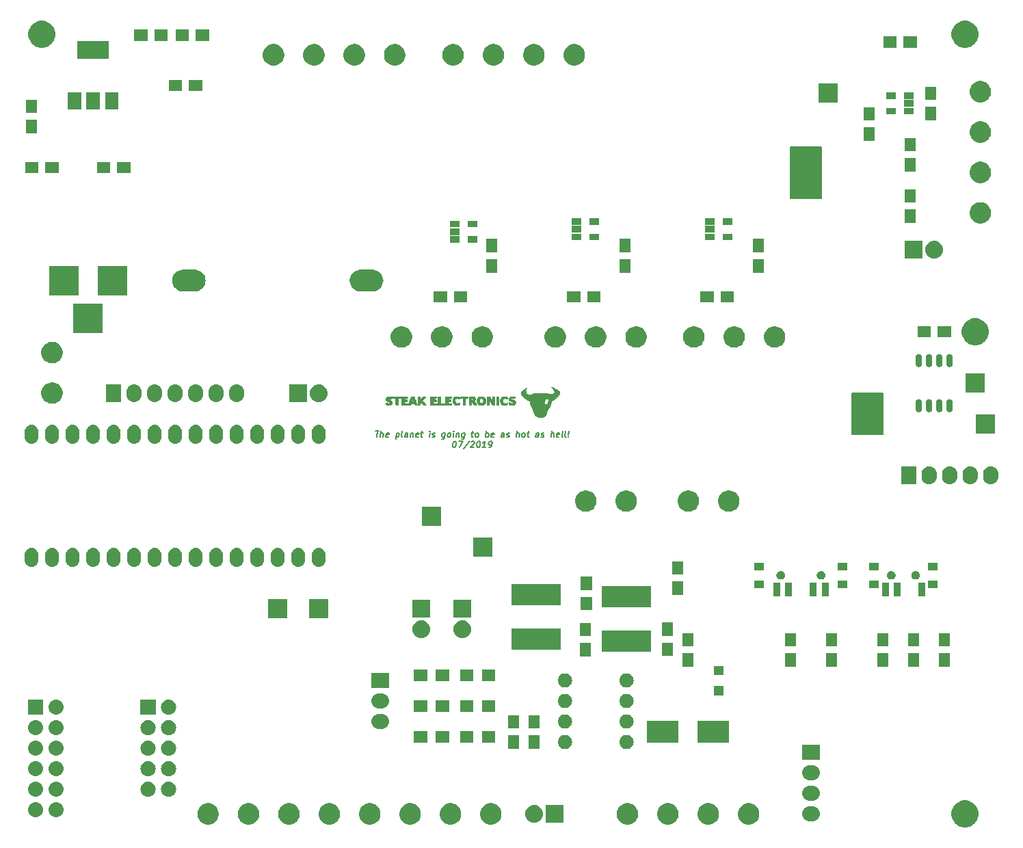
<source format=gts>
G04 #@! TF.GenerationSoftware,KiCad,Pcbnew,5.0.0-rc2*
G04 #@! TF.CreationDate,2019-07-22T20:15:04-04:00*
G04 #@! TF.ProjectId,batterystation,6261747465727973746174696F6E2E6B,rev?*
G04 #@! TF.SameCoordinates,Original*
G04 #@! TF.FileFunction,Soldermask,Top*
G04 #@! TF.FilePolarity,Negative*
%FSLAX46Y46*%
G04 Gerber Fmt 4.6, Leading zero omitted, Abs format (unit mm)*
G04 Created by KiCad (PCBNEW 5.0.0-rc2) date Mon Jul 22 20:15:04 2019*
%MOMM*%
%LPD*%
G01*
G04 APERTURE LIST*
%ADD10C,0.150000*%
%ADD11C,0.127000*%
%ADD12C,0.010000*%
%ADD13C,0.100000*%
G04 APERTURE END LIST*
D10*
G36*
X168910000Y-67310000D02*
X168910000Y-73660000D01*
X172720000Y-73660000D01*
X172720000Y-67310000D01*
X168910000Y-67310000D01*
G37*
X168910000Y-67310000D02*
X168910000Y-73660000D01*
X172720000Y-73660000D01*
X172720000Y-67310000D01*
X168910000Y-67310000D01*
G36*
X180340000Y-97790000D02*
X180340000Y-102870000D01*
X177800000Y-102870000D01*
X176530000Y-102870000D01*
X176530000Y-97790000D01*
X180340000Y-97790000D01*
G37*
X180340000Y-97790000D02*
X180340000Y-102870000D01*
X177800000Y-102870000D01*
X176530000Y-102870000D01*
X176530000Y-97790000D01*
X180340000Y-97790000D01*
D11*
X117529315Y-102452714D02*
X117964743Y-102452714D01*
X117651779Y-103214714D02*
X117747029Y-102452714D01*
X118123493Y-103214714D02*
X118218743Y-102452714D01*
X118450065Y-103214714D02*
X118499958Y-102815571D01*
X118472743Y-102743000D01*
X118404708Y-102706714D01*
X118295850Y-102706714D01*
X118218743Y-102743000D01*
X118177922Y-102779285D01*
X119107743Y-103178428D02*
X119030636Y-103214714D01*
X118885493Y-103214714D01*
X118817458Y-103178428D01*
X118790243Y-103105857D01*
X118826529Y-102815571D01*
X118871886Y-102743000D01*
X118948993Y-102706714D01*
X119094136Y-102706714D01*
X119162172Y-102743000D01*
X119189386Y-102815571D01*
X119180315Y-102888142D01*
X118808386Y-102960714D01*
X120110136Y-102706714D02*
X120014886Y-103468714D01*
X120105600Y-102743000D02*
X120182708Y-102706714D01*
X120327850Y-102706714D01*
X120395886Y-102743000D01*
X120427636Y-102779285D01*
X120454850Y-102851857D01*
X120427636Y-103069571D01*
X120382279Y-103142142D01*
X120341458Y-103178428D01*
X120264350Y-103214714D01*
X120119208Y-103214714D01*
X120051172Y-103178428D01*
X120844922Y-103214714D02*
X120776886Y-103178428D01*
X120749672Y-103105857D01*
X120831315Y-102452714D01*
X121461779Y-103214714D02*
X121511672Y-102815571D01*
X121484458Y-102743000D01*
X121416422Y-102706714D01*
X121271279Y-102706714D01*
X121194172Y-102743000D01*
X121466315Y-103178428D02*
X121389208Y-103214714D01*
X121207779Y-103214714D01*
X121139743Y-103178428D01*
X121112529Y-103105857D01*
X121121600Y-103033285D01*
X121166958Y-102960714D01*
X121244065Y-102924428D01*
X121425493Y-102924428D01*
X121502600Y-102888142D01*
X121888136Y-102706714D02*
X121824636Y-103214714D01*
X121879065Y-102779285D02*
X121919886Y-102743000D01*
X121996993Y-102706714D01*
X122105850Y-102706714D01*
X122173886Y-102743000D01*
X122201100Y-102815571D01*
X122151208Y-103214714D01*
X122808886Y-103178428D02*
X122731779Y-103214714D01*
X122586636Y-103214714D01*
X122518600Y-103178428D01*
X122491386Y-103105857D01*
X122527672Y-102815571D01*
X122573029Y-102743000D01*
X122650136Y-102706714D01*
X122795279Y-102706714D01*
X122863315Y-102743000D01*
X122890529Y-102815571D01*
X122881458Y-102888142D01*
X122509529Y-102960714D01*
X123121850Y-102706714D02*
X123412136Y-102706714D01*
X123262458Y-102452714D02*
X123180815Y-103105857D01*
X123208029Y-103178428D01*
X123276065Y-103214714D01*
X123348636Y-103214714D01*
X124183208Y-103214714D02*
X124246708Y-102706714D01*
X124278458Y-102452714D02*
X124237636Y-102489000D01*
X124269386Y-102525285D01*
X124310208Y-102489000D01*
X124278458Y-102452714D01*
X124269386Y-102525285D01*
X124514315Y-103178428D02*
X124582350Y-103214714D01*
X124727493Y-103214714D01*
X124804600Y-103178428D01*
X124849958Y-103105857D01*
X124854493Y-103069571D01*
X124827279Y-102997000D01*
X124759243Y-102960714D01*
X124650386Y-102960714D01*
X124582350Y-102924428D01*
X124555136Y-102851857D01*
X124559672Y-102815571D01*
X124605029Y-102743000D01*
X124682136Y-102706714D01*
X124790993Y-102706714D01*
X124859029Y-102743000D01*
X126133565Y-102706714D02*
X126056458Y-103323571D01*
X126011100Y-103396142D01*
X125970279Y-103432428D01*
X125893172Y-103468714D01*
X125784315Y-103468714D01*
X125716279Y-103432428D01*
X126074600Y-103178428D02*
X125997493Y-103214714D01*
X125852350Y-103214714D01*
X125784315Y-103178428D01*
X125752565Y-103142142D01*
X125725350Y-103069571D01*
X125752565Y-102851857D01*
X125797922Y-102779285D01*
X125838743Y-102743000D01*
X125915850Y-102706714D01*
X126060993Y-102706714D01*
X126129029Y-102743000D01*
X126541779Y-103214714D02*
X126473743Y-103178428D01*
X126441993Y-103142142D01*
X126414779Y-103069571D01*
X126441993Y-102851857D01*
X126487350Y-102779285D01*
X126528172Y-102743000D01*
X126605279Y-102706714D01*
X126714136Y-102706714D01*
X126782172Y-102743000D01*
X126813922Y-102779285D01*
X126841136Y-102851857D01*
X126813922Y-103069571D01*
X126768565Y-103142142D01*
X126727743Y-103178428D01*
X126650636Y-103214714D01*
X126541779Y-103214714D01*
X127122350Y-103214714D02*
X127185850Y-102706714D01*
X127217600Y-102452714D02*
X127176779Y-102489000D01*
X127208529Y-102525285D01*
X127249350Y-102489000D01*
X127217600Y-102452714D01*
X127208529Y-102525285D01*
X127548708Y-102706714D02*
X127485208Y-103214714D01*
X127539636Y-102779285D02*
X127580458Y-102743000D01*
X127657565Y-102706714D01*
X127766422Y-102706714D01*
X127834458Y-102743000D01*
X127861672Y-102815571D01*
X127811779Y-103214714D01*
X128564708Y-102706714D02*
X128487600Y-103323571D01*
X128442243Y-103396142D01*
X128401422Y-103432428D01*
X128324315Y-103468714D01*
X128215458Y-103468714D01*
X128147422Y-103432428D01*
X128505743Y-103178428D02*
X128428636Y-103214714D01*
X128283493Y-103214714D01*
X128215458Y-103178428D01*
X128183708Y-103142142D01*
X128156493Y-103069571D01*
X128183708Y-102851857D01*
X128229065Y-102779285D01*
X128269886Y-102743000D01*
X128346993Y-102706714D01*
X128492136Y-102706714D01*
X128560172Y-102743000D01*
X129399279Y-102706714D02*
X129689565Y-102706714D01*
X129539886Y-102452714D02*
X129458243Y-103105857D01*
X129485458Y-103178428D01*
X129553493Y-103214714D01*
X129626065Y-103214714D01*
X129988922Y-103214714D02*
X129920886Y-103178428D01*
X129889136Y-103142142D01*
X129861922Y-103069571D01*
X129889136Y-102851857D01*
X129934493Y-102779285D01*
X129975315Y-102743000D01*
X130052422Y-102706714D01*
X130161279Y-102706714D01*
X130229315Y-102743000D01*
X130261065Y-102779285D01*
X130288279Y-102851857D01*
X130261065Y-103069571D01*
X130215708Y-103142142D01*
X130174886Y-103178428D01*
X130097779Y-103214714D01*
X129988922Y-103214714D01*
X131150065Y-103214714D02*
X131245315Y-102452714D01*
X131209029Y-102743000D02*
X131286136Y-102706714D01*
X131431279Y-102706714D01*
X131499315Y-102743000D01*
X131531065Y-102779285D01*
X131558279Y-102851857D01*
X131531065Y-103069571D01*
X131485708Y-103142142D01*
X131444886Y-103178428D01*
X131367779Y-103214714D01*
X131222636Y-103214714D01*
X131154600Y-103178428D01*
X132134315Y-103178428D02*
X132057208Y-103214714D01*
X131912065Y-103214714D01*
X131844029Y-103178428D01*
X131816815Y-103105857D01*
X131853100Y-102815571D01*
X131898458Y-102743000D01*
X131975565Y-102706714D01*
X132120708Y-102706714D01*
X132188743Y-102743000D01*
X132215958Y-102815571D01*
X132206886Y-102888142D01*
X131834958Y-102960714D01*
X133399779Y-103214714D02*
X133449672Y-102815571D01*
X133422458Y-102743000D01*
X133354422Y-102706714D01*
X133209279Y-102706714D01*
X133132172Y-102743000D01*
X133404315Y-103178428D02*
X133327208Y-103214714D01*
X133145779Y-103214714D01*
X133077743Y-103178428D01*
X133050529Y-103105857D01*
X133059600Y-103033285D01*
X133104958Y-102960714D01*
X133182065Y-102924428D01*
X133363493Y-102924428D01*
X133440600Y-102888142D01*
X133730886Y-103178428D02*
X133798922Y-103214714D01*
X133944065Y-103214714D01*
X134021172Y-103178428D01*
X134066529Y-103105857D01*
X134071065Y-103069571D01*
X134043850Y-102997000D01*
X133975815Y-102960714D01*
X133866958Y-102960714D01*
X133798922Y-102924428D01*
X133771708Y-102851857D01*
X133776243Y-102815571D01*
X133821600Y-102743000D01*
X133898708Y-102706714D01*
X134007565Y-102706714D01*
X134075600Y-102743000D01*
X134960065Y-103214714D02*
X135055315Y-102452714D01*
X135286636Y-103214714D02*
X135336529Y-102815571D01*
X135309315Y-102743000D01*
X135241279Y-102706714D01*
X135132422Y-102706714D01*
X135055315Y-102743000D01*
X135014493Y-102779285D01*
X135758350Y-103214714D02*
X135690315Y-103178428D01*
X135658565Y-103142142D01*
X135631350Y-103069571D01*
X135658565Y-102851857D01*
X135703922Y-102779285D01*
X135744743Y-102743000D01*
X135821850Y-102706714D01*
X135930708Y-102706714D01*
X135998743Y-102743000D01*
X136030493Y-102779285D01*
X136057708Y-102851857D01*
X136030493Y-103069571D01*
X135985136Y-103142142D01*
X135944315Y-103178428D01*
X135867208Y-103214714D01*
X135758350Y-103214714D01*
X136293565Y-102706714D02*
X136583850Y-102706714D01*
X136434172Y-102452714D02*
X136352529Y-103105857D01*
X136379743Y-103178428D01*
X136447779Y-103214714D01*
X136520350Y-103214714D01*
X137681493Y-103214714D02*
X137731386Y-102815571D01*
X137704172Y-102743000D01*
X137636136Y-102706714D01*
X137490993Y-102706714D01*
X137413886Y-102743000D01*
X137686029Y-103178428D02*
X137608922Y-103214714D01*
X137427493Y-103214714D01*
X137359458Y-103178428D01*
X137332243Y-103105857D01*
X137341315Y-103033285D01*
X137386672Y-102960714D01*
X137463779Y-102924428D01*
X137645208Y-102924428D01*
X137722315Y-102888142D01*
X138012600Y-103178428D02*
X138080636Y-103214714D01*
X138225779Y-103214714D01*
X138302886Y-103178428D01*
X138348243Y-103105857D01*
X138352779Y-103069571D01*
X138325565Y-102997000D01*
X138257529Y-102960714D01*
X138148672Y-102960714D01*
X138080636Y-102924428D01*
X138053422Y-102851857D01*
X138057958Y-102815571D01*
X138103315Y-102743000D01*
X138180422Y-102706714D01*
X138289279Y-102706714D01*
X138357315Y-102743000D01*
X139241779Y-103214714D02*
X139337029Y-102452714D01*
X139568350Y-103214714D02*
X139618243Y-102815571D01*
X139591029Y-102743000D01*
X139522993Y-102706714D01*
X139414136Y-102706714D01*
X139337029Y-102743000D01*
X139296208Y-102779285D01*
X140226029Y-103178428D02*
X140148922Y-103214714D01*
X140003779Y-103214714D01*
X139935743Y-103178428D01*
X139908529Y-103105857D01*
X139944815Y-102815571D01*
X139990172Y-102743000D01*
X140067279Y-102706714D01*
X140212422Y-102706714D01*
X140280458Y-102743000D01*
X140307672Y-102815571D01*
X140298600Y-102888142D01*
X139926672Y-102960714D01*
X140693208Y-103214714D02*
X140625172Y-103178428D01*
X140597958Y-103105857D01*
X140679600Y-102452714D01*
X141092350Y-103214714D02*
X141024315Y-103178428D01*
X140997100Y-103105857D01*
X141078743Y-102452714D01*
X141391708Y-103142142D02*
X141423458Y-103178428D01*
X141382636Y-103214714D01*
X141350886Y-103178428D01*
X141391708Y-103142142D01*
X141382636Y-103214714D01*
X141418922Y-102924428D02*
X141437065Y-102489000D01*
X141477886Y-102452714D01*
X141509636Y-102489000D01*
X141418922Y-102924428D01*
X141477886Y-102452714D01*
X127308315Y-103722714D02*
X127380886Y-103722714D01*
X127448922Y-103759000D01*
X127480672Y-103795285D01*
X127507886Y-103867857D01*
X127526029Y-104013000D01*
X127503350Y-104194428D01*
X127448922Y-104339571D01*
X127403565Y-104412142D01*
X127362743Y-104448428D01*
X127285636Y-104484714D01*
X127213065Y-104484714D01*
X127145029Y-104448428D01*
X127113279Y-104412142D01*
X127086065Y-104339571D01*
X127067922Y-104194428D01*
X127090600Y-104013000D01*
X127145029Y-103867857D01*
X127190386Y-103795285D01*
X127231208Y-103759000D01*
X127308315Y-103722714D01*
X127816315Y-103722714D02*
X128324315Y-103722714D01*
X127902493Y-104484714D01*
X129163422Y-103686428D02*
X128387815Y-104666142D01*
X129367529Y-103795285D02*
X129408350Y-103759000D01*
X129485458Y-103722714D01*
X129666886Y-103722714D01*
X129734922Y-103759000D01*
X129766672Y-103795285D01*
X129793886Y-103867857D01*
X129784815Y-103940428D01*
X129734922Y-104049285D01*
X129245065Y-104484714D01*
X129716779Y-104484714D01*
X130283743Y-103722714D02*
X130356315Y-103722714D01*
X130424350Y-103759000D01*
X130456100Y-103795285D01*
X130483315Y-103867857D01*
X130501458Y-104013000D01*
X130478779Y-104194428D01*
X130424350Y-104339571D01*
X130378993Y-104412142D01*
X130338172Y-104448428D01*
X130261065Y-104484714D01*
X130188493Y-104484714D01*
X130120458Y-104448428D01*
X130088708Y-104412142D01*
X130061493Y-104339571D01*
X130043350Y-104194428D01*
X130066029Y-104013000D01*
X130120458Y-103867857D01*
X130165815Y-103795285D01*
X130206636Y-103759000D01*
X130283743Y-103722714D01*
X131168208Y-104484714D02*
X130732779Y-104484714D01*
X130950493Y-104484714D02*
X131045743Y-103722714D01*
X130959565Y-103831571D01*
X130877922Y-103904142D01*
X130800815Y-103940428D01*
X131531065Y-104484714D02*
X131676208Y-104484714D01*
X131753315Y-104448428D01*
X131794136Y-104412142D01*
X131880315Y-104303285D01*
X131934743Y-104158142D01*
X131971029Y-103867857D01*
X131943815Y-103795285D01*
X131912065Y-103759000D01*
X131844029Y-103722714D01*
X131698886Y-103722714D01*
X131621779Y-103759000D01*
X131580958Y-103795285D01*
X131535600Y-103867857D01*
X131512922Y-104049285D01*
X131540136Y-104121857D01*
X131571886Y-104158142D01*
X131639922Y-104194428D01*
X131785065Y-104194428D01*
X131862172Y-104158142D01*
X131902993Y-104121857D01*
X131948350Y-104049285D01*
D12*
G04 #@! TO.C,G\002A\002A\002A*
G36*
X134641457Y-98195065D02*
X134755637Y-98232149D01*
X134798911Y-98299057D01*
X134796052Y-98349716D01*
X134749764Y-98415496D01*
X134687599Y-98416683D01*
X134503596Y-98392325D01*
X134372097Y-98407661D01*
X134308689Y-98460570D01*
X134306549Y-98468549D01*
X134322414Y-98528801D01*
X134410041Y-98567811D01*
X134455886Y-98577674D01*
X134653334Y-98643692D01*
X134784151Y-98747398D01*
X134841787Y-98875920D01*
X134819694Y-99016381D01*
X134737554Y-99131372D01*
X134591291Y-99216541D01*
X134380636Y-99241897D01*
X134123546Y-99212136D01*
X134045528Y-99172784D01*
X134020069Y-99078767D01*
X134019636Y-99056169D01*
X134019636Y-98920215D01*
X134192282Y-98992351D01*
X134344479Y-99035729D01*
X134470840Y-99035974D01*
X134550295Y-98996419D01*
X134565097Y-98933367D01*
X134508647Y-98868537D01*
X134378354Y-98820581D01*
X134368071Y-98818366D01*
X134169836Y-98748336D01*
X134054018Y-98637402D01*
X134019636Y-98498661D01*
X134057011Y-98340224D01*
X134168630Y-98236251D01*
X134353731Y-98187304D01*
X134446818Y-98183253D01*
X134641457Y-98195065D01*
X134641457Y-98195065D01*
G37*
X134641457Y-98195065D02*
X134755637Y-98232149D01*
X134798911Y-98299057D01*
X134796052Y-98349716D01*
X134749764Y-98415496D01*
X134687599Y-98416683D01*
X134503596Y-98392325D01*
X134372097Y-98407661D01*
X134308689Y-98460570D01*
X134306549Y-98468549D01*
X134322414Y-98528801D01*
X134410041Y-98567811D01*
X134455886Y-98577674D01*
X134653334Y-98643692D01*
X134784151Y-98747398D01*
X134841787Y-98875920D01*
X134819694Y-99016381D01*
X134737554Y-99131372D01*
X134591291Y-99216541D01*
X134380636Y-99241897D01*
X134123546Y-99212136D01*
X134045528Y-99172784D01*
X134020069Y-99078767D01*
X134019636Y-99056169D01*
X134019636Y-98920215D01*
X134192282Y-98992351D01*
X134344479Y-99035729D01*
X134470840Y-99035974D01*
X134550295Y-98996419D01*
X134565097Y-98933367D01*
X134508647Y-98868537D01*
X134378354Y-98820581D01*
X134368071Y-98818366D01*
X134169836Y-98748336D01*
X134054018Y-98637402D01*
X134019636Y-98498661D01*
X134057011Y-98340224D01*
X134168630Y-98236251D01*
X134353731Y-98187304D01*
X134446818Y-98183253D01*
X134641457Y-98195065D01*
G36*
X133649286Y-98190271D02*
X133765069Y-98218269D01*
X133821533Y-98273772D01*
X133834909Y-98352235D01*
X133822919Y-98432521D01*
X133769315Y-98441389D01*
X133731000Y-98429596D01*
X133531686Y-98392199D01*
X133376501Y-98428897D01*
X133274507Y-98534407D01*
X133234764Y-98703444D01*
X133234546Y-98719165D01*
X133269977Y-98873829D01*
X133361603Y-98987135D01*
X133487424Y-99043169D01*
X133625440Y-99026014D01*
X133645401Y-99016377D01*
X133760017Y-98971812D01*
X133819707Y-98996039D01*
X133834909Y-99077705D01*
X133800436Y-99178285D01*
X133731000Y-99215620D01*
X133539643Y-99241872D01*
X133341148Y-99230245D01*
X133188364Y-99185955D01*
X133093784Y-99107651D01*
X133004361Y-98985676D01*
X132987328Y-98953719D01*
X132927399Y-98736798D01*
X132957284Y-98526480D01*
X133074691Y-98336270D01*
X133095844Y-98314143D01*
X133197722Y-98230177D01*
X133308209Y-98191465D01*
X133458125Y-98182546D01*
X133649286Y-98190271D01*
X133649286Y-98190271D01*
G37*
X133649286Y-98190271D02*
X133765069Y-98218269D01*
X133821533Y-98273772D01*
X133834909Y-98352235D01*
X133822919Y-98432521D01*
X133769315Y-98441389D01*
X133731000Y-98429596D01*
X133531686Y-98392199D01*
X133376501Y-98428897D01*
X133274507Y-98534407D01*
X133234764Y-98703444D01*
X133234546Y-98719165D01*
X133269977Y-98873829D01*
X133361603Y-98987135D01*
X133487424Y-99043169D01*
X133625440Y-99026014D01*
X133645401Y-99016377D01*
X133760017Y-98971812D01*
X133819707Y-98996039D01*
X133834909Y-99077705D01*
X133800436Y-99178285D01*
X133731000Y-99215620D01*
X133539643Y-99241872D01*
X133341148Y-99230245D01*
X133188364Y-99185955D01*
X133093784Y-99107651D01*
X133004361Y-98985676D01*
X132987328Y-98953719D01*
X132927399Y-98736798D01*
X132957284Y-98526480D01*
X133074691Y-98336270D01*
X133095844Y-98314143D01*
X133197722Y-98230177D01*
X133308209Y-98191465D01*
X133458125Y-98182546D01*
X133649286Y-98190271D01*
G36*
X132772727Y-99244728D02*
X132641879Y-99244728D01*
X132540630Y-99238715D01*
X132491788Y-99225671D01*
X132485279Y-99174609D01*
X132482347Y-99050727D01*
X132483167Y-98873506D01*
X132486972Y-98694580D01*
X132501398Y-98182546D01*
X132772727Y-98182546D01*
X132772727Y-99244728D01*
X132772727Y-99244728D01*
G37*
X132772727Y-99244728D02*
X132641879Y-99244728D01*
X132540630Y-99238715D01*
X132491788Y-99225671D01*
X132485279Y-99174609D01*
X132482347Y-99050727D01*
X132483167Y-98873506D01*
X132486972Y-98694580D01*
X132501398Y-98182546D01*
X132772727Y-98182546D01*
X132772727Y-99244728D01*
G36*
X131572472Y-98189293D02*
X131634257Y-98221184D01*
X131694678Y-98295695D01*
X131771393Y-98430298D01*
X131803396Y-98491080D01*
X131964546Y-98799614D01*
X131978201Y-98491080D01*
X131987019Y-98327130D01*
X132001861Y-98234855D01*
X132032749Y-98193654D01*
X132089705Y-98182923D01*
X132128292Y-98182546D01*
X132264727Y-98182546D01*
X132264727Y-99250303D01*
X132098939Y-99235970D01*
X132011376Y-99222146D01*
X131945217Y-99186707D01*
X131882316Y-99111643D01*
X131804525Y-98978947D01*
X131764120Y-98903717D01*
X131595091Y-98585798D01*
X131581522Y-98915263D01*
X131572597Y-99086239D01*
X131558322Y-99184773D01*
X131531028Y-99230757D01*
X131483049Y-99244084D01*
X131454522Y-99244728D01*
X131341091Y-99244728D01*
X131341091Y-98182546D01*
X131491669Y-98182546D01*
X131572472Y-98189293D01*
X131572472Y-98189293D01*
G37*
X131572472Y-98189293D02*
X131634257Y-98221184D01*
X131694678Y-98295695D01*
X131771393Y-98430298D01*
X131803396Y-98491080D01*
X131964546Y-98799614D01*
X131978201Y-98491080D01*
X131987019Y-98327130D01*
X132001861Y-98234855D01*
X132032749Y-98193654D01*
X132089705Y-98182923D01*
X132128292Y-98182546D01*
X132264727Y-98182546D01*
X132264727Y-99250303D01*
X132098939Y-99235970D01*
X132011376Y-99222146D01*
X131945217Y-99186707D01*
X131882316Y-99111643D01*
X131804525Y-98978947D01*
X131764120Y-98903717D01*
X131595091Y-98585798D01*
X131581522Y-98915263D01*
X131572597Y-99086239D01*
X131558322Y-99184773D01*
X131531028Y-99230757D01*
X131483049Y-99244084D01*
X131454522Y-99244728D01*
X131341091Y-99244728D01*
X131341091Y-98182546D01*
X131491669Y-98182546D01*
X131572472Y-98189293D01*
G36*
X130768439Y-98189752D02*
X130876705Y-98218818D01*
X130964238Y-98280915D01*
X130987308Y-98303176D01*
X131096627Y-98467053D01*
X131144676Y-98660489D01*
X131133131Y-98857731D01*
X131063669Y-99033026D01*
X130937965Y-99160618D01*
X130931247Y-99164687D01*
X130760062Y-99224530D01*
X130554208Y-99239192D01*
X130360970Y-99206085D01*
X130336928Y-99197215D01*
X130202851Y-99097998D01*
X130106907Y-98940801D01*
X130059172Y-98755642D01*
X130062880Y-98691288D01*
X130367656Y-98691288D01*
X130390907Y-98857551D01*
X130420523Y-98927188D01*
X130503315Y-98999186D01*
X130618985Y-99010245D01*
X130735594Y-98965225D01*
X130821203Y-98868989D01*
X130822668Y-98865974D01*
X130859006Y-98697792D01*
X130816249Y-98540384D01*
X130711964Y-98428583D01*
X130624258Y-98382832D01*
X130551563Y-98393801D01*
X130486727Y-98432299D01*
X130401053Y-98538646D01*
X130367656Y-98691288D01*
X130062880Y-98691288D01*
X130069723Y-98572538D01*
X130099953Y-98491237D01*
X130208305Y-98321168D01*
X130332916Y-98225289D01*
X130502157Y-98186223D01*
X130603934Y-98182546D01*
X130768439Y-98189752D01*
X130768439Y-98189752D01*
G37*
X130768439Y-98189752D02*
X130876705Y-98218818D01*
X130964238Y-98280915D01*
X130987308Y-98303176D01*
X131096627Y-98467053D01*
X131144676Y-98660489D01*
X131133131Y-98857731D01*
X131063669Y-99033026D01*
X130937965Y-99160618D01*
X130931247Y-99164687D01*
X130760062Y-99224530D01*
X130554208Y-99239192D01*
X130360970Y-99206085D01*
X130336928Y-99197215D01*
X130202851Y-99097998D01*
X130106907Y-98940801D01*
X130059172Y-98755642D01*
X130062880Y-98691288D01*
X130367656Y-98691288D01*
X130390907Y-98857551D01*
X130420523Y-98927188D01*
X130503315Y-98999186D01*
X130618985Y-99010245D01*
X130735594Y-98965225D01*
X130821203Y-98868989D01*
X130822668Y-98865974D01*
X130859006Y-98697792D01*
X130816249Y-98540384D01*
X130711964Y-98428583D01*
X130624258Y-98382832D01*
X130551563Y-98393801D01*
X130486727Y-98432299D01*
X130401053Y-98538646D01*
X130367656Y-98691288D01*
X130062880Y-98691288D01*
X130069723Y-98572538D01*
X130099953Y-98491237D01*
X130208305Y-98321168D01*
X130332916Y-98225289D01*
X130502157Y-98186223D01*
X130603934Y-98182546D01*
X130768439Y-98189752D01*
G36*
X129571644Y-98185909D02*
X129680090Y-98201302D01*
X129750616Y-98236682D01*
X129810402Y-98300005D01*
X129813739Y-98304228D01*
X129879817Y-98404040D01*
X129909347Y-98479896D01*
X129909455Y-98482728D01*
X129882826Y-98555804D01*
X129818280Y-98655391D01*
X129813739Y-98661227D01*
X129761559Y-98741825D01*
X129757589Y-98781920D01*
X129762471Y-98782910D01*
X129800653Y-98820144D01*
X129859966Y-98911928D01*
X129924090Y-99028379D01*
X129976705Y-99139617D01*
X130001489Y-99215761D01*
X130001818Y-99221133D01*
X129961264Y-99236959D01*
X129862006Y-99244600D01*
X129845785Y-99244728D01*
X129728938Y-99229429D01*
X129661016Y-99165473D01*
X129630734Y-99102249D01*
X129551857Y-98954976D01*
X129464042Y-98857168D01*
X129398156Y-98829091D01*
X129372580Y-98870375D01*
X129357239Y-98974824D01*
X129355273Y-99036910D01*
X129351257Y-99164700D01*
X129328068Y-99225226D01*
X129268995Y-99243553D01*
X129216727Y-99244728D01*
X129078182Y-99244728D01*
X129078182Y-98528910D01*
X129355273Y-98528910D01*
X129382824Y-98621632D01*
X129450578Y-98640512D01*
X129536182Y-98579664D01*
X129538321Y-98577114D01*
X129570820Y-98490383D01*
X129523531Y-98429286D01*
X129444911Y-98413455D01*
X129374205Y-98441991D01*
X129355273Y-98528910D01*
X129078182Y-98528910D01*
X129078182Y-98182546D01*
X129398103Y-98182546D01*
X129571644Y-98185909D01*
X129571644Y-98185909D01*
G37*
X129571644Y-98185909D02*
X129680090Y-98201302D01*
X129750616Y-98236682D01*
X129810402Y-98300005D01*
X129813739Y-98304228D01*
X129879817Y-98404040D01*
X129909347Y-98479896D01*
X129909455Y-98482728D01*
X129882826Y-98555804D01*
X129818280Y-98655391D01*
X129813739Y-98661227D01*
X129761559Y-98741825D01*
X129757589Y-98781920D01*
X129762471Y-98782910D01*
X129800653Y-98820144D01*
X129859966Y-98911928D01*
X129924090Y-99028379D01*
X129976705Y-99139617D01*
X130001489Y-99215761D01*
X130001818Y-99221133D01*
X129961264Y-99236959D01*
X129862006Y-99244600D01*
X129845785Y-99244728D01*
X129728938Y-99229429D01*
X129661016Y-99165473D01*
X129630734Y-99102249D01*
X129551857Y-98954976D01*
X129464042Y-98857168D01*
X129398156Y-98829091D01*
X129372580Y-98870375D01*
X129357239Y-98974824D01*
X129355273Y-99036910D01*
X129351257Y-99164700D01*
X129328068Y-99225226D01*
X129268995Y-99243553D01*
X129216727Y-99244728D01*
X129078182Y-99244728D01*
X129078182Y-98528910D01*
X129355273Y-98528910D01*
X129382824Y-98621632D01*
X129450578Y-98640512D01*
X129536182Y-98579664D01*
X129538321Y-98577114D01*
X129570820Y-98490383D01*
X129523531Y-98429286D01*
X129444911Y-98413455D01*
X129374205Y-98441991D01*
X129355273Y-98528910D01*
X129078182Y-98528910D01*
X129078182Y-98182546D01*
X129398103Y-98182546D01*
X129571644Y-98185909D01*
G36*
X128466273Y-98192529D02*
X128685797Y-98199533D01*
X128829069Y-98208938D01*
X128912193Y-98224165D01*
X128951274Y-98248636D01*
X128962419Y-98285772D01*
X128962727Y-98298000D01*
X128942853Y-98362498D01*
X128867772Y-98394930D01*
X128789546Y-98404697D01*
X128616364Y-98419031D01*
X128616364Y-99244728D01*
X128339273Y-99244728D01*
X128339273Y-98413455D01*
X128154546Y-98413455D01*
X128035591Y-98407222D01*
X127982716Y-98377536D01*
X127969900Y-98307912D01*
X127969818Y-98296438D01*
X127969818Y-98179421D01*
X128466273Y-98192529D01*
X128466273Y-98192529D01*
G37*
X128466273Y-98192529D02*
X128685797Y-98199533D01*
X128829069Y-98208938D01*
X128912193Y-98224165D01*
X128951274Y-98248636D01*
X128962419Y-98285772D01*
X128962727Y-98298000D01*
X128942853Y-98362498D01*
X128867772Y-98394930D01*
X128789546Y-98404697D01*
X128616364Y-98419031D01*
X128616364Y-99244728D01*
X128339273Y-99244728D01*
X128339273Y-98413455D01*
X128154546Y-98413455D01*
X128035591Y-98407222D01*
X127982716Y-98377536D01*
X127969900Y-98307912D01*
X127969818Y-98296438D01*
X127969818Y-98179421D01*
X128466273Y-98192529D01*
G36*
X127618956Y-98192071D02*
X127774357Y-98202010D01*
X127860211Y-98220287D01*
X127899288Y-98258171D01*
X127914359Y-98326935D01*
X127915772Y-98338990D01*
X127917184Y-98430416D01*
X127883582Y-98451372D01*
X127853754Y-98442702D01*
X127692097Y-98390486D01*
X127580266Y-98386705D01*
X127487774Y-98434180D01*
X127435891Y-98481366D01*
X127352727Y-98585265D01*
X127332734Y-98687243D01*
X127341342Y-98751334D01*
X127406925Y-98922007D01*
X127522200Y-99014994D01*
X127686249Y-99029871D01*
X127850073Y-98985984D01*
X127905987Y-98987426D01*
X127923526Y-99062056D01*
X127923636Y-99073209D01*
X127897494Y-99171574D01*
X127850587Y-99216696D01*
X127696179Y-99243462D01*
X127508946Y-99233238D01*
X127338883Y-99189918D01*
X127304555Y-99174188D01*
X127163243Y-99078930D01*
X127083445Y-98959833D01*
X127050777Y-98790209D01*
X127047651Y-98697529D01*
X127053677Y-98542645D01*
X127083883Y-98440515D01*
X127152989Y-98352015D01*
X127191775Y-98314508D01*
X127282773Y-98238272D01*
X127368543Y-98199474D01*
X127483871Y-98188145D01*
X127618956Y-98192071D01*
X127618956Y-98192071D01*
G37*
X127618956Y-98192071D02*
X127774357Y-98202010D01*
X127860211Y-98220287D01*
X127899288Y-98258171D01*
X127914359Y-98326935D01*
X127915772Y-98338990D01*
X127917184Y-98430416D01*
X127883582Y-98451372D01*
X127853754Y-98442702D01*
X127692097Y-98390486D01*
X127580266Y-98386705D01*
X127487774Y-98434180D01*
X127435891Y-98481366D01*
X127352727Y-98585265D01*
X127332734Y-98687243D01*
X127341342Y-98751334D01*
X127406925Y-98922007D01*
X127522200Y-99014994D01*
X127686249Y-99029871D01*
X127850073Y-98985984D01*
X127905987Y-98987426D01*
X127923526Y-99062056D01*
X127923636Y-99073209D01*
X127897494Y-99171574D01*
X127850587Y-99216696D01*
X127696179Y-99243462D01*
X127508946Y-99233238D01*
X127338883Y-99189918D01*
X127304555Y-99174188D01*
X127163243Y-99078930D01*
X127083445Y-98959833D01*
X127050777Y-98790209D01*
X127047651Y-98697529D01*
X127053677Y-98542645D01*
X127083883Y-98440515D01*
X127152989Y-98352015D01*
X127191775Y-98314508D01*
X127282773Y-98238272D01*
X127368543Y-98199474D01*
X127483871Y-98188145D01*
X127618956Y-98192071D01*
G36*
X126721416Y-98183776D02*
X126831133Y-98191393D01*
X126886178Y-98211286D01*
X126905395Y-98249343D01*
X126907636Y-98298000D01*
X126900150Y-98366522D01*
X126861943Y-98400705D01*
X126769397Y-98412361D01*
X126676727Y-98413455D01*
X126536284Y-98419221D01*
X126466465Y-98441509D01*
X126445975Y-98487803D01*
X126445818Y-98494606D01*
X126460701Y-98544199D01*
X126520456Y-98563546D01*
X126647748Y-98559691D01*
X126653636Y-98559228D01*
X126781165Y-98552369D01*
X126841674Y-98568882D01*
X126860150Y-98623998D01*
X126861455Y-98685896D01*
X126855808Y-98773924D01*
X126822142Y-98815614D01*
X126735363Y-98828256D01*
X126653636Y-98829091D01*
X126523767Y-98835135D01*
X126462355Y-98860229D01*
X126445898Y-98914820D01*
X126445818Y-98921455D01*
X126457975Y-98976855D01*
X126509577Y-99004485D01*
X126623318Y-99013423D01*
X126676727Y-99013819D01*
X126813770Y-99017562D01*
X126882137Y-99036665D01*
X126905449Y-99082939D01*
X126907636Y-99129273D01*
X126903699Y-99186534D01*
X126879325Y-99220820D01*
X126815668Y-99238022D01*
X126693884Y-99244027D01*
X126538182Y-99244728D01*
X126168727Y-99244728D01*
X126168727Y-98182546D01*
X126538182Y-98182546D01*
X126721416Y-98183776D01*
X126721416Y-98183776D01*
G37*
X126721416Y-98183776D02*
X126831133Y-98191393D01*
X126886178Y-98211286D01*
X126905395Y-98249343D01*
X126907636Y-98298000D01*
X126900150Y-98366522D01*
X126861943Y-98400705D01*
X126769397Y-98412361D01*
X126676727Y-98413455D01*
X126536284Y-98419221D01*
X126466465Y-98441509D01*
X126445975Y-98487803D01*
X126445818Y-98494606D01*
X126460701Y-98544199D01*
X126520456Y-98563546D01*
X126647748Y-98559691D01*
X126653636Y-98559228D01*
X126781165Y-98552369D01*
X126841674Y-98568882D01*
X126860150Y-98623998D01*
X126861455Y-98685896D01*
X126855808Y-98773924D01*
X126822142Y-98815614D01*
X126735363Y-98828256D01*
X126653636Y-98829091D01*
X126523767Y-98835135D01*
X126462355Y-98860229D01*
X126445898Y-98914820D01*
X126445818Y-98921455D01*
X126457975Y-98976855D01*
X126509577Y-99004485D01*
X126623318Y-99013423D01*
X126676727Y-99013819D01*
X126813770Y-99017562D01*
X126882137Y-99036665D01*
X126905449Y-99082939D01*
X126907636Y-99129273D01*
X126903699Y-99186534D01*
X126879325Y-99220820D01*
X126815668Y-99238022D01*
X126693884Y-99244027D01*
X126538182Y-99244728D01*
X126168727Y-99244728D01*
X126168727Y-98182546D01*
X126538182Y-98182546D01*
X126721416Y-98183776D01*
G36*
X125568364Y-99013819D02*
X125799273Y-99013819D01*
X125936315Y-99017562D01*
X126004682Y-99036665D01*
X126027994Y-99082939D01*
X126030182Y-99129273D01*
X126026578Y-99185182D01*
X126003574Y-99219303D01*
X125942885Y-99237015D01*
X125826222Y-99243697D01*
X125637636Y-99244728D01*
X125245091Y-99244728D01*
X125245091Y-98182546D01*
X125568364Y-98182546D01*
X125568364Y-99013819D01*
X125568364Y-99013819D01*
G37*
X125568364Y-99013819D02*
X125799273Y-99013819D01*
X125936315Y-99017562D01*
X126004682Y-99036665D01*
X126027994Y-99082939D01*
X126030182Y-99129273D01*
X126026578Y-99185182D01*
X126003574Y-99219303D01*
X125942885Y-99237015D01*
X125826222Y-99243697D01*
X125637636Y-99244728D01*
X125245091Y-99244728D01*
X125245091Y-98182546D01*
X125568364Y-98182546D01*
X125568364Y-99013819D01*
G36*
X124874143Y-98183776D02*
X124983860Y-98191393D01*
X125038905Y-98211286D01*
X125058122Y-98249343D01*
X125060364Y-98298000D01*
X125051750Y-98369245D01*
X125009411Y-98403000D01*
X124908599Y-98413014D01*
X124852546Y-98413455D01*
X124715570Y-98422521D01*
X124653177Y-98453346D01*
X124644727Y-98482728D01*
X124675231Y-98530895D01*
X124776347Y-98550743D01*
X124829455Y-98552000D01*
X124947903Y-98557471D01*
X125000559Y-98587119D01*
X125013890Y-98660796D01*
X125014182Y-98690546D01*
X125006887Y-98779382D01*
X124967357Y-98818874D01*
X124869121Y-98828873D01*
X124829455Y-98829091D01*
X124708599Y-98836837D01*
X124655186Y-98868143D01*
X124644727Y-98921455D01*
X124656884Y-98976855D01*
X124708486Y-99004485D01*
X124822227Y-99013423D01*
X124875636Y-99013819D01*
X125012679Y-99017562D01*
X125081046Y-99036665D01*
X125104358Y-99082939D01*
X125106546Y-99129273D01*
X125102941Y-99185182D01*
X125079938Y-99219303D01*
X125019248Y-99237015D01*
X124902586Y-99243697D01*
X124714000Y-99244728D01*
X124321455Y-99244728D01*
X124321455Y-98182546D01*
X124690909Y-98182546D01*
X124874143Y-98183776D01*
X124874143Y-98183776D01*
G37*
X124874143Y-98183776D02*
X124983860Y-98191393D01*
X125038905Y-98211286D01*
X125058122Y-98249343D01*
X125060364Y-98298000D01*
X125051750Y-98369245D01*
X125009411Y-98403000D01*
X124908599Y-98413014D01*
X124852546Y-98413455D01*
X124715570Y-98422521D01*
X124653177Y-98453346D01*
X124644727Y-98482728D01*
X124675231Y-98530895D01*
X124776347Y-98550743D01*
X124829455Y-98552000D01*
X124947903Y-98557471D01*
X125000559Y-98587119D01*
X125013890Y-98660796D01*
X125014182Y-98690546D01*
X125006887Y-98779382D01*
X124967357Y-98818874D01*
X124869121Y-98828873D01*
X124829455Y-98829091D01*
X124708599Y-98836837D01*
X124655186Y-98868143D01*
X124644727Y-98921455D01*
X124656884Y-98976855D01*
X124708486Y-99004485D01*
X124822227Y-99013423D01*
X124875636Y-99013819D01*
X125012679Y-99017562D01*
X125081046Y-99036665D01*
X125104358Y-99082939D01*
X125106546Y-99129273D01*
X125102941Y-99185182D01*
X125079938Y-99219303D01*
X125019248Y-99237015D01*
X124902586Y-99243697D01*
X124714000Y-99244728D01*
X124321455Y-99244728D01*
X124321455Y-98182546D01*
X124690909Y-98182546D01*
X124874143Y-98183776D01*
G36*
X122977182Y-98192127D02*
X123019231Y-98238917D01*
X123036641Y-98349989D01*
X123037121Y-98355728D01*
X123051455Y-98528910D01*
X123212771Y-98355728D01*
X123330549Y-98245251D01*
X123435664Y-98193896D01*
X123547589Y-98182546D01*
X123659102Y-98188688D01*
X123718229Y-98203917D01*
X123721091Y-98208635D01*
X123690455Y-98251515D01*
X123610027Y-98339208D01*
X123497028Y-98452966D01*
X123493735Y-98456176D01*
X123266379Y-98677628D01*
X123516826Y-98924964D01*
X123636549Y-99047635D01*
X123725109Y-99146826D01*
X123766182Y-99204056D01*
X123767273Y-99208514D01*
X123726481Y-99231898D01*
X123625466Y-99244183D01*
X123595839Y-99244728D01*
X123478938Y-99230913D01*
X123373308Y-99178523D01*
X123247739Y-99071141D01*
X123226384Y-99050385D01*
X123028364Y-98856042D01*
X123028364Y-99050385D01*
X123023571Y-99172781D01*
X122996902Y-99228743D01*
X122929915Y-99244135D01*
X122889818Y-99244728D01*
X122751273Y-99244728D01*
X122751273Y-98182546D01*
X122887030Y-98182546D01*
X122977182Y-98192127D01*
X122977182Y-98192127D01*
G37*
X122977182Y-98192127D02*
X123019231Y-98238917D01*
X123036641Y-98349989D01*
X123037121Y-98355728D01*
X123051455Y-98528910D01*
X123212771Y-98355728D01*
X123330549Y-98245251D01*
X123435664Y-98193896D01*
X123547589Y-98182546D01*
X123659102Y-98188688D01*
X123718229Y-98203917D01*
X123721091Y-98208635D01*
X123690455Y-98251515D01*
X123610027Y-98339208D01*
X123497028Y-98452966D01*
X123493735Y-98456176D01*
X123266379Y-98677628D01*
X123516826Y-98924964D01*
X123636549Y-99047635D01*
X123725109Y-99146826D01*
X123766182Y-99204056D01*
X123767273Y-99208514D01*
X123726481Y-99231898D01*
X123625466Y-99244183D01*
X123595839Y-99244728D01*
X123478938Y-99230913D01*
X123373308Y-99178523D01*
X123247739Y-99071141D01*
X123226384Y-99050385D01*
X123028364Y-98856042D01*
X123028364Y-99050385D01*
X123023571Y-99172781D01*
X122996902Y-99228743D01*
X122929915Y-99244135D01*
X122889818Y-99244728D01*
X122751273Y-99244728D01*
X122751273Y-98182546D01*
X122887030Y-98182546D01*
X122977182Y-98192127D01*
G36*
X122225688Y-98193493D02*
X122291661Y-98239709D01*
X122325403Y-98309546D01*
X122366752Y-98421690D01*
X122425241Y-98581233D01*
X122473610Y-98713637D01*
X122534109Y-98878062D01*
X122587755Y-99021364D01*
X122616786Y-99096810D01*
X122650878Y-99193702D01*
X122635740Y-99235072D01*
X122553131Y-99244562D01*
X122502659Y-99244728D01*
X122384110Y-99228661D01*
X122328587Y-99171916D01*
X122322255Y-99152364D01*
X122286420Y-99091257D01*
X122204244Y-99064401D01*
X122104727Y-99060000D01*
X121974313Y-99069484D01*
X121908698Y-99105380D01*
X121887199Y-99152364D01*
X121842344Y-99219958D01*
X121740060Y-99244007D01*
X121706796Y-99244728D01*
X121602039Y-99240578D01*
X121551403Y-99230419D01*
X121550546Y-99228744D01*
X121554807Y-99211579D01*
X121570109Y-99165763D01*
X121600229Y-99080832D01*
X121648944Y-98946322D01*
X121720032Y-98751769D01*
X121727366Y-98731776D01*
X122019373Y-98731776D01*
X122032547Y-98805162D01*
X122109668Y-98829091D01*
X122180037Y-98809819D01*
X122178941Y-98756041D01*
X122152411Y-98643132D01*
X122149440Y-98605951D01*
X122140762Y-98559014D01*
X122106363Y-98585139D01*
X122080168Y-98618554D01*
X122019373Y-98731776D01*
X121727366Y-98731776D01*
X121817270Y-98486710D01*
X121882360Y-98309546D01*
X121928858Y-98223773D01*
X122005213Y-98188260D01*
X122103642Y-98182546D01*
X122225688Y-98193493D01*
X122225688Y-98193493D01*
G37*
X122225688Y-98193493D02*
X122291661Y-98239709D01*
X122325403Y-98309546D01*
X122366752Y-98421690D01*
X122425241Y-98581233D01*
X122473610Y-98713637D01*
X122534109Y-98878062D01*
X122587755Y-99021364D01*
X122616786Y-99096810D01*
X122650878Y-99193702D01*
X122635740Y-99235072D01*
X122553131Y-99244562D01*
X122502659Y-99244728D01*
X122384110Y-99228661D01*
X122328587Y-99171916D01*
X122322255Y-99152364D01*
X122286420Y-99091257D01*
X122204244Y-99064401D01*
X122104727Y-99060000D01*
X121974313Y-99069484D01*
X121908698Y-99105380D01*
X121887199Y-99152364D01*
X121842344Y-99219958D01*
X121740060Y-99244007D01*
X121706796Y-99244728D01*
X121602039Y-99240578D01*
X121551403Y-99230419D01*
X121550546Y-99228744D01*
X121554807Y-99211579D01*
X121570109Y-99165763D01*
X121600229Y-99080832D01*
X121648944Y-98946322D01*
X121720032Y-98751769D01*
X121727366Y-98731776D01*
X122019373Y-98731776D01*
X122032547Y-98805162D01*
X122109668Y-98829091D01*
X122180037Y-98809819D01*
X122178941Y-98756041D01*
X122152411Y-98643132D01*
X122149440Y-98605951D01*
X122140762Y-98559014D01*
X122106363Y-98585139D01*
X122080168Y-98618554D01*
X122019373Y-98731776D01*
X121727366Y-98731776D01*
X121817270Y-98486710D01*
X121882360Y-98309546D01*
X121928858Y-98223773D01*
X122005213Y-98188260D01*
X122103642Y-98182546D01*
X122225688Y-98193493D01*
G36*
X121271962Y-98183776D02*
X121381679Y-98191393D01*
X121436723Y-98211286D01*
X121455940Y-98249343D01*
X121458182Y-98298000D01*
X121449568Y-98369245D01*
X121407229Y-98403000D01*
X121306417Y-98413014D01*
X121250364Y-98413455D01*
X121111427Y-98423211D01*
X121049220Y-98455440D01*
X121042546Y-98480072D01*
X121083088Y-98530565D01*
X121207970Y-98558245D01*
X121238818Y-98560891D01*
X121362991Y-98576150D01*
X121419970Y-98608967D01*
X121434918Y-98675963D01*
X121435091Y-98690546D01*
X121424423Y-98764361D01*
X121375643Y-98801407D01*
X121263587Y-98818307D01*
X121238818Y-98820201D01*
X121111587Y-98837669D01*
X121053871Y-98873526D01*
X121042546Y-98924110D01*
X121055529Y-98978050D01*
X121109454Y-99004942D01*
X121226786Y-99013513D01*
X121273455Y-99013819D01*
X121410497Y-99017562D01*
X121478864Y-99036665D01*
X121502176Y-99082939D01*
X121504364Y-99129273D01*
X121500760Y-99185182D01*
X121477756Y-99219303D01*
X121417066Y-99237015D01*
X121300404Y-99243697D01*
X121111818Y-99244728D01*
X120719273Y-99244728D01*
X120719273Y-98182546D01*
X121088727Y-98182546D01*
X121271962Y-98183776D01*
X121271962Y-98183776D01*
G37*
X121271962Y-98183776D02*
X121381679Y-98191393D01*
X121436723Y-98211286D01*
X121455940Y-98249343D01*
X121458182Y-98298000D01*
X121449568Y-98369245D01*
X121407229Y-98403000D01*
X121306417Y-98413014D01*
X121250364Y-98413455D01*
X121111427Y-98423211D01*
X121049220Y-98455440D01*
X121042546Y-98480072D01*
X121083088Y-98530565D01*
X121207970Y-98558245D01*
X121238818Y-98560891D01*
X121362991Y-98576150D01*
X121419970Y-98608967D01*
X121434918Y-98675963D01*
X121435091Y-98690546D01*
X121424423Y-98764361D01*
X121375643Y-98801407D01*
X121263587Y-98818307D01*
X121238818Y-98820201D01*
X121111587Y-98837669D01*
X121053871Y-98873526D01*
X121042546Y-98924110D01*
X121055529Y-98978050D01*
X121109454Y-99004942D01*
X121226786Y-99013513D01*
X121273455Y-99013819D01*
X121410497Y-99017562D01*
X121478864Y-99036665D01*
X121502176Y-99082939D01*
X121504364Y-99129273D01*
X121500760Y-99185182D01*
X121477756Y-99219303D01*
X121417066Y-99237015D01*
X121300404Y-99243697D01*
X121111818Y-99244728D01*
X120719273Y-99244728D01*
X120719273Y-98182546D01*
X121088727Y-98182546D01*
X121271962Y-98183776D01*
G36*
X120626909Y-98298000D02*
X120614833Y-98376078D01*
X120560488Y-98408041D01*
X120465273Y-98413455D01*
X120303636Y-98413455D01*
X120303636Y-99244728D01*
X120172788Y-99244728D01*
X120067020Y-99234837D01*
X120011152Y-99213940D01*
X119997000Y-99156444D01*
X119986279Y-99030356D01*
X119980750Y-98859433D01*
X119980364Y-98798303D01*
X119980364Y-98413455D01*
X119818727Y-98413455D01*
X119709419Y-98404829D01*
X119664671Y-98366012D01*
X119657091Y-98298000D01*
X119657091Y-98182546D01*
X120626909Y-98182546D01*
X120626909Y-98298000D01*
X120626909Y-98298000D01*
G37*
X120626909Y-98298000D02*
X120614833Y-98376078D01*
X120560488Y-98408041D01*
X120465273Y-98413455D01*
X120303636Y-98413455D01*
X120303636Y-99244728D01*
X120172788Y-99244728D01*
X120067020Y-99234837D01*
X120011152Y-99213940D01*
X119997000Y-99156444D01*
X119986279Y-99030356D01*
X119980750Y-98859433D01*
X119980364Y-98798303D01*
X119980364Y-98413455D01*
X119818727Y-98413455D01*
X119709419Y-98404829D01*
X119664671Y-98366012D01*
X119657091Y-98298000D01*
X119657091Y-98182546D01*
X120626909Y-98182546D01*
X120626909Y-98298000D01*
G36*
X119381796Y-98184146D02*
X119470598Y-98195246D01*
X119509100Y-98225291D01*
X119518335Y-98283730D01*
X119518546Y-98315900D01*
X119512946Y-98396138D01*
X119479894Y-98434322D01*
X119395003Y-98444570D01*
X119299182Y-98442900D01*
X119148886Y-98449239D01*
X119069598Y-98474024D01*
X119067685Y-98509945D01*
X119149512Y-98549691D01*
X119195273Y-98562230D01*
X119381171Y-98615635D01*
X119492891Y-98675746D01*
X119548114Y-98758897D01*
X119564521Y-98881423D01*
X119564727Y-98903549D01*
X119550695Y-99050266D01*
X119500088Y-99141237D01*
X119462088Y-99172836D01*
X119346993Y-99216154D01*
X119179103Y-99237716D01*
X118995959Y-99235024D01*
X118860455Y-99212893D01*
X118794306Y-99151002D01*
X118779636Y-99057757D01*
X118787184Y-98965866D01*
X118827332Y-98946399D01*
X118898097Y-98968780D01*
X119036625Y-99002947D01*
X119155484Y-99013819D01*
X119255835Y-98991177D01*
X119283906Y-98938123D01*
X119243257Y-98876960D01*
X119137450Y-98829992D01*
X119125721Y-98827401D01*
X118941475Y-98774845D01*
X118833481Y-98701089D01*
X118785857Y-98591454D01*
X118779636Y-98507492D01*
X118796703Y-98353657D01*
X118857439Y-98255326D01*
X118976147Y-98201984D01*
X119167131Y-98183115D01*
X119221662Y-98182546D01*
X119381796Y-98184146D01*
X119381796Y-98184146D01*
G37*
X119381796Y-98184146D02*
X119470598Y-98195246D01*
X119509100Y-98225291D01*
X119518335Y-98283730D01*
X119518546Y-98315900D01*
X119512946Y-98396138D01*
X119479894Y-98434322D01*
X119395003Y-98444570D01*
X119299182Y-98442900D01*
X119148886Y-98449239D01*
X119069598Y-98474024D01*
X119067685Y-98509945D01*
X119149512Y-98549691D01*
X119195273Y-98562230D01*
X119381171Y-98615635D01*
X119492891Y-98675746D01*
X119548114Y-98758897D01*
X119564521Y-98881423D01*
X119564727Y-98903549D01*
X119550695Y-99050266D01*
X119500088Y-99141237D01*
X119462088Y-99172836D01*
X119346993Y-99216154D01*
X119179103Y-99237716D01*
X118995959Y-99235024D01*
X118860455Y-99212893D01*
X118794306Y-99151002D01*
X118779636Y-99057757D01*
X118787184Y-98965866D01*
X118827332Y-98946399D01*
X118898097Y-98968780D01*
X119036625Y-99002947D01*
X119155484Y-99013819D01*
X119255835Y-98991177D01*
X119283906Y-98938123D01*
X119243257Y-98876960D01*
X119137450Y-98829992D01*
X119125721Y-98827401D01*
X118941475Y-98774845D01*
X118833481Y-98701089D01*
X118785857Y-98591454D01*
X118779636Y-98507492D01*
X118796703Y-98353657D01*
X118857439Y-98255326D01*
X118976147Y-98201984D01*
X119167131Y-98183115D01*
X119221662Y-98182546D01*
X119381796Y-98184146D01*
G36*
X139339186Y-96999617D02*
X139447996Y-97059627D01*
X139545801Y-97120364D01*
X139677933Y-97197225D01*
X139785390Y-97247533D01*
X139828912Y-97258910D01*
X139912483Y-97286948D01*
X140030649Y-97356534D01*
X140150784Y-97445873D01*
X140240262Y-97533168D01*
X140241168Y-97534305D01*
X140281430Y-97629250D01*
X140298895Y-97756579D01*
X140255872Y-97907203D01*
X140124376Y-98082651D01*
X139904782Y-98282519D01*
X139598341Y-98505819D01*
X139444820Y-98611266D01*
X139348626Y-98691979D01*
X139290405Y-98774707D01*
X139250802Y-98886202D01*
X139214300Y-99036636D01*
X139149947Y-99257163D01*
X139058755Y-99448594D01*
X138922499Y-99645068D01*
X138827950Y-99760369D01*
X138757241Y-99878906D01*
X138692020Y-100044225D01*
X138648117Y-100211324D01*
X138638514Y-100298916D01*
X138597279Y-100421944D01*
X138490608Y-100548404D01*
X138341838Y-100656225D01*
X138195452Y-100717935D01*
X137926503Y-100763110D01*
X137673945Y-100736024D01*
X137552546Y-100699319D01*
X137371919Y-100608155D01*
X137241097Y-100471694D01*
X137147135Y-100272761D01*
X137098599Y-100097037D01*
X137002464Y-99805982D01*
X136860863Y-99537361D01*
X136858362Y-99533579D01*
X136785697Y-99406897D01*
X138202314Y-99406897D01*
X138252228Y-99414169D01*
X138337636Y-99416246D01*
X138447158Y-99413312D01*
X138487191Y-99405080D01*
X138465271Y-99396946D01*
X138338575Y-99388630D01*
X138234362Y-99396316D01*
X138202314Y-99406897D01*
X136785697Y-99406897D01*
X136743372Y-99333111D01*
X136737294Y-99314533D01*
X138294678Y-99314533D01*
X138344592Y-99321805D01*
X138430000Y-99323883D01*
X138539521Y-99320948D01*
X138579554Y-99312717D01*
X138557635Y-99304582D01*
X138430939Y-99296267D01*
X138326726Y-99303952D01*
X138294678Y-99314533D01*
X136737294Y-99314533D01*
X136707076Y-99222169D01*
X138387042Y-99222169D01*
X138436956Y-99229442D01*
X138522364Y-99231519D01*
X138631885Y-99228584D01*
X138671918Y-99220353D01*
X138649999Y-99212219D01*
X138523303Y-99203903D01*
X138419090Y-99211588D01*
X138387042Y-99222169D01*
X136707076Y-99222169D01*
X136682094Y-99145810D01*
X136676760Y-99108908D01*
X138360727Y-99108908D01*
X138400350Y-99138960D01*
X138496905Y-99151197D01*
X138616916Y-99146728D01*
X138726913Y-99126663D01*
X138791208Y-99094637D01*
X138829977Y-99013508D01*
X138857495Y-98885220D01*
X138861001Y-98852182D01*
X138887903Y-98703838D01*
X138934122Y-98578589D01*
X138942884Y-98563546D01*
X138979424Y-98498260D01*
X138965648Y-98468356D01*
X138884656Y-98460026D01*
X138815701Y-98459637D01*
X138629150Y-98485203D01*
X138513040Y-98567168D01*
X138459208Y-98713429D01*
X138453091Y-98810433D01*
X138443192Y-98938651D01*
X138418363Y-99023630D01*
X138406909Y-99036910D01*
X138362489Y-99095951D01*
X138360727Y-99108908D01*
X136676760Y-99108908D01*
X136663697Y-99018548D01*
X136646040Y-98869680D01*
X136615029Y-98781278D01*
X136549759Y-98721753D01*
X136429322Y-98659517D01*
X136424564Y-98657243D01*
X136203515Y-98528868D01*
X135992079Y-98365587D01*
X135805421Y-98183606D01*
X135658703Y-97999130D01*
X135567089Y-97828364D01*
X135543636Y-97715766D01*
X135557572Y-97639422D01*
X135608355Y-97559183D01*
X135709450Y-97458863D01*
X135864444Y-97330149D01*
X136041657Y-97192709D01*
X136162283Y-97107704D01*
X136222728Y-97077067D01*
X136219399Y-97102726D01*
X136165334Y-97168487D01*
X136106215Y-97292466D01*
X136091176Y-97459547D01*
X136119891Y-97631842D01*
X136170268Y-97742186D01*
X136257002Y-97829179D01*
X136383944Y-97910951D01*
X136410832Y-97923920D01*
X136523747Y-97968771D01*
X136612456Y-97977285D01*
X136721287Y-97949517D01*
X136790816Y-97924387D01*
X136970882Y-97866056D01*
X137170182Y-97813658D01*
X137229273Y-97800851D01*
X137405076Y-97776509D01*
X137628722Y-97761472D01*
X137881719Y-97755176D01*
X138145578Y-97757057D01*
X138401808Y-97766550D01*
X138631918Y-97783090D01*
X138817419Y-97806112D01*
X138939820Y-97835051D01*
X138974449Y-97854159D01*
X139072095Y-97897287D01*
X139217650Y-97905380D01*
X139374752Y-97881207D01*
X139507039Y-97827538D01*
X139529406Y-97811887D01*
X139643330Y-97695069D01*
X139683300Y-97573464D01*
X139647600Y-97435595D01*
X139534513Y-97269984D01*
X139431167Y-97155000D01*
X139332942Y-97046648D01*
X139301558Y-96995073D01*
X139339186Y-96999617D01*
X139339186Y-96999617D01*
G37*
X139339186Y-96999617D02*
X139447996Y-97059627D01*
X139545801Y-97120364D01*
X139677933Y-97197225D01*
X139785390Y-97247533D01*
X139828912Y-97258910D01*
X139912483Y-97286948D01*
X140030649Y-97356534D01*
X140150784Y-97445873D01*
X140240262Y-97533168D01*
X140241168Y-97534305D01*
X140281430Y-97629250D01*
X140298895Y-97756579D01*
X140255872Y-97907203D01*
X140124376Y-98082651D01*
X139904782Y-98282519D01*
X139598341Y-98505819D01*
X139444820Y-98611266D01*
X139348626Y-98691979D01*
X139290405Y-98774707D01*
X139250802Y-98886202D01*
X139214300Y-99036636D01*
X139149947Y-99257163D01*
X139058755Y-99448594D01*
X138922499Y-99645068D01*
X138827950Y-99760369D01*
X138757241Y-99878906D01*
X138692020Y-100044225D01*
X138648117Y-100211324D01*
X138638514Y-100298916D01*
X138597279Y-100421944D01*
X138490608Y-100548404D01*
X138341838Y-100656225D01*
X138195452Y-100717935D01*
X137926503Y-100763110D01*
X137673945Y-100736024D01*
X137552546Y-100699319D01*
X137371919Y-100608155D01*
X137241097Y-100471694D01*
X137147135Y-100272761D01*
X137098599Y-100097037D01*
X137002464Y-99805982D01*
X136860863Y-99537361D01*
X136858362Y-99533579D01*
X136785697Y-99406897D01*
X138202314Y-99406897D01*
X138252228Y-99414169D01*
X138337636Y-99416246D01*
X138447158Y-99413312D01*
X138487191Y-99405080D01*
X138465271Y-99396946D01*
X138338575Y-99388630D01*
X138234362Y-99396316D01*
X138202314Y-99406897D01*
X136785697Y-99406897D01*
X136743372Y-99333111D01*
X136737294Y-99314533D01*
X138294678Y-99314533D01*
X138344592Y-99321805D01*
X138430000Y-99323883D01*
X138539521Y-99320948D01*
X138579554Y-99312717D01*
X138557635Y-99304582D01*
X138430939Y-99296267D01*
X138326726Y-99303952D01*
X138294678Y-99314533D01*
X136737294Y-99314533D01*
X136707076Y-99222169D01*
X138387042Y-99222169D01*
X138436956Y-99229442D01*
X138522364Y-99231519D01*
X138631885Y-99228584D01*
X138671918Y-99220353D01*
X138649999Y-99212219D01*
X138523303Y-99203903D01*
X138419090Y-99211588D01*
X138387042Y-99222169D01*
X136707076Y-99222169D01*
X136682094Y-99145810D01*
X136676760Y-99108908D01*
X138360727Y-99108908D01*
X138400350Y-99138960D01*
X138496905Y-99151197D01*
X138616916Y-99146728D01*
X138726913Y-99126663D01*
X138791208Y-99094637D01*
X138829977Y-99013508D01*
X138857495Y-98885220D01*
X138861001Y-98852182D01*
X138887903Y-98703838D01*
X138934122Y-98578589D01*
X138942884Y-98563546D01*
X138979424Y-98498260D01*
X138965648Y-98468356D01*
X138884656Y-98460026D01*
X138815701Y-98459637D01*
X138629150Y-98485203D01*
X138513040Y-98567168D01*
X138459208Y-98713429D01*
X138453091Y-98810433D01*
X138443192Y-98938651D01*
X138418363Y-99023630D01*
X138406909Y-99036910D01*
X138362489Y-99095951D01*
X138360727Y-99108908D01*
X136676760Y-99108908D01*
X136663697Y-99018548D01*
X136646040Y-98869680D01*
X136615029Y-98781278D01*
X136549759Y-98721753D01*
X136429322Y-98659517D01*
X136424564Y-98657243D01*
X136203515Y-98528868D01*
X135992079Y-98365587D01*
X135805421Y-98183606D01*
X135658703Y-97999130D01*
X135567089Y-97828364D01*
X135543636Y-97715766D01*
X135557572Y-97639422D01*
X135608355Y-97559183D01*
X135709450Y-97458863D01*
X135864444Y-97330149D01*
X136041657Y-97192709D01*
X136162283Y-97107704D01*
X136222728Y-97077067D01*
X136219399Y-97102726D01*
X136165334Y-97168487D01*
X136106215Y-97292466D01*
X136091176Y-97459547D01*
X136119891Y-97631842D01*
X136170268Y-97742186D01*
X136257002Y-97829179D01*
X136383944Y-97910951D01*
X136410832Y-97923920D01*
X136523747Y-97968771D01*
X136612456Y-97977285D01*
X136721287Y-97949517D01*
X136790816Y-97924387D01*
X136970882Y-97866056D01*
X137170182Y-97813658D01*
X137229273Y-97800851D01*
X137405076Y-97776509D01*
X137628722Y-97761472D01*
X137881719Y-97755176D01*
X138145578Y-97757057D01*
X138401808Y-97766550D01*
X138631918Y-97783090D01*
X138817419Y-97806112D01*
X138939820Y-97835051D01*
X138974449Y-97854159D01*
X139072095Y-97897287D01*
X139217650Y-97905380D01*
X139374752Y-97881207D01*
X139507039Y-97827538D01*
X139529406Y-97811887D01*
X139643330Y-97695069D01*
X139683300Y-97573464D01*
X139647600Y-97435595D01*
X139534513Y-97269984D01*
X139431167Y-97155000D01*
X139332942Y-97046648D01*
X139301558Y-96995073D01*
X139339186Y-96999617D01*
D13*
G36*
X190988931Y-148248216D02*
X191293976Y-148374570D01*
X191293978Y-148374571D01*
X191568515Y-148558011D01*
X191801989Y-148791485D01*
X191951067Y-149014595D01*
X191985430Y-149066024D01*
X192111784Y-149371069D01*
X192176200Y-149694909D01*
X192176200Y-150025091D01*
X192111784Y-150348931D01*
X192037713Y-150527754D01*
X191985429Y-150653978D01*
X191801989Y-150928515D01*
X191568515Y-151161989D01*
X191293978Y-151345429D01*
X191293977Y-151345430D01*
X191293976Y-151345430D01*
X190988931Y-151471784D01*
X190665091Y-151536200D01*
X190334909Y-151536200D01*
X190011069Y-151471784D01*
X189706024Y-151345430D01*
X189706023Y-151345430D01*
X189706022Y-151345429D01*
X189431485Y-151161989D01*
X189198011Y-150928515D01*
X189014571Y-150653978D01*
X188962287Y-150527754D01*
X188888216Y-150348931D01*
X188823800Y-150025091D01*
X188823800Y-149694909D01*
X188888216Y-149371069D01*
X189014570Y-149066024D01*
X189048934Y-149014595D01*
X189198011Y-148791485D01*
X189431485Y-148558011D01*
X189706022Y-148374571D01*
X189706024Y-148374570D01*
X190011069Y-148248216D01*
X190334909Y-148183800D01*
X190665091Y-148183800D01*
X190988931Y-148248216D01*
X190988931Y-148248216D01*
G37*
G36*
X164096840Y-148584765D02*
X164338189Y-148684735D01*
X164555405Y-148829874D01*
X164740126Y-149014595D01*
X164885265Y-149231811D01*
X164985235Y-149473160D01*
X165036200Y-149729381D01*
X165036200Y-149990619D01*
X164985235Y-150246840D01*
X164885265Y-150488189D01*
X164740126Y-150705405D01*
X164555405Y-150890126D01*
X164338189Y-151035265D01*
X164096840Y-151135235D01*
X163840619Y-151186200D01*
X163579381Y-151186200D01*
X163323160Y-151135235D01*
X163081811Y-151035265D01*
X162864595Y-150890126D01*
X162679874Y-150705405D01*
X162534735Y-150488189D01*
X162434765Y-150246840D01*
X162383800Y-149990619D01*
X162383800Y-149729381D01*
X162434765Y-149473160D01*
X162534735Y-149231811D01*
X162679874Y-149014595D01*
X162864595Y-148829874D01*
X163081811Y-148684735D01*
X163323160Y-148584765D01*
X163579381Y-148533800D01*
X163840619Y-148533800D01*
X164096840Y-148584765D01*
X164096840Y-148584765D01*
G37*
G36*
X159096840Y-148584765D02*
X159338189Y-148684735D01*
X159555405Y-148829874D01*
X159740126Y-149014595D01*
X159885265Y-149231811D01*
X159985235Y-149473160D01*
X160036200Y-149729381D01*
X160036200Y-149990619D01*
X159985235Y-150246840D01*
X159885265Y-150488189D01*
X159740126Y-150705405D01*
X159555405Y-150890126D01*
X159338189Y-151035265D01*
X159096840Y-151135235D01*
X158840619Y-151186200D01*
X158579381Y-151186200D01*
X158323160Y-151135235D01*
X158081811Y-151035265D01*
X157864595Y-150890126D01*
X157679874Y-150705405D01*
X157534735Y-150488189D01*
X157434765Y-150246840D01*
X157383800Y-149990619D01*
X157383800Y-149729381D01*
X157434765Y-149473160D01*
X157534735Y-149231811D01*
X157679874Y-149014595D01*
X157864595Y-148829874D01*
X158081811Y-148684735D01*
X158323160Y-148584765D01*
X158579381Y-148533800D01*
X158840619Y-148533800D01*
X159096840Y-148584765D01*
X159096840Y-148584765D01*
G37*
G36*
X154096840Y-148584765D02*
X154338189Y-148684735D01*
X154555405Y-148829874D01*
X154740126Y-149014595D01*
X154885265Y-149231811D01*
X154985235Y-149473160D01*
X155036200Y-149729381D01*
X155036200Y-149990619D01*
X154985235Y-150246840D01*
X154885265Y-150488189D01*
X154740126Y-150705405D01*
X154555405Y-150890126D01*
X154338189Y-151035265D01*
X154096840Y-151135235D01*
X153840619Y-151186200D01*
X153579381Y-151186200D01*
X153323160Y-151135235D01*
X153081811Y-151035265D01*
X152864595Y-150890126D01*
X152679874Y-150705405D01*
X152534735Y-150488189D01*
X152434765Y-150246840D01*
X152383800Y-149990619D01*
X152383800Y-149729381D01*
X152434765Y-149473160D01*
X152534735Y-149231811D01*
X152679874Y-149014595D01*
X152864595Y-148829874D01*
X153081811Y-148684735D01*
X153323160Y-148584765D01*
X153579381Y-148533800D01*
X153840619Y-148533800D01*
X154096840Y-148584765D01*
X154096840Y-148584765D01*
G37*
G36*
X149096840Y-148584765D02*
X149338189Y-148684735D01*
X149555405Y-148829874D01*
X149740126Y-149014595D01*
X149885265Y-149231811D01*
X149985235Y-149473160D01*
X150036200Y-149729381D01*
X150036200Y-149990619D01*
X149985235Y-150246840D01*
X149885265Y-150488189D01*
X149740126Y-150705405D01*
X149555405Y-150890126D01*
X149338189Y-151035265D01*
X149096840Y-151135235D01*
X148840619Y-151186200D01*
X148579381Y-151186200D01*
X148323160Y-151135235D01*
X148081811Y-151035265D01*
X147864595Y-150890126D01*
X147679874Y-150705405D01*
X147534735Y-150488189D01*
X147434765Y-150246840D01*
X147383800Y-149990619D01*
X147383800Y-149729381D01*
X147434765Y-149473160D01*
X147534735Y-149231811D01*
X147679874Y-149014595D01*
X147864595Y-148829874D01*
X148081811Y-148684735D01*
X148323160Y-148584765D01*
X148579381Y-148533800D01*
X148840619Y-148533800D01*
X149096840Y-148584765D01*
X149096840Y-148584765D01*
G37*
G36*
X127186840Y-148584765D02*
X127428189Y-148684735D01*
X127645405Y-148829874D01*
X127830126Y-149014595D01*
X127975265Y-149231811D01*
X128075235Y-149473160D01*
X128126200Y-149729381D01*
X128126200Y-149990619D01*
X128075235Y-150246840D01*
X127975265Y-150488189D01*
X127830126Y-150705405D01*
X127645405Y-150890126D01*
X127428189Y-151035265D01*
X127186840Y-151135235D01*
X126930619Y-151186200D01*
X126669381Y-151186200D01*
X126413160Y-151135235D01*
X126171811Y-151035265D01*
X125954595Y-150890126D01*
X125769874Y-150705405D01*
X125624735Y-150488189D01*
X125524765Y-150246840D01*
X125473800Y-149990619D01*
X125473800Y-149729381D01*
X125524765Y-149473160D01*
X125624735Y-149231811D01*
X125769874Y-149014595D01*
X125954595Y-148829874D01*
X126171811Y-148684735D01*
X126413160Y-148584765D01*
X126669381Y-148533800D01*
X126930619Y-148533800D01*
X127186840Y-148584765D01*
X127186840Y-148584765D01*
G37*
G36*
X132186840Y-148584765D02*
X132428189Y-148684735D01*
X132645405Y-148829874D01*
X132830126Y-149014595D01*
X132975265Y-149231811D01*
X133075235Y-149473160D01*
X133126200Y-149729381D01*
X133126200Y-149990619D01*
X133075235Y-150246840D01*
X132975265Y-150488189D01*
X132830126Y-150705405D01*
X132645405Y-150890126D01*
X132428189Y-151035265D01*
X132186840Y-151135235D01*
X131930619Y-151186200D01*
X131669381Y-151186200D01*
X131413160Y-151135235D01*
X131171811Y-151035265D01*
X130954595Y-150890126D01*
X130769874Y-150705405D01*
X130624735Y-150488189D01*
X130524765Y-150246840D01*
X130473800Y-149990619D01*
X130473800Y-149729381D01*
X130524765Y-149473160D01*
X130624735Y-149231811D01*
X130769874Y-149014595D01*
X130954595Y-148829874D01*
X131171811Y-148684735D01*
X131413160Y-148584765D01*
X131669381Y-148533800D01*
X131930619Y-148533800D01*
X132186840Y-148584765D01*
X132186840Y-148584765D01*
G37*
G36*
X117186840Y-148584765D02*
X117428189Y-148684735D01*
X117645405Y-148829874D01*
X117830126Y-149014595D01*
X117975265Y-149231811D01*
X118075235Y-149473160D01*
X118126200Y-149729381D01*
X118126200Y-149990619D01*
X118075235Y-150246840D01*
X117975265Y-150488189D01*
X117830126Y-150705405D01*
X117645405Y-150890126D01*
X117428189Y-151035265D01*
X117186840Y-151135235D01*
X116930619Y-151186200D01*
X116669381Y-151186200D01*
X116413160Y-151135235D01*
X116171811Y-151035265D01*
X115954595Y-150890126D01*
X115769874Y-150705405D01*
X115624735Y-150488189D01*
X115524765Y-150246840D01*
X115473800Y-149990619D01*
X115473800Y-149729381D01*
X115524765Y-149473160D01*
X115624735Y-149231811D01*
X115769874Y-149014595D01*
X115954595Y-148829874D01*
X116171811Y-148684735D01*
X116413160Y-148584765D01*
X116669381Y-148533800D01*
X116930619Y-148533800D01*
X117186840Y-148584765D01*
X117186840Y-148584765D01*
G37*
G36*
X122186840Y-148584765D02*
X122428189Y-148684735D01*
X122645405Y-148829874D01*
X122830126Y-149014595D01*
X122975265Y-149231811D01*
X123075235Y-149473160D01*
X123126200Y-149729381D01*
X123126200Y-149990619D01*
X123075235Y-150246840D01*
X122975265Y-150488189D01*
X122830126Y-150705405D01*
X122645405Y-150890126D01*
X122428189Y-151035265D01*
X122186840Y-151135235D01*
X121930619Y-151186200D01*
X121669381Y-151186200D01*
X121413160Y-151135235D01*
X121171811Y-151035265D01*
X120954595Y-150890126D01*
X120769874Y-150705405D01*
X120624735Y-150488189D01*
X120524765Y-150246840D01*
X120473800Y-149990619D01*
X120473800Y-149729381D01*
X120524765Y-149473160D01*
X120624735Y-149231811D01*
X120769874Y-149014595D01*
X120954595Y-148829874D01*
X121171811Y-148684735D01*
X121413160Y-148584765D01*
X121669381Y-148533800D01*
X121930619Y-148533800D01*
X122186840Y-148584765D01*
X122186840Y-148584765D01*
G37*
G36*
X97186840Y-148584765D02*
X97428189Y-148684735D01*
X97645405Y-148829874D01*
X97830126Y-149014595D01*
X97975265Y-149231811D01*
X98075235Y-149473160D01*
X98126200Y-149729381D01*
X98126200Y-149990619D01*
X98075235Y-150246840D01*
X97975265Y-150488189D01*
X97830126Y-150705405D01*
X97645405Y-150890126D01*
X97428189Y-151035265D01*
X97186840Y-151135235D01*
X96930619Y-151186200D01*
X96669381Y-151186200D01*
X96413160Y-151135235D01*
X96171811Y-151035265D01*
X95954595Y-150890126D01*
X95769874Y-150705405D01*
X95624735Y-150488189D01*
X95524765Y-150246840D01*
X95473800Y-149990619D01*
X95473800Y-149729381D01*
X95524765Y-149473160D01*
X95624735Y-149231811D01*
X95769874Y-149014595D01*
X95954595Y-148829874D01*
X96171811Y-148684735D01*
X96413160Y-148584765D01*
X96669381Y-148533800D01*
X96930619Y-148533800D01*
X97186840Y-148584765D01*
X97186840Y-148584765D01*
G37*
G36*
X102186840Y-148584765D02*
X102428189Y-148684735D01*
X102645405Y-148829874D01*
X102830126Y-149014595D01*
X102975265Y-149231811D01*
X103075235Y-149473160D01*
X103126200Y-149729381D01*
X103126200Y-149990619D01*
X103075235Y-150246840D01*
X102975265Y-150488189D01*
X102830126Y-150705405D01*
X102645405Y-150890126D01*
X102428189Y-151035265D01*
X102186840Y-151135235D01*
X101930619Y-151186200D01*
X101669381Y-151186200D01*
X101413160Y-151135235D01*
X101171811Y-151035265D01*
X100954595Y-150890126D01*
X100769874Y-150705405D01*
X100624735Y-150488189D01*
X100524765Y-150246840D01*
X100473800Y-149990619D01*
X100473800Y-149729381D01*
X100524765Y-149473160D01*
X100624735Y-149231811D01*
X100769874Y-149014595D01*
X100954595Y-148829874D01*
X101171811Y-148684735D01*
X101413160Y-148584765D01*
X101669381Y-148533800D01*
X101930619Y-148533800D01*
X102186840Y-148584765D01*
X102186840Y-148584765D01*
G37*
G36*
X112186840Y-148584765D02*
X112428189Y-148684735D01*
X112645405Y-148829874D01*
X112830126Y-149014595D01*
X112975265Y-149231811D01*
X113075235Y-149473160D01*
X113126200Y-149729381D01*
X113126200Y-149990619D01*
X113075235Y-150246840D01*
X112975265Y-150488189D01*
X112830126Y-150705405D01*
X112645405Y-150890126D01*
X112428189Y-151035265D01*
X112186840Y-151135235D01*
X111930619Y-151186200D01*
X111669381Y-151186200D01*
X111413160Y-151135235D01*
X111171811Y-151035265D01*
X110954595Y-150890126D01*
X110769874Y-150705405D01*
X110624735Y-150488189D01*
X110524765Y-150246840D01*
X110473800Y-149990619D01*
X110473800Y-149729381D01*
X110524765Y-149473160D01*
X110624735Y-149231811D01*
X110769874Y-149014595D01*
X110954595Y-148829874D01*
X111171811Y-148684735D01*
X111413160Y-148584765D01*
X111669381Y-148533800D01*
X111930619Y-148533800D01*
X112186840Y-148584765D01*
X112186840Y-148584765D01*
G37*
G36*
X107186840Y-148584765D02*
X107428189Y-148684735D01*
X107645405Y-148829874D01*
X107830126Y-149014595D01*
X107975265Y-149231811D01*
X108075235Y-149473160D01*
X108126200Y-149729381D01*
X108126200Y-149990619D01*
X108075235Y-150246840D01*
X107975265Y-150488189D01*
X107830126Y-150705405D01*
X107645405Y-150890126D01*
X107428189Y-151035265D01*
X107186840Y-151135235D01*
X106930619Y-151186200D01*
X106669381Y-151186200D01*
X106413160Y-151135235D01*
X106171811Y-151035265D01*
X105954595Y-150890126D01*
X105769874Y-150705405D01*
X105624735Y-150488189D01*
X105524765Y-150246840D01*
X105473800Y-149990619D01*
X105473800Y-149729381D01*
X105524765Y-149473160D01*
X105624735Y-149231811D01*
X105769874Y-149014595D01*
X105954595Y-148829874D01*
X106171811Y-148684735D01*
X106413160Y-148584765D01*
X106669381Y-148533800D01*
X106930619Y-148533800D01*
X107186840Y-148584765D01*
X107186840Y-148584765D01*
G37*
G36*
X137374105Y-148783603D02*
X137374108Y-148783604D01*
X137374109Y-148783604D01*
X137579989Y-148846057D01*
X137718701Y-148920200D01*
X137769731Y-148947476D01*
X137936038Y-149083962D01*
X138072524Y-149250269D01*
X138072525Y-149250271D01*
X138173943Y-149440011D01*
X138236396Y-149645891D01*
X138236397Y-149645895D01*
X138257485Y-149860000D01*
X138236397Y-150074105D01*
X138236396Y-150074108D01*
X138236396Y-150074109D01*
X138173943Y-150279989D01*
X138118000Y-150384651D01*
X138072524Y-150469731D01*
X137936038Y-150636038D01*
X137769731Y-150772524D01*
X137769729Y-150772525D01*
X137579989Y-150873943D01*
X137374109Y-150936396D01*
X137374108Y-150936396D01*
X137374105Y-150936397D01*
X137213654Y-150952200D01*
X137106346Y-150952200D01*
X136945895Y-150936397D01*
X136945892Y-150936396D01*
X136945891Y-150936396D01*
X136740011Y-150873943D01*
X136550271Y-150772525D01*
X136550269Y-150772524D01*
X136383962Y-150636038D01*
X136247476Y-150469731D01*
X136202000Y-150384651D01*
X136146057Y-150279989D01*
X136083604Y-150074109D01*
X136083604Y-150074108D01*
X136083603Y-150074105D01*
X136062515Y-149860000D01*
X136083603Y-149645895D01*
X136083604Y-149645891D01*
X136146057Y-149440011D01*
X136247475Y-149250271D01*
X136247476Y-149250269D01*
X136383962Y-149083962D01*
X136550269Y-148947476D01*
X136601299Y-148920200D01*
X136740011Y-148846057D01*
X136945891Y-148783604D01*
X136945892Y-148783604D01*
X136945895Y-148783603D01*
X137106346Y-148767800D01*
X137213654Y-148767800D01*
X137374105Y-148783603D01*
X137374105Y-148783603D01*
G37*
G36*
X140792200Y-150952200D02*
X138607800Y-150952200D01*
X138607800Y-148767800D01*
X140792200Y-148767800D01*
X140792200Y-150952200D01*
X140792200Y-150952200D01*
G37*
G36*
X171786628Y-148933797D02*
X171786630Y-148933798D01*
X171786633Y-148933798D01*
X171963786Y-148987537D01*
X172110621Y-149066022D01*
X172127053Y-149074805D01*
X172270154Y-149192246D01*
X172387595Y-149335347D01*
X172387596Y-149335349D01*
X172474863Y-149498614D01*
X172528602Y-149675767D01*
X172528602Y-149675770D01*
X172528603Y-149675772D01*
X172546748Y-149860000D01*
X172528603Y-150044228D01*
X172528602Y-150044230D01*
X172528602Y-150044233D01*
X172474863Y-150221386D01*
X172406690Y-150348929D01*
X172387595Y-150384653D01*
X172270154Y-150527754D01*
X172127053Y-150645195D01*
X172127051Y-150645196D01*
X171963786Y-150732463D01*
X171786633Y-150786202D01*
X171786630Y-150786202D01*
X171786628Y-150786203D01*
X171648574Y-150799800D01*
X171251426Y-150799800D01*
X171113372Y-150786203D01*
X171113370Y-150786202D01*
X171113367Y-150786202D01*
X170936214Y-150732463D01*
X170772949Y-150645196D01*
X170772947Y-150645195D01*
X170629846Y-150527754D01*
X170512405Y-150384653D01*
X170493310Y-150348929D01*
X170425137Y-150221386D01*
X170371398Y-150044233D01*
X170371398Y-150044230D01*
X170371397Y-150044228D01*
X170353252Y-149860000D01*
X170371397Y-149675772D01*
X170371398Y-149675770D01*
X170371398Y-149675767D01*
X170425137Y-149498614D01*
X170512404Y-149335349D01*
X170512405Y-149335347D01*
X170629846Y-149192246D01*
X170772947Y-149074805D01*
X170789379Y-149066022D01*
X170936214Y-148987537D01*
X171113367Y-148933798D01*
X171113370Y-148933798D01*
X171113372Y-148933797D01*
X171251426Y-148920200D01*
X171648574Y-148920200D01*
X171786628Y-148933797D01*
X171786628Y-148933797D01*
G37*
G36*
X78136128Y-148425797D02*
X78136130Y-148425798D01*
X78136133Y-148425798D01*
X78313286Y-148479537D01*
X78460100Y-148558011D01*
X78476553Y-148566805D01*
X78619654Y-148684246D01*
X78737095Y-148827347D01*
X78737096Y-148827349D01*
X78824363Y-148990614D01*
X78878102Y-149167767D01*
X78878102Y-149167770D01*
X78878103Y-149167772D01*
X78896248Y-149352000D01*
X78878103Y-149536228D01*
X78878102Y-149536230D01*
X78878102Y-149536233D01*
X78824363Y-149713386D01*
X78815813Y-149729381D01*
X78737095Y-149876653D01*
X78619654Y-150019754D01*
X78476553Y-150137195D01*
X78476551Y-150137196D01*
X78313286Y-150224463D01*
X78136133Y-150278202D01*
X78136130Y-150278202D01*
X78136128Y-150278203D01*
X77998074Y-150291800D01*
X77905726Y-150291800D01*
X77767672Y-150278203D01*
X77767670Y-150278202D01*
X77767667Y-150278202D01*
X77590514Y-150224463D01*
X77427249Y-150137196D01*
X77427247Y-150137195D01*
X77284146Y-150019754D01*
X77166705Y-149876653D01*
X77087987Y-149729381D01*
X77079437Y-149713386D01*
X77025698Y-149536233D01*
X77025698Y-149536230D01*
X77025697Y-149536228D01*
X77007552Y-149352000D01*
X77025697Y-149167772D01*
X77025698Y-149167770D01*
X77025698Y-149167767D01*
X77079437Y-148990614D01*
X77166704Y-148827349D01*
X77166705Y-148827347D01*
X77284146Y-148684246D01*
X77427247Y-148566805D01*
X77443700Y-148558011D01*
X77590514Y-148479537D01*
X77767667Y-148425798D01*
X77767670Y-148425798D01*
X77767672Y-148425797D01*
X77905726Y-148412200D01*
X77998074Y-148412200D01*
X78136128Y-148425797D01*
X78136128Y-148425797D01*
G37*
G36*
X75596128Y-148425797D02*
X75596130Y-148425798D01*
X75596133Y-148425798D01*
X75773286Y-148479537D01*
X75920100Y-148558011D01*
X75936553Y-148566805D01*
X76079654Y-148684246D01*
X76197095Y-148827347D01*
X76197096Y-148827349D01*
X76284363Y-148990614D01*
X76338102Y-149167767D01*
X76338102Y-149167770D01*
X76338103Y-149167772D01*
X76356248Y-149352000D01*
X76338103Y-149536228D01*
X76338102Y-149536230D01*
X76338102Y-149536233D01*
X76284363Y-149713386D01*
X76275813Y-149729381D01*
X76197095Y-149876653D01*
X76079654Y-150019754D01*
X75936553Y-150137195D01*
X75936551Y-150137196D01*
X75773286Y-150224463D01*
X75596133Y-150278202D01*
X75596130Y-150278202D01*
X75596128Y-150278203D01*
X75458074Y-150291800D01*
X75365726Y-150291800D01*
X75227672Y-150278203D01*
X75227670Y-150278202D01*
X75227667Y-150278202D01*
X75050514Y-150224463D01*
X74887249Y-150137196D01*
X74887247Y-150137195D01*
X74744146Y-150019754D01*
X74626705Y-149876653D01*
X74547987Y-149729381D01*
X74539437Y-149713386D01*
X74485698Y-149536233D01*
X74485698Y-149536230D01*
X74485697Y-149536228D01*
X74467552Y-149352000D01*
X74485697Y-149167772D01*
X74485698Y-149167770D01*
X74485698Y-149167767D01*
X74539437Y-148990614D01*
X74626704Y-148827349D01*
X74626705Y-148827347D01*
X74744146Y-148684246D01*
X74887247Y-148566805D01*
X74903700Y-148558011D01*
X75050514Y-148479537D01*
X75227667Y-148425798D01*
X75227670Y-148425798D01*
X75227672Y-148425797D01*
X75365726Y-148412200D01*
X75458074Y-148412200D01*
X75596128Y-148425797D01*
X75596128Y-148425797D01*
G37*
G36*
X171786628Y-146393797D02*
X171786630Y-146393798D01*
X171786633Y-146393798D01*
X171963786Y-146447537D01*
X172116511Y-146529170D01*
X172127053Y-146534805D01*
X172270154Y-146652246D01*
X172387595Y-146795347D01*
X172387596Y-146795349D01*
X172474863Y-146958614D01*
X172528602Y-147135767D01*
X172528602Y-147135770D01*
X172528603Y-147135772D01*
X172546748Y-147320000D01*
X172528603Y-147504228D01*
X172528602Y-147504230D01*
X172528602Y-147504233D01*
X172474863Y-147681386D01*
X172393230Y-147834111D01*
X172387595Y-147844653D01*
X172270154Y-147987754D01*
X172127053Y-148105195D01*
X172127051Y-148105196D01*
X171963786Y-148192463D01*
X171786633Y-148246202D01*
X171786630Y-148246202D01*
X171786628Y-148246203D01*
X171648574Y-148259800D01*
X171251426Y-148259800D01*
X171113372Y-148246203D01*
X171113370Y-148246202D01*
X171113367Y-148246202D01*
X170936214Y-148192463D01*
X170772949Y-148105196D01*
X170772947Y-148105195D01*
X170629846Y-147987754D01*
X170512405Y-147844653D01*
X170506770Y-147834111D01*
X170425137Y-147681386D01*
X170371398Y-147504233D01*
X170371398Y-147504230D01*
X170371397Y-147504228D01*
X170353252Y-147320000D01*
X170371397Y-147135772D01*
X170371398Y-147135770D01*
X170371398Y-147135767D01*
X170425137Y-146958614D01*
X170512404Y-146795349D01*
X170512405Y-146795347D01*
X170629846Y-146652246D01*
X170772947Y-146534805D01*
X170783489Y-146529170D01*
X170936214Y-146447537D01*
X171113367Y-146393798D01*
X171113370Y-146393798D01*
X171113372Y-146393797D01*
X171251426Y-146380200D01*
X171648574Y-146380200D01*
X171786628Y-146393797D01*
X171786628Y-146393797D01*
G37*
G36*
X75596128Y-145885797D02*
X75596130Y-145885798D01*
X75596133Y-145885798D01*
X75773286Y-145939537D01*
X75926011Y-146021170D01*
X75936553Y-146026805D01*
X76079654Y-146144246D01*
X76197095Y-146287347D01*
X76197096Y-146287349D01*
X76284363Y-146450614D01*
X76338102Y-146627767D01*
X76338102Y-146627770D01*
X76338103Y-146627772D01*
X76356248Y-146812000D01*
X76338103Y-146996228D01*
X76338102Y-146996230D01*
X76338102Y-146996233D01*
X76284363Y-147173386D01*
X76205996Y-147320000D01*
X76197095Y-147336653D01*
X76079654Y-147479754D01*
X75936553Y-147597195D01*
X75936551Y-147597196D01*
X75773286Y-147684463D01*
X75596133Y-147738202D01*
X75596130Y-147738202D01*
X75596128Y-147738203D01*
X75458074Y-147751800D01*
X75365726Y-147751800D01*
X75227672Y-147738203D01*
X75227670Y-147738202D01*
X75227667Y-147738202D01*
X75050514Y-147684463D01*
X74887249Y-147597196D01*
X74887247Y-147597195D01*
X74744146Y-147479754D01*
X74626705Y-147336653D01*
X74617804Y-147320000D01*
X74539437Y-147173386D01*
X74485698Y-146996233D01*
X74485698Y-146996230D01*
X74485697Y-146996228D01*
X74467552Y-146812000D01*
X74485697Y-146627772D01*
X74485698Y-146627770D01*
X74485698Y-146627767D01*
X74539437Y-146450614D01*
X74626704Y-146287349D01*
X74626705Y-146287347D01*
X74744146Y-146144246D01*
X74887247Y-146026805D01*
X74897789Y-146021170D01*
X75050514Y-145939537D01*
X75227667Y-145885798D01*
X75227670Y-145885798D01*
X75227672Y-145885797D01*
X75365726Y-145872200D01*
X75458074Y-145872200D01*
X75596128Y-145885797D01*
X75596128Y-145885797D01*
G37*
G36*
X78136128Y-145885797D02*
X78136130Y-145885798D01*
X78136133Y-145885798D01*
X78313286Y-145939537D01*
X78466011Y-146021170D01*
X78476553Y-146026805D01*
X78619654Y-146144246D01*
X78737095Y-146287347D01*
X78737096Y-146287349D01*
X78824363Y-146450614D01*
X78878102Y-146627767D01*
X78878102Y-146627770D01*
X78878103Y-146627772D01*
X78896248Y-146812000D01*
X78878103Y-146996228D01*
X78878102Y-146996230D01*
X78878102Y-146996233D01*
X78824363Y-147173386D01*
X78745996Y-147320000D01*
X78737095Y-147336653D01*
X78619654Y-147479754D01*
X78476553Y-147597195D01*
X78476551Y-147597196D01*
X78313286Y-147684463D01*
X78136133Y-147738202D01*
X78136130Y-147738202D01*
X78136128Y-147738203D01*
X77998074Y-147751800D01*
X77905726Y-147751800D01*
X77767672Y-147738203D01*
X77767670Y-147738202D01*
X77767667Y-147738202D01*
X77590514Y-147684463D01*
X77427249Y-147597196D01*
X77427247Y-147597195D01*
X77284146Y-147479754D01*
X77166705Y-147336653D01*
X77157804Y-147320000D01*
X77079437Y-147173386D01*
X77025698Y-146996233D01*
X77025698Y-146996230D01*
X77025697Y-146996228D01*
X77007552Y-146812000D01*
X77025697Y-146627772D01*
X77025698Y-146627770D01*
X77025698Y-146627767D01*
X77079437Y-146450614D01*
X77166704Y-146287349D01*
X77166705Y-146287347D01*
X77284146Y-146144246D01*
X77427247Y-146026805D01*
X77437789Y-146021170D01*
X77590514Y-145939537D01*
X77767667Y-145885798D01*
X77767670Y-145885798D01*
X77767672Y-145885797D01*
X77905726Y-145872200D01*
X77998074Y-145872200D01*
X78136128Y-145885797D01*
X78136128Y-145885797D01*
G37*
G36*
X92076128Y-145885797D02*
X92076130Y-145885798D01*
X92076133Y-145885798D01*
X92253286Y-145939537D01*
X92406011Y-146021170D01*
X92416553Y-146026805D01*
X92559654Y-146144246D01*
X92677095Y-146287347D01*
X92677096Y-146287349D01*
X92764363Y-146450614D01*
X92818102Y-146627767D01*
X92818102Y-146627770D01*
X92818103Y-146627772D01*
X92836248Y-146812000D01*
X92818103Y-146996228D01*
X92818102Y-146996230D01*
X92818102Y-146996233D01*
X92764363Y-147173386D01*
X92685996Y-147320000D01*
X92677095Y-147336653D01*
X92559654Y-147479754D01*
X92416553Y-147597195D01*
X92416551Y-147597196D01*
X92253286Y-147684463D01*
X92076133Y-147738202D01*
X92076130Y-147738202D01*
X92076128Y-147738203D01*
X91938074Y-147751800D01*
X91845726Y-147751800D01*
X91707672Y-147738203D01*
X91707670Y-147738202D01*
X91707667Y-147738202D01*
X91530514Y-147684463D01*
X91367249Y-147597196D01*
X91367247Y-147597195D01*
X91224146Y-147479754D01*
X91106705Y-147336653D01*
X91097804Y-147320000D01*
X91019437Y-147173386D01*
X90965698Y-146996233D01*
X90965698Y-146996230D01*
X90965697Y-146996228D01*
X90947552Y-146812000D01*
X90965697Y-146627772D01*
X90965698Y-146627770D01*
X90965698Y-146627767D01*
X91019437Y-146450614D01*
X91106704Y-146287349D01*
X91106705Y-146287347D01*
X91224146Y-146144246D01*
X91367247Y-146026805D01*
X91377789Y-146021170D01*
X91530514Y-145939537D01*
X91707667Y-145885798D01*
X91707670Y-145885798D01*
X91707672Y-145885797D01*
X91845726Y-145872200D01*
X91938074Y-145872200D01*
X92076128Y-145885797D01*
X92076128Y-145885797D01*
G37*
G36*
X89536128Y-145885797D02*
X89536130Y-145885798D01*
X89536133Y-145885798D01*
X89713286Y-145939537D01*
X89866011Y-146021170D01*
X89876553Y-146026805D01*
X90019654Y-146144246D01*
X90137095Y-146287347D01*
X90137096Y-146287349D01*
X90224363Y-146450614D01*
X90278102Y-146627767D01*
X90278102Y-146627770D01*
X90278103Y-146627772D01*
X90296248Y-146812000D01*
X90278103Y-146996228D01*
X90278102Y-146996230D01*
X90278102Y-146996233D01*
X90224363Y-147173386D01*
X90145996Y-147320000D01*
X90137095Y-147336653D01*
X90019654Y-147479754D01*
X89876553Y-147597195D01*
X89876551Y-147597196D01*
X89713286Y-147684463D01*
X89536133Y-147738202D01*
X89536130Y-147738202D01*
X89536128Y-147738203D01*
X89398074Y-147751800D01*
X89305726Y-147751800D01*
X89167672Y-147738203D01*
X89167670Y-147738202D01*
X89167667Y-147738202D01*
X88990514Y-147684463D01*
X88827249Y-147597196D01*
X88827247Y-147597195D01*
X88684146Y-147479754D01*
X88566705Y-147336653D01*
X88557804Y-147320000D01*
X88479437Y-147173386D01*
X88425698Y-146996233D01*
X88425698Y-146996230D01*
X88425697Y-146996228D01*
X88407552Y-146812000D01*
X88425697Y-146627772D01*
X88425698Y-146627770D01*
X88425698Y-146627767D01*
X88479437Y-146450614D01*
X88566704Y-146287349D01*
X88566705Y-146287347D01*
X88684146Y-146144246D01*
X88827247Y-146026805D01*
X88837789Y-146021170D01*
X88990514Y-145939537D01*
X89167667Y-145885798D01*
X89167670Y-145885798D01*
X89167672Y-145885797D01*
X89305726Y-145872200D01*
X89398074Y-145872200D01*
X89536128Y-145885797D01*
X89536128Y-145885797D01*
G37*
G36*
X171786628Y-143853797D02*
X171786630Y-143853798D01*
X171786633Y-143853798D01*
X171963786Y-143907537D01*
X172116511Y-143989170D01*
X172127053Y-143994805D01*
X172270154Y-144112246D01*
X172387595Y-144255347D01*
X172387596Y-144255349D01*
X172474863Y-144418614D01*
X172528602Y-144595767D01*
X172528602Y-144595770D01*
X172528603Y-144595772D01*
X172546748Y-144780000D01*
X172528603Y-144964228D01*
X172528602Y-144964230D01*
X172528602Y-144964233D01*
X172474863Y-145141386D01*
X172393230Y-145294111D01*
X172387595Y-145304653D01*
X172270154Y-145447754D01*
X172127053Y-145565195D01*
X172127051Y-145565196D01*
X171963786Y-145652463D01*
X171786633Y-145706202D01*
X171786630Y-145706202D01*
X171786628Y-145706203D01*
X171648574Y-145719800D01*
X171251426Y-145719800D01*
X171113372Y-145706203D01*
X171113370Y-145706202D01*
X171113367Y-145706202D01*
X170936214Y-145652463D01*
X170772949Y-145565196D01*
X170772947Y-145565195D01*
X170629846Y-145447754D01*
X170512405Y-145304653D01*
X170506770Y-145294111D01*
X170425137Y-145141386D01*
X170371398Y-144964233D01*
X170371398Y-144964230D01*
X170371397Y-144964228D01*
X170353252Y-144780000D01*
X170371397Y-144595772D01*
X170371398Y-144595770D01*
X170371398Y-144595767D01*
X170425137Y-144418614D01*
X170512404Y-144255349D01*
X170512405Y-144255347D01*
X170629846Y-144112246D01*
X170772947Y-143994805D01*
X170783489Y-143989170D01*
X170936214Y-143907537D01*
X171113367Y-143853798D01*
X171113370Y-143853798D01*
X171113372Y-143853797D01*
X171251426Y-143840200D01*
X171648574Y-143840200D01*
X171786628Y-143853797D01*
X171786628Y-143853797D01*
G37*
G36*
X78136128Y-143345797D02*
X78136130Y-143345798D01*
X78136133Y-143345798D01*
X78313286Y-143399537D01*
X78466011Y-143481170D01*
X78476553Y-143486805D01*
X78619654Y-143604246D01*
X78737095Y-143747347D01*
X78737096Y-143747349D01*
X78824363Y-143910614D01*
X78878102Y-144087767D01*
X78878102Y-144087770D01*
X78878103Y-144087772D01*
X78896248Y-144272000D01*
X78878103Y-144456228D01*
X78878102Y-144456230D01*
X78878102Y-144456233D01*
X78824363Y-144633386D01*
X78745996Y-144780000D01*
X78737095Y-144796653D01*
X78619654Y-144939754D01*
X78476553Y-145057195D01*
X78476551Y-145057196D01*
X78313286Y-145144463D01*
X78136133Y-145198202D01*
X78136130Y-145198202D01*
X78136128Y-145198203D01*
X77998074Y-145211800D01*
X77905726Y-145211800D01*
X77767672Y-145198203D01*
X77767670Y-145198202D01*
X77767667Y-145198202D01*
X77590514Y-145144463D01*
X77427249Y-145057196D01*
X77427247Y-145057195D01*
X77284146Y-144939754D01*
X77166705Y-144796653D01*
X77157804Y-144780000D01*
X77079437Y-144633386D01*
X77025698Y-144456233D01*
X77025698Y-144456230D01*
X77025697Y-144456228D01*
X77007552Y-144272000D01*
X77025697Y-144087772D01*
X77025698Y-144087770D01*
X77025698Y-144087767D01*
X77079437Y-143910614D01*
X77166704Y-143747349D01*
X77166705Y-143747347D01*
X77284146Y-143604246D01*
X77427247Y-143486805D01*
X77437789Y-143481170D01*
X77590514Y-143399537D01*
X77767667Y-143345798D01*
X77767670Y-143345798D01*
X77767672Y-143345797D01*
X77905726Y-143332200D01*
X77998074Y-143332200D01*
X78136128Y-143345797D01*
X78136128Y-143345797D01*
G37*
G36*
X89536128Y-143345797D02*
X89536130Y-143345798D01*
X89536133Y-143345798D01*
X89713286Y-143399537D01*
X89866011Y-143481170D01*
X89876553Y-143486805D01*
X90019654Y-143604246D01*
X90137095Y-143747347D01*
X90137096Y-143747349D01*
X90224363Y-143910614D01*
X90278102Y-144087767D01*
X90278102Y-144087770D01*
X90278103Y-144087772D01*
X90296248Y-144272000D01*
X90278103Y-144456228D01*
X90278102Y-144456230D01*
X90278102Y-144456233D01*
X90224363Y-144633386D01*
X90145996Y-144780000D01*
X90137095Y-144796653D01*
X90019654Y-144939754D01*
X89876553Y-145057195D01*
X89876551Y-145057196D01*
X89713286Y-145144463D01*
X89536133Y-145198202D01*
X89536130Y-145198202D01*
X89536128Y-145198203D01*
X89398074Y-145211800D01*
X89305726Y-145211800D01*
X89167672Y-145198203D01*
X89167670Y-145198202D01*
X89167667Y-145198202D01*
X88990514Y-145144463D01*
X88827249Y-145057196D01*
X88827247Y-145057195D01*
X88684146Y-144939754D01*
X88566705Y-144796653D01*
X88557804Y-144780000D01*
X88479437Y-144633386D01*
X88425698Y-144456233D01*
X88425698Y-144456230D01*
X88425697Y-144456228D01*
X88407552Y-144272000D01*
X88425697Y-144087772D01*
X88425698Y-144087770D01*
X88425698Y-144087767D01*
X88479437Y-143910614D01*
X88566704Y-143747349D01*
X88566705Y-143747347D01*
X88684146Y-143604246D01*
X88827247Y-143486805D01*
X88837789Y-143481170D01*
X88990514Y-143399537D01*
X89167667Y-143345798D01*
X89167670Y-143345798D01*
X89167672Y-143345797D01*
X89305726Y-143332200D01*
X89398074Y-143332200D01*
X89536128Y-143345797D01*
X89536128Y-143345797D01*
G37*
G36*
X92076128Y-143345797D02*
X92076130Y-143345798D01*
X92076133Y-143345798D01*
X92253286Y-143399537D01*
X92406011Y-143481170D01*
X92416553Y-143486805D01*
X92559654Y-143604246D01*
X92677095Y-143747347D01*
X92677096Y-143747349D01*
X92764363Y-143910614D01*
X92818102Y-144087767D01*
X92818102Y-144087770D01*
X92818103Y-144087772D01*
X92836248Y-144272000D01*
X92818103Y-144456228D01*
X92818102Y-144456230D01*
X92818102Y-144456233D01*
X92764363Y-144633386D01*
X92685996Y-144780000D01*
X92677095Y-144796653D01*
X92559654Y-144939754D01*
X92416553Y-145057195D01*
X92416551Y-145057196D01*
X92253286Y-145144463D01*
X92076133Y-145198202D01*
X92076130Y-145198202D01*
X92076128Y-145198203D01*
X91938074Y-145211800D01*
X91845726Y-145211800D01*
X91707672Y-145198203D01*
X91707670Y-145198202D01*
X91707667Y-145198202D01*
X91530514Y-145144463D01*
X91367249Y-145057196D01*
X91367247Y-145057195D01*
X91224146Y-144939754D01*
X91106705Y-144796653D01*
X91097804Y-144780000D01*
X91019437Y-144633386D01*
X90965698Y-144456233D01*
X90965698Y-144456230D01*
X90965697Y-144456228D01*
X90947552Y-144272000D01*
X90965697Y-144087772D01*
X90965698Y-144087770D01*
X90965698Y-144087767D01*
X91019437Y-143910614D01*
X91106704Y-143747349D01*
X91106705Y-143747347D01*
X91224146Y-143604246D01*
X91367247Y-143486805D01*
X91377789Y-143481170D01*
X91530514Y-143399537D01*
X91707667Y-143345798D01*
X91707670Y-143345798D01*
X91707672Y-143345797D01*
X91845726Y-143332200D01*
X91938074Y-143332200D01*
X92076128Y-143345797D01*
X92076128Y-143345797D01*
G37*
G36*
X75596128Y-143345797D02*
X75596130Y-143345798D01*
X75596133Y-143345798D01*
X75773286Y-143399537D01*
X75926011Y-143481170D01*
X75936553Y-143486805D01*
X76079654Y-143604246D01*
X76197095Y-143747347D01*
X76197096Y-143747349D01*
X76284363Y-143910614D01*
X76338102Y-144087767D01*
X76338102Y-144087770D01*
X76338103Y-144087772D01*
X76356248Y-144272000D01*
X76338103Y-144456228D01*
X76338102Y-144456230D01*
X76338102Y-144456233D01*
X76284363Y-144633386D01*
X76205996Y-144780000D01*
X76197095Y-144796653D01*
X76079654Y-144939754D01*
X75936553Y-145057195D01*
X75936551Y-145057196D01*
X75773286Y-145144463D01*
X75596133Y-145198202D01*
X75596130Y-145198202D01*
X75596128Y-145198203D01*
X75458074Y-145211800D01*
X75365726Y-145211800D01*
X75227672Y-145198203D01*
X75227670Y-145198202D01*
X75227667Y-145198202D01*
X75050514Y-145144463D01*
X74887249Y-145057196D01*
X74887247Y-145057195D01*
X74744146Y-144939754D01*
X74626705Y-144796653D01*
X74617804Y-144780000D01*
X74539437Y-144633386D01*
X74485698Y-144456233D01*
X74485698Y-144456230D01*
X74485697Y-144456228D01*
X74467552Y-144272000D01*
X74485697Y-144087772D01*
X74485698Y-144087770D01*
X74485698Y-144087767D01*
X74539437Y-143910614D01*
X74626704Y-143747349D01*
X74626705Y-143747347D01*
X74744146Y-143604246D01*
X74887247Y-143486805D01*
X74897789Y-143481170D01*
X75050514Y-143399537D01*
X75227667Y-143345798D01*
X75227670Y-143345798D01*
X75227672Y-143345797D01*
X75365726Y-143332200D01*
X75458074Y-143332200D01*
X75596128Y-143345797D01*
X75596128Y-143345797D01*
G37*
G36*
X172542200Y-143179800D02*
X170357800Y-143179800D01*
X170357800Y-141300200D01*
X172542200Y-141300200D01*
X172542200Y-143179800D01*
X172542200Y-143179800D01*
G37*
G36*
X89536128Y-140805797D02*
X89536130Y-140805798D01*
X89536133Y-140805798D01*
X89713286Y-140859537D01*
X89866011Y-140941170D01*
X89876553Y-140946805D01*
X90019654Y-141064246D01*
X90137095Y-141207347D01*
X90137096Y-141207349D01*
X90224363Y-141370614D01*
X90278102Y-141547767D01*
X90278102Y-141547770D01*
X90278103Y-141547772D01*
X90296248Y-141732000D01*
X90278103Y-141916228D01*
X90278102Y-141916230D01*
X90278102Y-141916233D01*
X90224363Y-142093386D01*
X90142729Y-142246111D01*
X90137095Y-142256653D01*
X90019654Y-142399754D01*
X89876553Y-142517195D01*
X89876551Y-142517196D01*
X89713286Y-142604463D01*
X89536133Y-142658202D01*
X89536130Y-142658202D01*
X89536128Y-142658203D01*
X89398074Y-142671800D01*
X89305726Y-142671800D01*
X89167672Y-142658203D01*
X89167670Y-142658202D01*
X89167667Y-142658202D01*
X88990514Y-142604463D01*
X88827249Y-142517196D01*
X88827247Y-142517195D01*
X88684146Y-142399754D01*
X88566705Y-142256653D01*
X88561070Y-142246111D01*
X88479437Y-142093386D01*
X88425698Y-141916233D01*
X88425698Y-141916230D01*
X88425697Y-141916228D01*
X88407552Y-141732000D01*
X88425697Y-141547772D01*
X88425698Y-141547770D01*
X88425698Y-141547767D01*
X88479437Y-141370614D01*
X88566704Y-141207349D01*
X88566705Y-141207347D01*
X88684146Y-141064246D01*
X88827247Y-140946805D01*
X88837789Y-140941170D01*
X88990514Y-140859537D01*
X89167667Y-140805798D01*
X89167670Y-140805798D01*
X89167672Y-140805797D01*
X89305726Y-140792200D01*
X89398074Y-140792200D01*
X89536128Y-140805797D01*
X89536128Y-140805797D01*
G37*
G36*
X78136128Y-140805797D02*
X78136130Y-140805798D01*
X78136133Y-140805798D01*
X78313286Y-140859537D01*
X78466011Y-140941170D01*
X78476553Y-140946805D01*
X78619654Y-141064246D01*
X78737095Y-141207347D01*
X78737096Y-141207349D01*
X78824363Y-141370614D01*
X78878102Y-141547767D01*
X78878102Y-141547770D01*
X78878103Y-141547772D01*
X78896248Y-141732000D01*
X78878103Y-141916228D01*
X78878102Y-141916230D01*
X78878102Y-141916233D01*
X78824363Y-142093386D01*
X78742729Y-142246111D01*
X78737095Y-142256653D01*
X78619654Y-142399754D01*
X78476553Y-142517195D01*
X78476551Y-142517196D01*
X78313286Y-142604463D01*
X78136133Y-142658202D01*
X78136130Y-142658202D01*
X78136128Y-142658203D01*
X77998074Y-142671800D01*
X77905726Y-142671800D01*
X77767672Y-142658203D01*
X77767670Y-142658202D01*
X77767667Y-142658202D01*
X77590514Y-142604463D01*
X77427249Y-142517196D01*
X77427247Y-142517195D01*
X77284146Y-142399754D01*
X77166705Y-142256653D01*
X77161070Y-142246111D01*
X77079437Y-142093386D01*
X77025698Y-141916233D01*
X77025698Y-141916230D01*
X77025697Y-141916228D01*
X77007552Y-141732000D01*
X77025697Y-141547772D01*
X77025698Y-141547770D01*
X77025698Y-141547767D01*
X77079437Y-141370614D01*
X77166704Y-141207349D01*
X77166705Y-141207347D01*
X77284146Y-141064246D01*
X77427247Y-140946805D01*
X77437789Y-140941170D01*
X77590514Y-140859537D01*
X77767667Y-140805798D01*
X77767670Y-140805798D01*
X77767672Y-140805797D01*
X77905726Y-140792200D01*
X77998074Y-140792200D01*
X78136128Y-140805797D01*
X78136128Y-140805797D01*
G37*
G36*
X75596128Y-140805797D02*
X75596130Y-140805798D01*
X75596133Y-140805798D01*
X75773286Y-140859537D01*
X75926011Y-140941170D01*
X75936553Y-140946805D01*
X76079654Y-141064246D01*
X76197095Y-141207347D01*
X76197096Y-141207349D01*
X76284363Y-141370614D01*
X76338102Y-141547767D01*
X76338102Y-141547770D01*
X76338103Y-141547772D01*
X76356248Y-141732000D01*
X76338103Y-141916228D01*
X76338102Y-141916230D01*
X76338102Y-141916233D01*
X76284363Y-142093386D01*
X76202729Y-142246111D01*
X76197095Y-142256653D01*
X76079654Y-142399754D01*
X75936553Y-142517195D01*
X75936551Y-142517196D01*
X75773286Y-142604463D01*
X75596133Y-142658202D01*
X75596130Y-142658202D01*
X75596128Y-142658203D01*
X75458074Y-142671800D01*
X75365726Y-142671800D01*
X75227672Y-142658203D01*
X75227670Y-142658202D01*
X75227667Y-142658202D01*
X75050514Y-142604463D01*
X74887249Y-142517196D01*
X74887247Y-142517195D01*
X74744146Y-142399754D01*
X74626705Y-142256653D01*
X74621070Y-142246111D01*
X74539437Y-142093386D01*
X74485698Y-141916233D01*
X74485698Y-141916230D01*
X74485697Y-141916228D01*
X74467552Y-141732000D01*
X74485697Y-141547772D01*
X74485698Y-141547770D01*
X74485698Y-141547767D01*
X74539437Y-141370614D01*
X74626704Y-141207349D01*
X74626705Y-141207347D01*
X74744146Y-141064246D01*
X74887247Y-140946805D01*
X74897789Y-140941170D01*
X75050514Y-140859537D01*
X75227667Y-140805798D01*
X75227670Y-140805798D01*
X75227672Y-140805797D01*
X75365726Y-140792200D01*
X75458074Y-140792200D01*
X75596128Y-140805797D01*
X75596128Y-140805797D01*
G37*
G36*
X92076128Y-140805797D02*
X92076130Y-140805798D01*
X92076133Y-140805798D01*
X92253286Y-140859537D01*
X92406011Y-140941170D01*
X92416553Y-140946805D01*
X92559654Y-141064246D01*
X92677095Y-141207347D01*
X92677096Y-141207349D01*
X92764363Y-141370614D01*
X92818102Y-141547767D01*
X92818102Y-141547770D01*
X92818103Y-141547772D01*
X92836248Y-141732000D01*
X92818103Y-141916228D01*
X92818102Y-141916230D01*
X92818102Y-141916233D01*
X92764363Y-142093386D01*
X92682729Y-142246111D01*
X92677095Y-142256653D01*
X92559654Y-142399754D01*
X92416553Y-142517195D01*
X92416551Y-142517196D01*
X92253286Y-142604463D01*
X92076133Y-142658202D01*
X92076130Y-142658202D01*
X92076128Y-142658203D01*
X91938074Y-142671800D01*
X91845726Y-142671800D01*
X91707672Y-142658203D01*
X91707670Y-142658202D01*
X91707667Y-142658202D01*
X91530514Y-142604463D01*
X91367249Y-142517196D01*
X91367247Y-142517195D01*
X91224146Y-142399754D01*
X91106705Y-142256653D01*
X91101070Y-142246111D01*
X91019437Y-142093386D01*
X90965698Y-141916233D01*
X90965698Y-141916230D01*
X90965697Y-141916228D01*
X90947552Y-141732000D01*
X90965697Y-141547772D01*
X90965698Y-141547770D01*
X90965698Y-141547767D01*
X91019437Y-141370614D01*
X91106704Y-141207349D01*
X91106705Y-141207347D01*
X91224146Y-141064246D01*
X91367247Y-140946805D01*
X91377789Y-140941170D01*
X91530514Y-140859537D01*
X91707667Y-140805798D01*
X91707670Y-140805798D01*
X91707672Y-140805797D01*
X91845726Y-140792200D01*
X91938074Y-140792200D01*
X92076128Y-140805797D01*
X92076128Y-140805797D01*
G37*
G36*
X148761761Y-140106477D02*
X148761764Y-140106478D01*
X148761765Y-140106478D01*
X148926929Y-140156580D01*
X149079146Y-140237942D01*
X149212564Y-140347436D01*
X149322058Y-140480854D01*
X149403420Y-140633071D01*
X149451691Y-140792200D01*
X149453523Y-140798239D01*
X149470440Y-140970000D01*
X149453523Y-141141761D01*
X149453522Y-141141764D01*
X149453522Y-141141765D01*
X149403420Y-141306929D01*
X149322058Y-141459146D01*
X149212564Y-141592564D01*
X149079146Y-141702058D01*
X148926929Y-141783420D01*
X148761765Y-141833522D01*
X148761764Y-141833522D01*
X148761761Y-141833523D01*
X148633047Y-141846200D01*
X148546953Y-141846200D01*
X148418239Y-141833523D01*
X148418236Y-141833522D01*
X148418235Y-141833522D01*
X148253071Y-141783420D01*
X148100854Y-141702058D01*
X147967436Y-141592564D01*
X147857942Y-141459146D01*
X147776580Y-141306929D01*
X147726478Y-141141765D01*
X147726478Y-141141764D01*
X147726477Y-141141761D01*
X147709560Y-140970000D01*
X147726477Y-140798239D01*
X147728309Y-140792200D01*
X147776580Y-140633071D01*
X147857942Y-140480854D01*
X147967436Y-140347436D01*
X148100854Y-140237942D01*
X148253071Y-140156580D01*
X148418235Y-140106478D01*
X148418236Y-140106478D01*
X148418239Y-140106477D01*
X148546953Y-140093800D01*
X148633047Y-140093800D01*
X148761761Y-140106477D01*
X148761761Y-140106477D01*
G37*
G36*
X141141761Y-140106477D02*
X141141764Y-140106478D01*
X141141765Y-140106478D01*
X141306929Y-140156580D01*
X141459146Y-140237942D01*
X141592564Y-140347436D01*
X141702058Y-140480854D01*
X141783420Y-140633071D01*
X141831691Y-140792200D01*
X141833523Y-140798239D01*
X141850440Y-140970000D01*
X141833523Y-141141761D01*
X141833522Y-141141764D01*
X141833522Y-141141765D01*
X141783420Y-141306929D01*
X141702058Y-141459146D01*
X141592564Y-141592564D01*
X141459146Y-141702058D01*
X141306929Y-141783420D01*
X141141765Y-141833522D01*
X141141764Y-141833522D01*
X141141761Y-141833523D01*
X141013047Y-141846200D01*
X140926953Y-141846200D01*
X140798239Y-141833523D01*
X140798236Y-141833522D01*
X140798235Y-141833522D01*
X140633071Y-141783420D01*
X140480854Y-141702058D01*
X140347436Y-141592564D01*
X140237942Y-141459146D01*
X140156580Y-141306929D01*
X140106478Y-141141765D01*
X140106478Y-141141764D01*
X140106477Y-141141761D01*
X140089560Y-140970000D01*
X140106477Y-140798239D01*
X140108309Y-140792200D01*
X140156580Y-140633071D01*
X140237942Y-140480854D01*
X140347436Y-140347436D01*
X140480854Y-140237942D01*
X140633071Y-140156580D01*
X140798235Y-140106478D01*
X140798236Y-140106478D01*
X140798239Y-140106477D01*
X140926953Y-140093800D01*
X141013047Y-140093800D01*
X141141761Y-140106477D01*
X141141761Y-140106477D01*
G37*
G36*
X137861200Y-141776200D02*
X136458800Y-141776200D01*
X136458800Y-140123800D01*
X137861200Y-140123800D01*
X137861200Y-141776200D01*
X137861200Y-141776200D01*
G37*
G36*
X135321200Y-141776200D02*
X133918800Y-141776200D01*
X133918800Y-140123800D01*
X135321200Y-140123800D01*
X135321200Y-141776200D01*
X135321200Y-141776200D01*
G37*
G36*
X132351200Y-141061200D02*
X130698800Y-141061200D01*
X130698800Y-139608800D01*
X132351200Y-139608800D01*
X132351200Y-141061200D01*
X132351200Y-141061200D01*
G37*
G36*
X129651200Y-141061200D02*
X127998800Y-141061200D01*
X127998800Y-139608800D01*
X129651200Y-139608800D01*
X129651200Y-141061200D01*
X129651200Y-141061200D01*
G37*
G36*
X126636200Y-141061200D02*
X124983800Y-141061200D01*
X124983800Y-139608800D01*
X126636200Y-139608800D01*
X126636200Y-141061200D01*
X126636200Y-141061200D01*
G37*
G36*
X123936200Y-141061200D02*
X122283800Y-141061200D01*
X122283800Y-139608800D01*
X123936200Y-139608800D01*
X123936200Y-141061200D01*
X123936200Y-141061200D01*
G37*
G36*
X161286200Y-141026200D02*
X157383800Y-141026200D01*
X157383800Y-138373800D01*
X161286200Y-138373800D01*
X161286200Y-141026200D01*
X161286200Y-141026200D01*
G37*
G36*
X155036200Y-141026200D02*
X151133800Y-141026200D01*
X151133800Y-138373800D01*
X155036200Y-138373800D01*
X155036200Y-141026200D01*
X155036200Y-141026200D01*
G37*
G36*
X75596128Y-138265797D02*
X75596130Y-138265798D01*
X75596133Y-138265798D01*
X75773286Y-138319537D01*
X75926011Y-138401170D01*
X75936553Y-138406805D01*
X76079654Y-138524246D01*
X76197095Y-138667347D01*
X76197096Y-138667349D01*
X76284363Y-138830614D01*
X76338102Y-139007767D01*
X76338102Y-139007770D01*
X76338103Y-139007772D01*
X76356248Y-139192000D01*
X76338103Y-139376228D01*
X76338102Y-139376230D01*
X76338102Y-139376233D01*
X76284363Y-139553386D01*
X76202730Y-139706111D01*
X76197095Y-139716653D01*
X76079654Y-139859754D01*
X75936553Y-139977195D01*
X75936551Y-139977196D01*
X75773286Y-140064463D01*
X75596133Y-140118202D01*
X75596130Y-140118202D01*
X75596128Y-140118203D01*
X75458074Y-140131800D01*
X75365726Y-140131800D01*
X75227672Y-140118203D01*
X75227670Y-140118202D01*
X75227667Y-140118202D01*
X75050514Y-140064463D01*
X74887249Y-139977196D01*
X74887247Y-139977195D01*
X74744146Y-139859754D01*
X74626705Y-139716653D01*
X74621071Y-139706111D01*
X74539437Y-139553386D01*
X74485698Y-139376233D01*
X74485698Y-139376230D01*
X74485697Y-139376228D01*
X74467552Y-139192000D01*
X74485697Y-139007772D01*
X74485698Y-139007770D01*
X74485698Y-139007767D01*
X74539437Y-138830614D01*
X74626704Y-138667349D01*
X74626705Y-138667347D01*
X74744146Y-138524246D01*
X74887247Y-138406805D01*
X74897789Y-138401171D01*
X75050514Y-138319537D01*
X75227667Y-138265798D01*
X75227670Y-138265798D01*
X75227672Y-138265797D01*
X75365726Y-138252200D01*
X75458074Y-138252200D01*
X75596128Y-138265797D01*
X75596128Y-138265797D01*
G37*
G36*
X78136128Y-138265797D02*
X78136130Y-138265798D01*
X78136133Y-138265798D01*
X78313286Y-138319537D01*
X78466011Y-138401170D01*
X78476553Y-138406805D01*
X78619654Y-138524246D01*
X78737095Y-138667347D01*
X78737096Y-138667349D01*
X78824363Y-138830614D01*
X78878102Y-139007767D01*
X78878102Y-139007770D01*
X78878103Y-139007772D01*
X78896248Y-139192000D01*
X78878103Y-139376228D01*
X78878102Y-139376230D01*
X78878102Y-139376233D01*
X78824363Y-139553386D01*
X78742730Y-139706111D01*
X78737095Y-139716653D01*
X78619654Y-139859754D01*
X78476553Y-139977195D01*
X78476551Y-139977196D01*
X78313286Y-140064463D01*
X78136133Y-140118202D01*
X78136130Y-140118202D01*
X78136128Y-140118203D01*
X77998074Y-140131800D01*
X77905726Y-140131800D01*
X77767672Y-140118203D01*
X77767670Y-140118202D01*
X77767667Y-140118202D01*
X77590514Y-140064463D01*
X77427249Y-139977196D01*
X77427247Y-139977195D01*
X77284146Y-139859754D01*
X77166705Y-139716653D01*
X77161071Y-139706111D01*
X77079437Y-139553386D01*
X77025698Y-139376233D01*
X77025698Y-139376230D01*
X77025697Y-139376228D01*
X77007552Y-139192000D01*
X77025697Y-139007772D01*
X77025698Y-139007770D01*
X77025698Y-139007767D01*
X77079437Y-138830614D01*
X77166704Y-138667349D01*
X77166705Y-138667347D01*
X77284146Y-138524246D01*
X77427247Y-138406805D01*
X77437789Y-138401171D01*
X77590514Y-138319537D01*
X77767667Y-138265798D01*
X77767670Y-138265798D01*
X77767672Y-138265797D01*
X77905726Y-138252200D01*
X77998074Y-138252200D01*
X78136128Y-138265797D01*
X78136128Y-138265797D01*
G37*
G36*
X89536128Y-138265797D02*
X89536130Y-138265798D01*
X89536133Y-138265798D01*
X89713286Y-138319537D01*
X89866011Y-138401170D01*
X89876553Y-138406805D01*
X90019654Y-138524246D01*
X90137095Y-138667347D01*
X90137096Y-138667349D01*
X90224363Y-138830614D01*
X90278102Y-139007767D01*
X90278102Y-139007770D01*
X90278103Y-139007772D01*
X90296248Y-139192000D01*
X90278103Y-139376228D01*
X90278102Y-139376230D01*
X90278102Y-139376233D01*
X90224363Y-139553386D01*
X90142730Y-139706111D01*
X90137095Y-139716653D01*
X90019654Y-139859754D01*
X89876553Y-139977195D01*
X89876551Y-139977196D01*
X89713286Y-140064463D01*
X89536133Y-140118202D01*
X89536130Y-140118202D01*
X89536128Y-140118203D01*
X89398074Y-140131800D01*
X89305726Y-140131800D01*
X89167672Y-140118203D01*
X89167670Y-140118202D01*
X89167667Y-140118202D01*
X88990514Y-140064463D01*
X88827249Y-139977196D01*
X88827247Y-139977195D01*
X88684146Y-139859754D01*
X88566705Y-139716653D01*
X88561071Y-139706111D01*
X88479437Y-139553386D01*
X88425698Y-139376233D01*
X88425698Y-139376230D01*
X88425697Y-139376228D01*
X88407552Y-139192000D01*
X88425697Y-139007772D01*
X88425698Y-139007770D01*
X88425698Y-139007767D01*
X88479437Y-138830614D01*
X88566704Y-138667349D01*
X88566705Y-138667347D01*
X88684146Y-138524246D01*
X88827247Y-138406805D01*
X88837789Y-138401171D01*
X88990514Y-138319537D01*
X89167667Y-138265798D01*
X89167670Y-138265798D01*
X89167672Y-138265797D01*
X89305726Y-138252200D01*
X89398074Y-138252200D01*
X89536128Y-138265797D01*
X89536128Y-138265797D01*
G37*
G36*
X92076128Y-138265797D02*
X92076130Y-138265798D01*
X92076133Y-138265798D01*
X92253286Y-138319537D01*
X92406011Y-138401170D01*
X92416553Y-138406805D01*
X92559654Y-138524246D01*
X92677095Y-138667347D01*
X92677096Y-138667349D01*
X92764363Y-138830614D01*
X92818102Y-139007767D01*
X92818102Y-139007770D01*
X92818103Y-139007772D01*
X92836248Y-139192000D01*
X92818103Y-139376228D01*
X92818102Y-139376230D01*
X92818102Y-139376233D01*
X92764363Y-139553386D01*
X92682730Y-139706111D01*
X92677095Y-139716653D01*
X92559654Y-139859754D01*
X92416553Y-139977195D01*
X92416551Y-139977196D01*
X92253286Y-140064463D01*
X92076133Y-140118202D01*
X92076130Y-140118202D01*
X92076128Y-140118203D01*
X91938074Y-140131800D01*
X91845726Y-140131800D01*
X91707672Y-140118203D01*
X91707670Y-140118202D01*
X91707667Y-140118202D01*
X91530514Y-140064463D01*
X91367249Y-139977196D01*
X91367247Y-139977195D01*
X91224146Y-139859754D01*
X91106705Y-139716653D01*
X91101071Y-139706111D01*
X91019437Y-139553386D01*
X90965698Y-139376233D01*
X90965698Y-139376230D01*
X90965697Y-139376228D01*
X90947552Y-139192000D01*
X90965697Y-139007772D01*
X90965698Y-139007770D01*
X90965698Y-139007767D01*
X91019437Y-138830614D01*
X91106704Y-138667349D01*
X91106705Y-138667347D01*
X91224146Y-138524246D01*
X91367247Y-138406805D01*
X91377789Y-138401171D01*
X91530514Y-138319537D01*
X91707667Y-138265798D01*
X91707670Y-138265798D01*
X91707672Y-138265797D01*
X91845726Y-138252200D01*
X91938074Y-138252200D01*
X92076128Y-138265797D01*
X92076128Y-138265797D01*
G37*
G36*
X118446628Y-137503797D02*
X118446630Y-137503798D01*
X118446633Y-137503798D01*
X118623786Y-137557537D01*
X118747755Y-137623800D01*
X118787053Y-137644805D01*
X118930154Y-137762246D01*
X119047595Y-137905347D01*
X119047596Y-137905349D01*
X119134863Y-138068614D01*
X119188602Y-138245767D01*
X119188602Y-138245770D01*
X119188603Y-138245772D01*
X119206748Y-138430000D01*
X119188603Y-138614228D01*
X119188602Y-138614230D01*
X119188602Y-138614233D01*
X119134863Y-138791386D01*
X119066574Y-138919146D01*
X119047595Y-138954653D01*
X118930154Y-139097754D01*
X118787053Y-139215195D01*
X118787051Y-139215196D01*
X118623786Y-139302463D01*
X118446633Y-139356202D01*
X118446630Y-139356202D01*
X118446628Y-139356203D01*
X118308574Y-139369800D01*
X117911426Y-139369800D01*
X117773372Y-139356203D01*
X117773370Y-139356202D01*
X117773367Y-139356202D01*
X117596214Y-139302463D01*
X117432949Y-139215196D01*
X117432947Y-139215195D01*
X117289846Y-139097754D01*
X117172405Y-138954653D01*
X117153426Y-138919146D01*
X117085137Y-138791386D01*
X117031398Y-138614233D01*
X117031398Y-138614230D01*
X117031397Y-138614228D01*
X117013252Y-138430000D01*
X117031397Y-138245772D01*
X117031398Y-138245770D01*
X117031398Y-138245767D01*
X117085137Y-138068614D01*
X117172404Y-137905349D01*
X117172405Y-137905347D01*
X117289846Y-137762246D01*
X117432947Y-137644805D01*
X117472245Y-137623800D01*
X117596214Y-137557537D01*
X117773367Y-137503798D01*
X117773370Y-137503798D01*
X117773372Y-137503797D01*
X117911426Y-137490200D01*
X118308574Y-137490200D01*
X118446628Y-137503797D01*
X118446628Y-137503797D01*
G37*
G36*
X141141761Y-137566477D02*
X141141764Y-137566478D01*
X141141765Y-137566478D01*
X141306929Y-137616580D01*
X141459146Y-137697942D01*
X141592564Y-137807436D01*
X141702058Y-137940854D01*
X141783420Y-138093071D01*
X141829740Y-138245767D01*
X141833523Y-138258239D01*
X141850440Y-138430000D01*
X141833523Y-138601761D01*
X141833522Y-138601764D01*
X141833522Y-138601765D01*
X141783420Y-138766929D01*
X141702058Y-138919146D01*
X141592564Y-139052564D01*
X141459146Y-139162058D01*
X141306929Y-139243420D01*
X141141765Y-139293522D01*
X141141764Y-139293522D01*
X141141761Y-139293523D01*
X141013047Y-139306200D01*
X140926953Y-139306200D01*
X140798239Y-139293523D01*
X140798236Y-139293522D01*
X140798235Y-139293522D01*
X140633071Y-139243420D01*
X140480854Y-139162058D01*
X140347436Y-139052564D01*
X140237942Y-138919146D01*
X140156580Y-138766929D01*
X140106478Y-138601765D01*
X140106478Y-138601764D01*
X140106477Y-138601761D01*
X140089560Y-138430000D01*
X140106477Y-138258239D01*
X140110260Y-138245767D01*
X140156580Y-138093071D01*
X140237942Y-137940854D01*
X140347436Y-137807436D01*
X140480854Y-137697942D01*
X140633071Y-137616580D01*
X140798235Y-137566478D01*
X140798236Y-137566478D01*
X140798239Y-137566477D01*
X140926953Y-137553800D01*
X141013047Y-137553800D01*
X141141761Y-137566477D01*
X141141761Y-137566477D01*
G37*
G36*
X148761761Y-137566477D02*
X148761764Y-137566478D01*
X148761765Y-137566478D01*
X148926929Y-137616580D01*
X149079146Y-137697942D01*
X149212564Y-137807436D01*
X149322058Y-137940854D01*
X149403420Y-138093071D01*
X149449740Y-138245767D01*
X149453523Y-138258239D01*
X149470440Y-138430000D01*
X149453523Y-138601761D01*
X149453522Y-138601764D01*
X149453522Y-138601765D01*
X149403420Y-138766929D01*
X149322058Y-138919146D01*
X149212564Y-139052564D01*
X149079146Y-139162058D01*
X148926929Y-139243420D01*
X148761765Y-139293522D01*
X148761764Y-139293522D01*
X148761761Y-139293523D01*
X148633047Y-139306200D01*
X148546953Y-139306200D01*
X148418239Y-139293523D01*
X148418236Y-139293522D01*
X148418235Y-139293522D01*
X148253071Y-139243420D01*
X148100854Y-139162058D01*
X147967436Y-139052564D01*
X147857942Y-138919146D01*
X147776580Y-138766929D01*
X147726478Y-138601765D01*
X147726478Y-138601764D01*
X147726477Y-138601761D01*
X147709560Y-138430000D01*
X147726477Y-138258239D01*
X147730260Y-138245767D01*
X147776580Y-138093071D01*
X147857942Y-137940854D01*
X147967436Y-137807436D01*
X148100854Y-137697942D01*
X148253071Y-137616580D01*
X148418235Y-137566478D01*
X148418236Y-137566478D01*
X148418239Y-137566477D01*
X148546953Y-137553800D01*
X148633047Y-137553800D01*
X148761761Y-137566477D01*
X148761761Y-137566477D01*
G37*
G36*
X137861200Y-139276200D02*
X136458800Y-139276200D01*
X136458800Y-137623800D01*
X137861200Y-137623800D01*
X137861200Y-139276200D01*
X137861200Y-139276200D01*
G37*
G36*
X135321200Y-139276200D02*
X133918800Y-139276200D01*
X133918800Y-137623800D01*
X135321200Y-137623800D01*
X135321200Y-139276200D01*
X135321200Y-139276200D01*
G37*
G36*
X78136128Y-135725797D02*
X78136130Y-135725798D01*
X78136133Y-135725798D01*
X78313286Y-135779537D01*
X78466011Y-135861171D01*
X78476553Y-135866805D01*
X78619654Y-135984246D01*
X78737095Y-136127347D01*
X78737096Y-136127349D01*
X78824363Y-136290614D01*
X78878102Y-136467767D01*
X78878102Y-136467770D01*
X78878103Y-136467772D01*
X78896248Y-136652000D01*
X78878103Y-136836228D01*
X78878102Y-136836230D01*
X78878102Y-136836233D01*
X78824363Y-137013386D01*
X78742730Y-137166111D01*
X78737095Y-137176653D01*
X78619654Y-137319754D01*
X78476553Y-137437195D01*
X78476551Y-137437196D01*
X78313286Y-137524463D01*
X78136133Y-137578202D01*
X78136130Y-137578202D01*
X78136128Y-137578203D01*
X77998074Y-137591800D01*
X77905726Y-137591800D01*
X77767672Y-137578203D01*
X77767670Y-137578202D01*
X77767667Y-137578202D01*
X77590514Y-137524463D01*
X77427249Y-137437196D01*
X77427247Y-137437195D01*
X77284146Y-137319754D01*
X77166705Y-137176653D01*
X77161070Y-137166111D01*
X77079437Y-137013386D01*
X77025698Y-136836233D01*
X77025698Y-136836230D01*
X77025697Y-136836228D01*
X77007552Y-136652000D01*
X77025697Y-136467772D01*
X77025698Y-136467770D01*
X77025698Y-136467767D01*
X77079437Y-136290614D01*
X77166704Y-136127349D01*
X77166705Y-136127347D01*
X77284146Y-135984246D01*
X77427247Y-135866805D01*
X77437789Y-135861171D01*
X77590514Y-135779537D01*
X77767667Y-135725798D01*
X77767670Y-135725798D01*
X77767672Y-135725797D01*
X77905726Y-135712200D01*
X77998074Y-135712200D01*
X78136128Y-135725797D01*
X78136128Y-135725797D01*
G37*
G36*
X76351700Y-137591800D02*
X74472100Y-137591800D01*
X74472100Y-135712200D01*
X76351700Y-135712200D01*
X76351700Y-137591800D01*
X76351700Y-137591800D01*
G37*
G36*
X92076128Y-135725797D02*
X92076130Y-135725798D01*
X92076133Y-135725798D01*
X92253286Y-135779537D01*
X92406011Y-135861171D01*
X92416553Y-135866805D01*
X92559654Y-135984246D01*
X92677095Y-136127347D01*
X92677096Y-136127349D01*
X92764363Y-136290614D01*
X92818102Y-136467767D01*
X92818102Y-136467770D01*
X92818103Y-136467772D01*
X92836248Y-136652000D01*
X92818103Y-136836228D01*
X92818102Y-136836230D01*
X92818102Y-136836233D01*
X92764363Y-137013386D01*
X92682730Y-137166111D01*
X92677095Y-137176653D01*
X92559654Y-137319754D01*
X92416553Y-137437195D01*
X92416551Y-137437196D01*
X92253286Y-137524463D01*
X92076133Y-137578202D01*
X92076130Y-137578202D01*
X92076128Y-137578203D01*
X91938074Y-137591800D01*
X91845726Y-137591800D01*
X91707672Y-137578203D01*
X91707670Y-137578202D01*
X91707667Y-137578202D01*
X91530514Y-137524463D01*
X91367249Y-137437196D01*
X91367247Y-137437195D01*
X91224146Y-137319754D01*
X91106705Y-137176653D01*
X91101070Y-137166111D01*
X91019437Y-137013386D01*
X90965698Y-136836233D01*
X90965698Y-136836230D01*
X90965697Y-136836228D01*
X90947552Y-136652000D01*
X90965697Y-136467772D01*
X90965698Y-136467770D01*
X90965698Y-136467767D01*
X91019437Y-136290614D01*
X91106704Y-136127349D01*
X91106705Y-136127347D01*
X91224146Y-135984246D01*
X91367247Y-135866805D01*
X91377789Y-135861171D01*
X91530514Y-135779537D01*
X91707667Y-135725798D01*
X91707670Y-135725798D01*
X91707672Y-135725797D01*
X91845726Y-135712200D01*
X91938074Y-135712200D01*
X92076128Y-135725797D01*
X92076128Y-135725797D01*
G37*
G36*
X90291700Y-137591800D02*
X88412100Y-137591800D01*
X88412100Y-135712200D01*
X90291700Y-135712200D01*
X90291700Y-137591800D01*
X90291700Y-137591800D01*
G37*
G36*
X132351200Y-137251200D02*
X130698800Y-137251200D01*
X130698800Y-135798800D01*
X132351200Y-135798800D01*
X132351200Y-137251200D01*
X132351200Y-137251200D01*
G37*
G36*
X123936200Y-137251200D02*
X122283800Y-137251200D01*
X122283800Y-135798800D01*
X123936200Y-135798800D01*
X123936200Y-137251200D01*
X123936200Y-137251200D01*
G37*
G36*
X126636200Y-137251200D02*
X124983800Y-137251200D01*
X124983800Y-135798800D01*
X126636200Y-135798800D01*
X126636200Y-137251200D01*
X126636200Y-137251200D01*
G37*
G36*
X129651200Y-137251200D02*
X127998800Y-137251200D01*
X127998800Y-135798800D01*
X129651200Y-135798800D01*
X129651200Y-137251200D01*
X129651200Y-137251200D01*
G37*
G36*
X118446628Y-134963797D02*
X118446630Y-134963798D01*
X118446633Y-134963798D01*
X118623786Y-135017537D01*
X118776511Y-135099171D01*
X118787053Y-135104805D01*
X118930154Y-135222246D01*
X119047595Y-135365347D01*
X119047596Y-135365349D01*
X119134863Y-135528614D01*
X119188602Y-135705767D01*
X119188602Y-135705770D01*
X119188603Y-135705772D01*
X119206748Y-135890000D01*
X119188603Y-136074228D01*
X119188602Y-136074230D01*
X119188602Y-136074233D01*
X119134863Y-136251386D01*
X119066574Y-136379146D01*
X119047595Y-136414653D01*
X118930154Y-136557754D01*
X118787053Y-136675195D01*
X118787051Y-136675196D01*
X118623786Y-136762463D01*
X118446633Y-136816202D01*
X118446630Y-136816202D01*
X118446628Y-136816203D01*
X118308574Y-136829800D01*
X117911426Y-136829800D01*
X117773372Y-136816203D01*
X117773370Y-136816202D01*
X117773367Y-136816202D01*
X117596214Y-136762463D01*
X117432949Y-136675196D01*
X117432947Y-136675195D01*
X117289846Y-136557754D01*
X117172405Y-136414653D01*
X117153426Y-136379146D01*
X117085137Y-136251386D01*
X117031398Y-136074233D01*
X117031398Y-136074230D01*
X117031397Y-136074228D01*
X117013252Y-135890000D01*
X117031397Y-135705772D01*
X117031398Y-135705770D01*
X117031398Y-135705767D01*
X117085137Y-135528614D01*
X117172404Y-135365349D01*
X117172405Y-135365347D01*
X117289846Y-135222246D01*
X117432947Y-135104805D01*
X117443489Y-135099171D01*
X117596214Y-135017537D01*
X117773367Y-134963798D01*
X117773370Y-134963798D01*
X117773372Y-134963797D01*
X117911426Y-134950200D01*
X118308574Y-134950200D01*
X118446628Y-134963797D01*
X118446628Y-134963797D01*
G37*
G36*
X148761761Y-135026477D02*
X148761764Y-135026478D01*
X148761765Y-135026478D01*
X148926929Y-135076580D01*
X149079146Y-135157942D01*
X149212564Y-135267436D01*
X149322058Y-135400854D01*
X149403420Y-135553071D01*
X149449740Y-135705767D01*
X149453523Y-135718239D01*
X149470440Y-135890000D01*
X149453523Y-136061761D01*
X149453522Y-136061764D01*
X149453522Y-136061765D01*
X149403420Y-136226929D01*
X149322058Y-136379146D01*
X149212564Y-136512564D01*
X149079146Y-136622058D01*
X148926929Y-136703420D01*
X148761765Y-136753522D01*
X148761764Y-136753522D01*
X148761761Y-136753523D01*
X148633047Y-136766200D01*
X148546953Y-136766200D01*
X148418239Y-136753523D01*
X148418236Y-136753522D01*
X148418235Y-136753522D01*
X148253071Y-136703420D01*
X148100854Y-136622058D01*
X147967436Y-136512564D01*
X147857942Y-136379146D01*
X147776580Y-136226929D01*
X147726478Y-136061765D01*
X147726478Y-136061764D01*
X147726477Y-136061761D01*
X147709560Y-135890000D01*
X147726477Y-135718239D01*
X147730260Y-135705767D01*
X147776580Y-135553071D01*
X147857942Y-135400854D01*
X147967436Y-135267436D01*
X148100854Y-135157942D01*
X148253071Y-135076580D01*
X148418235Y-135026478D01*
X148418236Y-135026478D01*
X148418239Y-135026477D01*
X148546953Y-135013800D01*
X148633047Y-135013800D01*
X148761761Y-135026477D01*
X148761761Y-135026477D01*
G37*
G36*
X141141761Y-135026477D02*
X141141764Y-135026478D01*
X141141765Y-135026478D01*
X141306929Y-135076580D01*
X141459146Y-135157942D01*
X141592564Y-135267436D01*
X141702058Y-135400854D01*
X141783420Y-135553071D01*
X141829740Y-135705767D01*
X141833523Y-135718239D01*
X141850440Y-135890000D01*
X141833523Y-136061761D01*
X141833522Y-136061764D01*
X141833522Y-136061765D01*
X141783420Y-136226929D01*
X141702058Y-136379146D01*
X141592564Y-136512564D01*
X141459146Y-136622058D01*
X141306929Y-136703420D01*
X141141765Y-136753522D01*
X141141764Y-136753522D01*
X141141761Y-136753523D01*
X141013047Y-136766200D01*
X140926953Y-136766200D01*
X140798239Y-136753523D01*
X140798236Y-136753522D01*
X140798235Y-136753522D01*
X140633071Y-136703420D01*
X140480854Y-136622058D01*
X140347436Y-136512564D01*
X140237942Y-136379146D01*
X140156580Y-136226929D01*
X140106478Y-136061765D01*
X140106478Y-136061764D01*
X140106477Y-136061761D01*
X140089560Y-135890000D01*
X140106477Y-135718239D01*
X140110260Y-135705767D01*
X140156580Y-135553071D01*
X140237942Y-135400854D01*
X140347436Y-135267436D01*
X140480854Y-135157942D01*
X140633071Y-135076580D01*
X140798235Y-135026478D01*
X140798236Y-135026478D01*
X140798239Y-135026477D01*
X140926953Y-135013800D01*
X141013047Y-135013800D01*
X141141761Y-135026477D01*
X141141761Y-135026477D01*
G37*
G36*
X160596200Y-135176200D02*
X159443800Y-135176200D01*
X159443800Y-134023800D01*
X160596200Y-134023800D01*
X160596200Y-135176200D01*
X160596200Y-135176200D01*
G37*
G36*
X119202200Y-134289800D02*
X117017800Y-134289800D01*
X117017800Y-132410200D01*
X119202200Y-132410200D01*
X119202200Y-134289800D01*
X119202200Y-134289800D01*
G37*
G36*
X141141761Y-132486477D02*
X141141764Y-132486478D01*
X141141765Y-132486478D01*
X141306929Y-132536580D01*
X141459146Y-132617942D01*
X141592564Y-132727436D01*
X141702058Y-132860854D01*
X141783420Y-133013071D01*
X141833522Y-133178235D01*
X141833523Y-133178239D01*
X141850440Y-133350000D01*
X141833523Y-133521761D01*
X141833522Y-133521764D01*
X141833522Y-133521765D01*
X141783420Y-133686929D01*
X141702058Y-133839146D01*
X141592564Y-133972564D01*
X141459146Y-134082058D01*
X141306929Y-134163420D01*
X141141765Y-134213522D01*
X141141764Y-134213522D01*
X141141761Y-134213523D01*
X141013047Y-134226200D01*
X140926953Y-134226200D01*
X140798239Y-134213523D01*
X140798236Y-134213522D01*
X140798235Y-134213522D01*
X140633071Y-134163420D01*
X140480854Y-134082058D01*
X140347436Y-133972564D01*
X140237942Y-133839146D01*
X140156580Y-133686929D01*
X140106478Y-133521765D01*
X140106478Y-133521764D01*
X140106477Y-133521761D01*
X140089560Y-133350000D01*
X140106477Y-133178239D01*
X140106478Y-133178235D01*
X140156580Y-133013071D01*
X140237942Y-132860854D01*
X140347436Y-132727436D01*
X140480854Y-132617942D01*
X140633071Y-132536580D01*
X140798235Y-132486478D01*
X140798236Y-132486478D01*
X140798239Y-132486477D01*
X140926953Y-132473800D01*
X141013047Y-132473800D01*
X141141761Y-132486477D01*
X141141761Y-132486477D01*
G37*
G36*
X148761761Y-132486477D02*
X148761764Y-132486478D01*
X148761765Y-132486478D01*
X148926929Y-132536580D01*
X149079146Y-132617942D01*
X149212564Y-132727436D01*
X149322058Y-132860854D01*
X149403420Y-133013071D01*
X149453522Y-133178235D01*
X149453523Y-133178239D01*
X149470440Y-133350000D01*
X149453523Y-133521761D01*
X149453522Y-133521764D01*
X149453522Y-133521765D01*
X149403420Y-133686929D01*
X149322058Y-133839146D01*
X149212564Y-133972564D01*
X149079146Y-134082058D01*
X148926929Y-134163420D01*
X148761765Y-134213522D01*
X148761764Y-134213522D01*
X148761761Y-134213523D01*
X148633047Y-134226200D01*
X148546953Y-134226200D01*
X148418239Y-134213523D01*
X148418236Y-134213522D01*
X148418235Y-134213522D01*
X148253071Y-134163420D01*
X148100854Y-134082058D01*
X147967436Y-133972564D01*
X147857942Y-133839146D01*
X147776580Y-133686929D01*
X147726478Y-133521765D01*
X147726478Y-133521764D01*
X147726477Y-133521761D01*
X147709560Y-133350000D01*
X147726477Y-133178239D01*
X147726478Y-133178235D01*
X147776580Y-133013071D01*
X147857942Y-132860854D01*
X147967436Y-132727436D01*
X148100854Y-132617942D01*
X148253071Y-132536580D01*
X148418235Y-132486478D01*
X148418236Y-132486478D01*
X148418239Y-132486477D01*
X148546953Y-132473800D01*
X148633047Y-132473800D01*
X148761761Y-132486477D01*
X148761761Y-132486477D01*
G37*
G36*
X126636200Y-133441200D02*
X124983800Y-133441200D01*
X124983800Y-131988800D01*
X126636200Y-131988800D01*
X126636200Y-133441200D01*
X126636200Y-133441200D01*
G37*
G36*
X123936200Y-133441200D02*
X122283800Y-133441200D01*
X122283800Y-131988800D01*
X123936200Y-131988800D01*
X123936200Y-133441200D01*
X123936200Y-133441200D01*
G37*
G36*
X132351200Y-133441200D02*
X130698800Y-133441200D01*
X130698800Y-131988800D01*
X132351200Y-131988800D01*
X132351200Y-133441200D01*
X132351200Y-133441200D01*
G37*
G36*
X129651200Y-133441200D02*
X127998800Y-133441200D01*
X127998800Y-131988800D01*
X129651200Y-131988800D01*
X129651200Y-133441200D01*
X129651200Y-133441200D01*
G37*
G36*
X160596200Y-132676200D02*
X159443800Y-132676200D01*
X159443800Y-131523800D01*
X160596200Y-131523800D01*
X160596200Y-132676200D01*
X160596200Y-132676200D01*
G37*
G36*
X181041200Y-131616200D02*
X179638800Y-131616200D01*
X179638800Y-129963800D01*
X181041200Y-129963800D01*
X181041200Y-131616200D01*
X181041200Y-131616200D01*
G37*
G36*
X188661200Y-131616200D02*
X187258800Y-131616200D01*
X187258800Y-129963800D01*
X188661200Y-129963800D01*
X188661200Y-131616200D01*
X188661200Y-131616200D01*
G37*
G36*
X184851200Y-131616200D02*
X183448800Y-131616200D01*
X183448800Y-129963800D01*
X184851200Y-129963800D01*
X184851200Y-131616200D01*
X184851200Y-131616200D01*
G37*
G36*
X156911200Y-131616200D02*
X155508800Y-131616200D01*
X155508800Y-129963800D01*
X156911200Y-129963800D01*
X156911200Y-131616200D01*
X156911200Y-131616200D01*
G37*
G36*
X174691200Y-131616200D02*
X173288800Y-131616200D01*
X173288800Y-129963800D01*
X174691200Y-129963800D01*
X174691200Y-131616200D01*
X174691200Y-131616200D01*
G37*
G36*
X169611200Y-131616200D02*
X168208800Y-131616200D01*
X168208800Y-129963800D01*
X169611200Y-129963800D01*
X169611200Y-131616200D01*
X169611200Y-131616200D01*
G37*
G36*
X144211200Y-130346200D02*
X142808800Y-130346200D01*
X142808800Y-128693800D01*
X144211200Y-128693800D01*
X144211200Y-130346200D01*
X144211200Y-130346200D01*
G37*
G36*
X154371200Y-130326200D02*
X152968800Y-130326200D01*
X152968800Y-128673800D01*
X154371200Y-128673800D01*
X154371200Y-130326200D01*
X154371200Y-130326200D01*
G37*
G36*
X151616200Y-129806200D02*
X145563800Y-129806200D01*
X145563800Y-127203800D01*
X151616200Y-127203800D01*
X151616200Y-129806200D01*
X151616200Y-129806200D01*
G37*
G36*
X140440200Y-129552200D02*
X134387800Y-129552200D01*
X134387800Y-126949800D01*
X140440200Y-126949800D01*
X140440200Y-129552200D01*
X140440200Y-129552200D01*
G37*
G36*
X169611200Y-129116200D02*
X168208800Y-129116200D01*
X168208800Y-127463800D01*
X169611200Y-127463800D01*
X169611200Y-129116200D01*
X169611200Y-129116200D01*
G37*
G36*
X156911200Y-129116200D02*
X155508800Y-129116200D01*
X155508800Y-127463800D01*
X156911200Y-127463800D01*
X156911200Y-129116200D01*
X156911200Y-129116200D01*
G37*
G36*
X174691200Y-129116200D02*
X173288800Y-129116200D01*
X173288800Y-127463800D01*
X174691200Y-127463800D01*
X174691200Y-129116200D01*
X174691200Y-129116200D01*
G37*
G36*
X188661200Y-129116200D02*
X187258800Y-129116200D01*
X187258800Y-127463800D01*
X188661200Y-127463800D01*
X188661200Y-129116200D01*
X188661200Y-129116200D01*
G37*
G36*
X184851200Y-129116200D02*
X183448800Y-129116200D01*
X183448800Y-127463800D01*
X184851200Y-127463800D01*
X184851200Y-129116200D01*
X184851200Y-129116200D01*
G37*
G36*
X181041200Y-129116200D02*
X179638800Y-129116200D01*
X179638800Y-127463800D01*
X181041200Y-127463800D01*
X181041200Y-129116200D01*
X181041200Y-129116200D01*
G37*
G36*
X123404105Y-125923603D02*
X123404108Y-125923604D01*
X123404109Y-125923604D01*
X123609989Y-125986057D01*
X123778032Y-126075878D01*
X123799731Y-126087476D01*
X123966038Y-126223962D01*
X124102524Y-126390269D01*
X124102525Y-126390271D01*
X124203943Y-126580011D01*
X124203943Y-126580012D01*
X124266397Y-126785895D01*
X124287485Y-127000000D01*
X124266397Y-127214105D01*
X124266396Y-127214108D01*
X124266396Y-127214109D01*
X124203943Y-127419989D01*
X124114122Y-127588032D01*
X124102524Y-127609731D01*
X123966038Y-127776038D01*
X123799731Y-127912524D01*
X123799729Y-127912525D01*
X123609989Y-128013943D01*
X123404109Y-128076396D01*
X123404108Y-128076396D01*
X123404105Y-128076397D01*
X123243654Y-128092200D01*
X123136346Y-128092200D01*
X122975895Y-128076397D01*
X122975892Y-128076396D01*
X122975891Y-128076396D01*
X122770011Y-128013943D01*
X122580271Y-127912525D01*
X122580269Y-127912524D01*
X122413962Y-127776038D01*
X122277476Y-127609731D01*
X122265878Y-127588032D01*
X122176057Y-127419989D01*
X122113604Y-127214109D01*
X122113604Y-127214108D01*
X122113603Y-127214105D01*
X122092515Y-127000000D01*
X122113603Y-126785895D01*
X122176057Y-126580012D01*
X122176057Y-126580011D01*
X122277475Y-126390271D01*
X122277476Y-126390269D01*
X122413962Y-126223962D01*
X122580269Y-126087476D01*
X122601968Y-126075878D01*
X122770011Y-125986057D01*
X122975891Y-125923604D01*
X122975892Y-125923604D01*
X122975895Y-125923603D01*
X123136346Y-125907800D01*
X123243654Y-125907800D01*
X123404105Y-125923603D01*
X123404105Y-125923603D01*
G37*
G36*
X128484105Y-125923603D02*
X128484108Y-125923604D01*
X128484109Y-125923604D01*
X128689989Y-125986057D01*
X128858032Y-126075878D01*
X128879731Y-126087476D01*
X129046038Y-126223962D01*
X129182524Y-126390269D01*
X129182525Y-126390271D01*
X129283943Y-126580011D01*
X129283943Y-126580012D01*
X129346397Y-126785895D01*
X129367485Y-127000000D01*
X129346397Y-127214105D01*
X129346396Y-127214108D01*
X129346396Y-127214109D01*
X129283943Y-127419989D01*
X129194122Y-127588032D01*
X129182524Y-127609731D01*
X129046038Y-127776038D01*
X128879731Y-127912524D01*
X128879729Y-127912525D01*
X128689989Y-128013943D01*
X128484109Y-128076396D01*
X128484108Y-128076396D01*
X128484105Y-128076397D01*
X128323654Y-128092200D01*
X128216346Y-128092200D01*
X128055895Y-128076397D01*
X128055892Y-128076396D01*
X128055891Y-128076396D01*
X127850011Y-128013943D01*
X127660271Y-127912525D01*
X127660269Y-127912524D01*
X127493962Y-127776038D01*
X127357476Y-127609731D01*
X127345878Y-127588032D01*
X127256057Y-127419989D01*
X127193604Y-127214109D01*
X127193604Y-127214108D01*
X127193603Y-127214105D01*
X127172515Y-127000000D01*
X127193603Y-126785895D01*
X127256057Y-126580012D01*
X127256057Y-126580011D01*
X127357475Y-126390271D01*
X127357476Y-126390269D01*
X127493962Y-126223962D01*
X127660269Y-126087476D01*
X127681968Y-126075878D01*
X127850011Y-125986057D01*
X128055891Y-125923604D01*
X128055892Y-125923604D01*
X128055895Y-125923603D01*
X128216346Y-125907800D01*
X128323654Y-125907800D01*
X128484105Y-125923603D01*
X128484105Y-125923603D01*
G37*
G36*
X144211200Y-127846200D02*
X142808800Y-127846200D01*
X142808800Y-126193800D01*
X144211200Y-126193800D01*
X144211200Y-127846200D01*
X144211200Y-127846200D01*
G37*
G36*
X154371200Y-127826200D02*
X152968800Y-127826200D01*
X152968800Y-126173800D01*
X154371200Y-126173800D01*
X154371200Y-127826200D01*
X154371200Y-127826200D01*
G37*
G36*
X106603800Y-125653800D02*
X104216200Y-125653800D01*
X104216200Y-123266200D01*
X106603800Y-123266200D01*
X106603800Y-125653800D01*
X106603800Y-125653800D01*
G37*
G36*
X111683800Y-125653800D02*
X109296200Y-125653800D01*
X109296200Y-123266200D01*
X111683800Y-123266200D01*
X111683800Y-125653800D01*
X111683800Y-125653800D01*
G37*
G36*
X124282200Y-125552200D02*
X122097800Y-125552200D01*
X122097800Y-123367800D01*
X124282200Y-123367800D01*
X124282200Y-125552200D01*
X124282200Y-125552200D01*
G37*
G36*
X129362200Y-125552200D02*
X127177800Y-125552200D01*
X127177800Y-123367800D01*
X129362200Y-123367800D01*
X129362200Y-125552200D01*
X129362200Y-125552200D01*
G37*
G36*
X144338200Y-124631200D02*
X142935800Y-124631200D01*
X142935800Y-122978800D01*
X144338200Y-122978800D01*
X144338200Y-124631200D01*
X144338200Y-124631200D01*
G37*
G36*
X151616200Y-124256200D02*
X145563800Y-124256200D01*
X145563800Y-121653800D01*
X151616200Y-121653800D01*
X151616200Y-124256200D01*
X151616200Y-124256200D01*
G37*
G36*
X140440200Y-124002200D02*
X134387800Y-124002200D01*
X134387800Y-121399800D01*
X140440200Y-121399800D01*
X140440200Y-124002200D01*
X140440200Y-124002200D01*
G37*
G36*
X182556200Y-122901200D02*
X181703800Y-122901200D01*
X181703800Y-121248800D01*
X182556200Y-121248800D01*
X182556200Y-122901200D01*
X182556200Y-122901200D01*
G37*
G36*
X185556200Y-122901200D02*
X184703800Y-122901200D01*
X184703800Y-121248800D01*
X185556200Y-121248800D01*
X185556200Y-122901200D01*
X185556200Y-122901200D01*
G37*
G36*
X181056200Y-122901200D02*
X180203800Y-122901200D01*
X180203800Y-121248800D01*
X181056200Y-121248800D01*
X181056200Y-122901200D01*
X181056200Y-122901200D01*
G37*
G36*
X173606200Y-122901200D02*
X172753800Y-122901200D01*
X172753800Y-121248800D01*
X173606200Y-121248800D01*
X173606200Y-122901200D01*
X173606200Y-122901200D01*
G37*
G36*
X172106200Y-122901200D02*
X171253800Y-122901200D01*
X171253800Y-121248800D01*
X172106200Y-121248800D01*
X172106200Y-122901200D01*
X172106200Y-122901200D01*
G37*
G36*
X167606200Y-122901200D02*
X166753800Y-122901200D01*
X166753800Y-121248800D01*
X167606200Y-121248800D01*
X167606200Y-122901200D01*
X167606200Y-122901200D01*
G37*
G36*
X169106200Y-122901200D02*
X168253800Y-122901200D01*
X168253800Y-121248800D01*
X169106200Y-121248800D01*
X169106200Y-122901200D01*
X169106200Y-122901200D01*
G37*
G36*
X155641200Y-122726200D02*
X154238800Y-122726200D01*
X154238800Y-121073800D01*
X155641200Y-121073800D01*
X155641200Y-122726200D01*
X155641200Y-122726200D01*
G37*
G36*
X144338200Y-122131200D02*
X142935800Y-122131200D01*
X142935800Y-120478800D01*
X144338200Y-120478800D01*
X144338200Y-122131200D01*
X144338200Y-122131200D01*
G37*
G36*
X165606200Y-121901200D02*
X164453800Y-121901200D01*
X164453800Y-120948800D01*
X165606200Y-120948800D01*
X165606200Y-121901200D01*
X165606200Y-121901200D01*
G37*
G36*
X175906200Y-121901200D02*
X174753800Y-121901200D01*
X174753800Y-120948800D01*
X175906200Y-120948800D01*
X175906200Y-121901200D01*
X175906200Y-121901200D01*
G37*
G36*
X187106200Y-121901200D02*
X185953800Y-121901200D01*
X185953800Y-120948800D01*
X187106200Y-120948800D01*
X187106200Y-121901200D01*
X187106200Y-121901200D01*
G37*
G36*
X179806200Y-121901200D02*
X178653800Y-121901200D01*
X178653800Y-120948800D01*
X179806200Y-120948800D01*
X179806200Y-121901200D01*
X179806200Y-121901200D01*
G37*
G36*
X181533489Y-119819022D02*
X181629247Y-119858686D01*
X181715434Y-119916275D01*
X181788725Y-119989566D01*
X181846314Y-120075753D01*
X181885978Y-120171511D01*
X181906200Y-120273174D01*
X181906200Y-120376826D01*
X181885978Y-120478489D01*
X181846314Y-120574247D01*
X181788725Y-120660434D01*
X181715434Y-120733725D01*
X181629247Y-120791314D01*
X181533489Y-120830978D01*
X181431826Y-120851200D01*
X181328174Y-120851200D01*
X181226511Y-120830978D01*
X181130753Y-120791314D01*
X181044566Y-120733725D01*
X180971275Y-120660434D01*
X180913686Y-120574247D01*
X180874022Y-120478489D01*
X180853800Y-120376826D01*
X180853800Y-120273174D01*
X180874022Y-120171511D01*
X180913686Y-120075753D01*
X180971275Y-119989566D01*
X181044566Y-119916275D01*
X181130753Y-119858686D01*
X181226511Y-119819022D01*
X181328174Y-119798800D01*
X181431826Y-119798800D01*
X181533489Y-119819022D01*
X181533489Y-119819022D01*
G37*
G36*
X172833489Y-119819022D02*
X172929247Y-119858686D01*
X173015434Y-119916275D01*
X173088725Y-119989566D01*
X173146314Y-120075753D01*
X173185978Y-120171511D01*
X173206200Y-120273174D01*
X173206200Y-120376826D01*
X173185978Y-120478489D01*
X173146314Y-120574247D01*
X173088725Y-120660434D01*
X173015434Y-120733725D01*
X172929247Y-120791314D01*
X172833489Y-120830978D01*
X172731826Y-120851200D01*
X172628174Y-120851200D01*
X172526511Y-120830978D01*
X172430753Y-120791314D01*
X172344566Y-120733725D01*
X172271275Y-120660434D01*
X172213686Y-120574247D01*
X172174022Y-120478489D01*
X172153800Y-120376826D01*
X172153800Y-120273174D01*
X172174022Y-120171511D01*
X172213686Y-120075753D01*
X172271275Y-119989566D01*
X172344566Y-119916275D01*
X172430753Y-119858686D01*
X172526511Y-119819022D01*
X172628174Y-119798800D01*
X172731826Y-119798800D01*
X172833489Y-119819022D01*
X172833489Y-119819022D01*
G37*
G36*
X167833489Y-119819022D02*
X167929247Y-119858686D01*
X168015434Y-119916275D01*
X168088725Y-119989566D01*
X168146314Y-120075753D01*
X168185978Y-120171511D01*
X168206200Y-120273174D01*
X168206200Y-120376826D01*
X168185978Y-120478489D01*
X168146314Y-120574247D01*
X168088725Y-120660434D01*
X168015434Y-120733725D01*
X167929247Y-120791314D01*
X167833489Y-120830978D01*
X167731826Y-120851200D01*
X167628174Y-120851200D01*
X167526511Y-120830978D01*
X167430753Y-120791314D01*
X167344566Y-120733725D01*
X167271275Y-120660434D01*
X167213686Y-120574247D01*
X167174022Y-120478489D01*
X167153800Y-120376826D01*
X167153800Y-120273174D01*
X167174022Y-120171511D01*
X167213686Y-120075753D01*
X167271275Y-119989566D01*
X167344566Y-119916275D01*
X167430753Y-119858686D01*
X167526511Y-119819022D01*
X167628174Y-119798800D01*
X167731826Y-119798800D01*
X167833489Y-119819022D01*
X167833489Y-119819022D01*
G37*
G36*
X184533489Y-119819022D02*
X184629247Y-119858686D01*
X184715434Y-119916275D01*
X184788725Y-119989566D01*
X184846314Y-120075753D01*
X184885978Y-120171511D01*
X184906200Y-120273174D01*
X184906200Y-120376826D01*
X184885978Y-120478489D01*
X184846314Y-120574247D01*
X184788725Y-120660434D01*
X184715434Y-120733725D01*
X184629247Y-120791314D01*
X184533489Y-120830978D01*
X184431826Y-120851200D01*
X184328174Y-120851200D01*
X184226511Y-120830978D01*
X184130753Y-120791314D01*
X184044566Y-120733725D01*
X183971275Y-120660434D01*
X183913686Y-120574247D01*
X183874022Y-120478489D01*
X183853800Y-120376826D01*
X183853800Y-120273174D01*
X183874022Y-120171511D01*
X183913686Y-120075753D01*
X183971275Y-119989566D01*
X184044566Y-119916275D01*
X184130753Y-119858686D01*
X184226511Y-119819022D01*
X184328174Y-119798800D01*
X184431826Y-119798800D01*
X184533489Y-119819022D01*
X184533489Y-119819022D01*
G37*
G36*
X155641200Y-120226200D02*
X154238800Y-120226200D01*
X154238800Y-118573800D01*
X155641200Y-118573800D01*
X155641200Y-120226200D01*
X155641200Y-120226200D01*
G37*
G36*
X187106200Y-119701200D02*
X185953800Y-119701200D01*
X185953800Y-118748800D01*
X187106200Y-118748800D01*
X187106200Y-119701200D01*
X187106200Y-119701200D01*
G37*
G36*
X165606200Y-119701200D02*
X164453800Y-119701200D01*
X164453800Y-118748800D01*
X165606200Y-118748800D01*
X165606200Y-119701200D01*
X165606200Y-119701200D01*
G37*
G36*
X175906200Y-119701200D02*
X174753800Y-119701200D01*
X174753800Y-118748800D01*
X175906200Y-118748800D01*
X175906200Y-119701200D01*
X175906200Y-119701200D01*
G37*
G36*
X179806200Y-119701200D02*
X178653800Y-119701200D01*
X178653800Y-118748800D01*
X179806200Y-118748800D01*
X179806200Y-119701200D01*
X179806200Y-119701200D01*
G37*
G36*
X77634312Y-116946109D02*
X77634315Y-116946110D01*
X77634316Y-116946110D01*
X77671361Y-116957347D01*
X77792316Y-116994038D01*
X77937933Y-117071872D01*
X78065564Y-117176617D01*
X78170309Y-117304248D01*
X78248143Y-117449865D01*
X78248528Y-117451135D01*
X78296071Y-117607864D01*
X78296072Y-117607869D01*
X78308200Y-117731006D01*
X78308199Y-118488995D01*
X78296071Y-118612132D01*
X78248142Y-118770136D01*
X78170308Y-118915753D01*
X78065563Y-119043384D01*
X77937932Y-119148129D01*
X77792315Y-119225963D01*
X77671360Y-119262654D01*
X77634315Y-119273891D01*
X77634314Y-119273891D01*
X77634311Y-119273892D01*
X77470001Y-119290076D01*
X77305688Y-119273891D01*
X77305685Y-119273890D01*
X77305684Y-119273890D01*
X77268639Y-119262653D01*
X77147684Y-119225962D01*
X77002067Y-119148128D01*
X76874436Y-119043383D01*
X76769691Y-118915752D01*
X76691857Y-118770135D01*
X76655166Y-118649180D01*
X76643929Y-118612135D01*
X76643929Y-118612134D01*
X76643928Y-118612131D01*
X76631800Y-118488994D01*
X76631801Y-117731005D01*
X76643929Y-117607868D01*
X76691858Y-117449864D01*
X76769692Y-117304247D01*
X76874437Y-117176616D01*
X77002068Y-117071871D01*
X77147685Y-116994037D01*
X77268640Y-116957346D01*
X77305685Y-116946109D01*
X77305686Y-116946109D01*
X77305689Y-116946108D01*
X77469999Y-116929924D01*
X77634312Y-116946109D01*
X77634312Y-116946109D01*
G37*
G36*
X82714312Y-116946109D02*
X82714315Y-116946110D01*
X82714316Y-116946110D01*
X82751361Y-116957347D01*
X82872316Y-116994038D01*
X83017933Y-117071872D01*
X83145564Y-117176617D01*
X83250309Y-117304248D01*
X83328143Y-117449865D01*
X83328528Y-117451135D01*
X83376071Y-117607864D01*
X83376072Y-117607869D01*
X83388200Y-117731006D01*
X83388199Y-118488995D01*
X83376071Y-118612132D01*
X83328142Y-118770136D01*
X83250308Y-118915753D01*
X83145563Y-119043384D01*
X83017932Y-119148129D01*
X82872315Y-119225963D01*
X82751360Y-119262654D01*
X82714315Y-119273891D01*
X82714314Y-119273891D01*
X82714311Y-119273892D01*
X82550001Y-119290076D01*
X82385688Y-119273891D01*
X82385685Y-119273890D01*
X82385684Y-119273890D01*
X82348639Y-119262653D01*
X82227684Y-119225962D01*
X82082067Y-119148128D01*
X81954436Y-119043383D01*
X81849691Y-118915752D01*
X81771857Y-118770135D01*
X81735166Y-118649180D01*
X81723929Y-118612135D01*
X81723929Y-118612134D01*
X81723928Y-118612131D01*
X81711800Y-118488994D01*
X81711801Y-117731005D01*
X81723929Y-117607868D01*
X81771858Y-117449864D01*
X81849692Y-117304247D01*
X81954437Y-117176616D01*
X82082068Y-117071871D01*
X82227685Y-116994037D01*
X82348640Y-116957346D01*
X82385685Y-116946109D01*
X82385686Y-116946109D01*
X82385689Y-116946108D01*
X82549999Y-116929924D01*
X82714312Y-116946109D01*
X82714312Y-116946109D01*
G37*
G36*
X80174312Y-116946109D02*
X80174315Y-116946110D01*
X80174316Y-116946110D01*
X80211361Y-116957347D01*
X80332316Y-116994038D01*
X80477933Y-117071872D01*
X80605564Y-117176617D01*
X80710309Y-117304248D01*
X80788143Y-117449865D01*
X80788528Y-117451135D01*
X80836071Y-117607864D01*
X80836072Y-117607869D01*
X80848200Y-117731006D01*
X80848199Y-118488995D01*
X80836071Y-118612132D01*
X80788142Y-118770136D01*
X80710308Y-118915753D01*
X80605563Y-119043384D01*
X80477932Y-119148129D01*
X80332315Y-119225963D01*
X80211360Y-119262654D01*
X80174315Y-119273891D01*
X80174314Y-119273891D01*
X80174311Y-119273892D01*
X80010001Y-119290076D01*
X79845688Y-119273891D01*
X79845685Y-119273890D01*
X79845684Y-119273890D01*
X79808639Y-119262653D01*
X79687684Y-119225962D01*
X79542067Y-119148128D01*
X79414436Y-119043383D01*
X79309691Y-118915752D01*
X79231857Y-118770135D01*
X79195166Y-118649180D01*
X79183929Y-118612135D01*
X79183929Y-118612134D01*
X79183928Y-118612131D01*
X79171800Y-118488994D01*
X79171801Y-117731005D01*
X79183929Y-117607868D01*
X79231858Y-117449864D01*
X79309692Y-117304247D01*
X79414437Y-117176616D01*
X79542068Y-117071871D01*
X79687685Y-116994037D01*
X79808640Y-116957346D01*
X79845685Y-116946109D01*
X79845686Y-116946109D01*
X79845689Y-116946108D01*
X80009999Y-116929924D01*
X80174312Y-116946109D01*
X80174312Y-116946109D01*
G37*
G36*
X75094312Y-116946109D02*
X75094315Y-116946110D01*
X75094316Y-116946110D01*
X75131361Y-116957347D01*
X75252316Y-116994038D01*
X75397933Y-117071872D01*
X75525564Y-117176617D01*
X75630309Y-117304248D01*
X75708143Y-117449865D01*
X75708528Y-117451135D01*
X75756071Y-117607864D01*
X75756072Y-117607869D01*
X75768200Y-117731006D01*
X75768199Y-118488995D01*
X75756071Y-118612132D01*
X75708142Y-118770136D01*
X75630308Y-118915753D01*
X75525563Y-119043384D01*
X75397932Y-119148129D01*
X75252315Y-119225963D01*
X75131360Y-119262654D01*
X75094315Y-119273891D01*
X75094314Y-119273891D01*
X75094311Y-119273892D01*
X74930001Y-119290076D01*
X74765688Y-119273891D01*
X74765685Y-119273890D01*
X74765684Y-119273890D01*
X74728639Y-119262653D01*
X74607684Y-119225962D01*
X74462067Y-119148128D01*
X74334436Y-119043383D01*
X74229691Y-118915752D01*
X74151857Y-118770135D01*
X74115166Y-118649180D01*
X74103929Y-118612135D01*
X74103929Y-118612134D01*
X74103928Y-118612131D01*
X74091800Y-118488994D01*
X74091801Y-117731005D01*
X74103929Y-117607868D01*
X74151858Y-117449864D01*
X74229692Y-117304247D01*
X74334437Y-117176616D01*
X74462068Y-117071871D01*
X74607685Y-116994037D01*
X74728640Y-116957346D01*
X74765685Y-116946109D01*
X74765686Y-116946109D01*
X74765689Y-116946108D01*
X74929999Y-116929924D01*
X75094312Y-116946109D01*
X75094312Y-116946109D01*
G37*
G36*
X108114312Y-116947379D02*
X108114315Y-116947380D01*
X108114316Y-116947380D01*
X108151361Y-116958617D01*
X108272316Y-116995308D01*
X108417933Y-117073142D01*
X108545564Y-117177887D01*
X108650309Y-117305518D01*
X108728143Y-117451135D01*
X108764834Y-117572090D01*
X108776071Y-117609134D01*
X108776072Y-117609139D01*
X108788200Y-117732276D01*
X108788199Y-118487725D01*
X108776071Y-118610862D01*
X108728142Y-118768866D01*
X108650308Y-118914483D01*
X108545563Y-119042114D01*
X108417932Y-119146859D01*
X108272315Y-119224693D01*
X108151360Y-119261384D01*
X108114315Y-119272621D01*
X108114314Y-119272621D01*
X108114311Y-119272622D01*
X107950001Y-119288806D01*
X107785688Y-119272621D01*
X107785685Y-119272620D01*
X107785684Y-119272620D01*
X107748639Y-119261383D01*
X107627684Y-119224692D01*
X107482067Y-119146858D01*
X107354436Y-119042113D01*
X107249691Y-118914482D01*
X107171857Y-118768865D01*
X107124314Y-118612135D01*
X107123929Y-118610865D01*
X107123929Y-118610864D01*
X107123928Y-118610861D01*
X107111800Y-118487724D01*
X107111801Y-117732275D01*
X107123929Y-117609138D01*
X107171858Y-117451134D01*
X107249692Y-117305517D01*
X107354437Y-117177886D01*
X107482068Y-117073141D01*
X107627685Y-116995307D01*
X107785682Y-116947380D01*
X107785685Y-116947379D01*
X107785686Y-116947379D01*
X107785689Y-116947378D01*
X107949999Y-116931194D01*
X108114312Y-116947379D01*
X108114312Y-116947379D01*
G37*
G36*
X110654312Y-116947379D02*
X110654315Y-116947380D01*
X110654316Y-116947380D01*
X110691361Y-116958617D01*
X110812316Y-116995308D01*
X110957933Y-117073142D01*
X111085564Y-117177887D01*
X111190309Y-117305518D01*
X111268143Y-117451135D01*
X111304834Y-117572090D01*
X111316071Y-117609134D01*
X111316072Y-117609139D01*
X111328200Y-117732276D01*
X111328199Y-118487725D01*
X111316071Y-118610862D01*
X111268142Y-118768866D01*
X111190308Y-118914483D01*
X111085563Y-119042114D01*
X110957932Y-119146859D01*
X110812315Y-119224693D01*
X110691360Y-119261384D01*
X110654315Y-119272621D01*
X110654314Y-119272621D01*
X110654311Y-119272622D01*
X110490001Y-119288806D01*
X110325688Y-119272621D01*
X110325685Y-119272620D01*
X110325684Y-119272620D01*
X110288639Y-119261383D01*
X110167684Y-119224692D01*
X110022067Y-119146858D01*
X109894436Y-119042113D01*
X109789691Y-118914482D01*
X109711857Y-118768865D01*
X109664314Y-118612135D01*
X109663929Y-118610865D01*
X109663929Y-118610864D01*
X109663928Y-118610861D01*
X109651800Y-118487724D01*
X109651801Y-117732275D01*
X109663929Y-117609138D01*
X109711858Y-117451134D01*
X109789692Y-117305517D01*
X109894437Y-117177886D01*
X110022068Y-117073141D01*
X110167685Y-116995307D01*
X110325682Y-116947380D01*
X110325685Y-116947379D01*
X110325686Y-116947379D01*
X110325689Y-116947378D01*
X110489999Y-116931194D01*
X110654312Y-116947379D01*
X110654312Y-116947379D01*
G37*
G36*
X105574312Y-116947379D02*
X105574315Y-116947380D01*
X105574316Y-116947380D01*
X105611361Y-116958617D01*
X105732316Y-116995308D01*
X105877933Y-117073142D01*
X106005564Y-117177887D01*
X106110309Y-117305518D01*
X106188143Y-117451135D01*
X106224834Y-117572090D01*
X106236071Y-117609134D01*
X106236072Y-117609139D01*
X106248200Y-117732276D01*
X106248199Y-118487725D01*
X106236071Y-118610862D01*
X106188142Y-118768866D01*
X106110308Y-118914483D01*
X106005563Y-119042114D01*
X105877932Y-119146859D01*
X105732315Y-119224693D01*
X105611360Y-119261384D01*
X105574315Y-119272621D01*
X105574314Y-119272621D01*
X105574311Y-119272622D01*
X105410001Y-119288806D01*
X105245688Y-119272621D01*
X105245685Y-119272620D01*
X105245684Y-119272620D01*
X105208639Y-119261383D01*
X105087684Y-119224692D01*
X104942067Y-119146858D01*
X104814436Y-119042113D01*
X104709691Y-118914482D01*
X104631857Y-118768865D01*
X104584314Y-118612135D01*
X104583929Y-118610865D01*
X104583929Y-118610864D01*
X104583928Y-118610861D01*
X104571800Y-118487724D01*
X104571801Y-117732275D01*
X104583929Y-117609138D01*
X104631858Y-117451134D01*
X104709692Y-117305517D01*
X104814437Y-117177886D01*
X104942068Y-117073141D01*
X105087685Y-116995307D01*
X105245682Y-116947380D01*
X105245685Y-116947379D01*
X105245686Y-116947379D01*
X105245689Y-116947378D01*
X105409999Y-116931194D01*
X105574312Y-116947379D01*
X105574312Y-116947379D01*
G37*
G36*
X103034312Y-116947379D02*
X103034315Y-116947380D01*
X103034316Y-116947380D01*
X103071361Y-116958617D01*
X103192316Y-116995308D01*
X103337933Y-117073142D01*
X103465564Y-117177887D01*
X103570309Y-117305518D01*
X103648143Y-117451135D01*
X103684834Y-117572090D01*
X103696071Y-117609134D01*
X103696072Y-117609139D01*
X103708200Y-117732276D01*
X103708199Y-118487725D01*
X103696071Y-118610862D01*
X103648142Y-118768866D01*
X103570308Y-118914483D01*
X103465563Y-119042114D01*
X103337932Y-119146859D01*
X103192315Y-119224693D01*
X103071360Y-119261384D01*
X103034315Y-119272621D01*
X103034314Y-119272621D01*
X103034311Y-119272622D01*
X102870001Y-119288806D01*
X102705688Y-119272621D01*
X102705685Y-119272620D01*
X102705684Y-119272620D01*
X102668639Y-119261383D01*
X102547684Y-119224692D01*
X102402067Y-119146858D01*
X102274436Y-119042113D01*
X102169691Y-118914482D01*
X102091857Y-118768865D01*
X102044314Y-118612135D01*
X102043929Y-118610865D01*
X102043929Y-118610864D01*
X102043928Y-118610861D01*
X102031800Y-118487724D01*
X102031801Y-117732275D01*
X102043929Y-117609138D01*
X102091858Y-117451134D01*
X102169692Y-117305517D01*
X102274437Y-117177886D01*
X102402068Y-117073141D01*
X102547685Y-116995307D01*
X102705682Y-116947380D01*
X102705685Y-116947379D01*
X102705686Y-116947379D01*
X102705689Y-116947378D01*
X102869999Y-116931194D01*
X103034312Y-116947379D01*
X103034312Y-116947379D01*
G37*
G36*
X100494312Y-116947379D02*
X100494315Y-116947380D01*
X100494316Y-116947380D01*
X100531361Y-116958617D01*
X100652316Y-116995308D01*
X100797933Y-117073142D01*
X100925564Y-117177887D01*
X101030309Y-117305518D01*
X101108143Y-117451135D01*
X101144834Y-117572090D01*
X101156071Y-117609134D01*
X101156072Y-117609139D01*
X101168200Y-117732276D01*
X101168199Y-118487725D01*
X101156071Y-118610862D01*
X101108142Y-118768866D01*
X101030308Y-118914483D01*
X100925563Y-119042114D01*
X100797932Y-119146859D01*
X100652315Y-119224693D01*
X100531360Y-119261384D01*
X100494315Y-119272621D01*
X100494314Y-119272621D01*
X100494311Y-119272622D01*
X100330001Y-119288806D01*
X100165688Y-119272621D01*
X100165685Y-119272620D01*
X100165684Y-119272620D01*
X100128639Y-119261383D01*
X100007684Y-119224692D01*
X99862067Y-119146858D01*
X99734436Y-119042113D01*
X99629691Y-118914482D01*
X99551857Y-118768865D01*
X99504314Y-118612135D01*
X99503929Y-118610865D01*
X99503929Y-118610864D01*
X99503928Y-118610861D01*
X99491800Y-118487724D01*
X99491801Y-117732275D01*
X99503929Y-117609138D01*
X99551858Y-117451134D01*
X99629692Y-117305517D01*
X99734437Y-117177886D01*
X99862068Y-117073141D01*
X100007685Y-116995307D01*
X100165682Y-116947380D01*
X100165685Y-116947379D01*
X100165686Y-116947379D01*
X100165689Y-116947378D01*
X100329999Y-116931194D01*
X100494312Y-116947379D01*
X100494312Y-116947379D01*
G37*
G36*
X97954312Y-116947379D02*
X97954315Y-116947380D01*
X97954316Y-116947380D01*
X97991361Y-116958617D01*
X98112316Y-116995308D01*
X98257933Y-117073142D01*
X98385564Y-117177887D01*
X98490309Y-117305518D01*
X98568143Y-117451135D01*
X98604834Y-117572090D01*
X98616071Y-117609134D01*
X98616072Y-117609139D01*
X98628200Y-117732276D01*
X98628199Y-118487725D01*
X98616071Y-118610862D01*
X98568142Y-118768866D01*
X98490308Y-118914483D01*
X98385563Y-119042114D01*
X98257932Y-119146859D01*
X98112315Y-119224693D01*
X97991360Y-119261384D01*
X97954315Y-119272621D01*
X97954314Y-119272621D01*
X97954311Y-119272622D01*
X97790001Y-119288806D01*
X97625688Y-119272621D01*
X97625685Y-119272620D01*
X97625684Y-119272620D01*
X97588639Y-119261383D01*
X97467684Y-119224692D01*
X97322067Y-119146858D01*
X97194436Y-119042113D01*
X97089691Y-118914482D01*
X97011857Y-118768865D01*
X96964314Y-118612135D01*
X96963929Y-118610865D01*
X96963929Y-118610864D01*
X96963928Y-118610861D01*
X96951800Y-118487724D01*
X96951801Y-117732275D01*
X96963929Y-117609138D01*
X97011858Y-117451134D01*
X97089692Y-117305517D01*
X97194437Y-117177886D01*
X97322068Y-117073141D01*
X97467685Y-116995307D01*
X97625682Y-116947380D01*
X97625685Y-116947379D01*
X97625686Y-116947379D01*
X97625689Y-116947378D01*
X97789999Y-116931194D01*
X97954312Y-116947379D01*
X97954312Y-116947379D01*
G37*
G36*
X95414312Y-116947379D02*
X95414315Y-116947380D01*
X95414316Y-116947380D01*
X95451361Y-116958617D01*
X95572316Y-116995308D01*
X95717933Y-117073142D01*
X95845564Y-117177887D01*
X95950309Y-117305518D01*
X96028143Y-117451135D01*
X96064834Y-117572090D01*
X96076071Y-117609134D01*
X96076072Y-117609139D01*
X96088200Y-117732276D01*
X96088199Y-118487725D01*
X96076071Y-118610862D01*
X96028142Y-118768866D01*
X95950308Y-118914483D01*
X95845563Y-119042114D01*
X95717932Y-119146859D01*
X95572315Y-119224693D01*
X95451360Y-119261384D01*
X95414315Y-119272621D01*
X95414314Y-119272621D01*
X95414311Y-119272622D01*
X95250001Y-119288806D01*
X95085688Y-119272621D01*
X95085685Y-119272620D01*
X95085684Y-119272620D01*
X95048639Y-119261383D01*
X94927684Y-119224692D01*
X94782067Y-119146858D01*
X94654436Y-119042113D01*
X94549691Y-118914482D01*
X94471857Y-118768865D01*
X94424314Y-118612135D01*
X94423929Y-118610865D01*
X94423929Y-118610864D01*
X94423928Y-118610861D01*
X94411800Y-118487724D01*
X94411801Y-117732275D01*
X94423929Y-117609138D01*
X94471858Y-117451134D01*
X94549692Y-117305517D01*
X94654437Y-117177886D01*
X94782068Y-117073141D01*
X94927685Y-116995307D01*
X95085682Y-116947380D01*
X95085685Y-116947379D01*
X95085686Y-116947379D01*
X95085689Y-116947378D01*
X95249999Y-116931194D01*
X95414312Y-116947379D01*
X95414312Y-116947379D01*
G37*
G36*
X92874312Y-116947379D02*
X92874315Y-116947380D01*
X92874316Y-116947380D01*
X92911361Y-116958617D01*
X93032316Y-116995308D01*
X93177933Y-117073142D01*
X93305564Y-117177887D01*
X93410309Y-117305518D01*
X93488143Y-117451135D01*
X93524834Y-117572090D01*
X93536071Y-117609134D01*
X93536072Y-117609139D01*
X93548200Y-117732276D01*
X93548199Y-118487725D01*
X93536071Y-118610862D01*
X93488142Y-118768866D01*
X93410308Y-118914483D01*
X93305563Y-119042114D01*
X93177932Y-119146859D01*
X93032315Y-119224693D01*
X92911360Y-119261384D01*
X92874315Y-119272621D01*
X92874314Y-119272621D01*
X92874311Y-119272622D01*
X92710001Y-119288806D01*
X92545688Y-119272621D01*
X92545685Y-119272620D01*
X92545684Y-119272620D01*
X92508639Y-119261383D01*
X92387684Y-119224692D01*
X92242067Y-119146858D01*
X92114436Y-119042113D01*
X92009691Y-118914482D01*
X91931857Y-118768865D01*
X91884314Y-118612135D01*
X91883929Y-118610865D01*
X91883929Y-118610864D01*
X91883928Y-118610861D01*
X91871800Y-118487724D01*
X91871801Y-117732275D01*
X91883929Y-117609138D01*
X91931858Y-117451134D01*
X92009692Y-117305517D01*
X92114437Y-117177886D01*
X92242068Y-117073141D01*
X92387685Y-116995307D01*
X92545682Y-116947380D01*
X92545685Y-116947379D01*
X92545686Y-116947379D01*
X92545689Y-116947378D01*
X92709999Y-116931194D01*
X92874312Y-116947379D01*
X92874312Y-116947379D01*
G37*
G36*
X90334312Y-116947379D02*
X90334315Y-116947380D01*
X90334316Y-116947380D01*
X90371361Y-116958617D01*
X90492316Y-116995308D01*
X90637933Y-117073142D01*
X90765564Y-117177887D01*
X90870309Y-117305518D01*
X90948143Y-117451135D01*
X90984834Y-117572090D01*
X90996071Y-117609134D01*
X90996072Y-117609139D01*
X91008200Y-117732276D01*
X91008199Y-118487725D01*
X90996071Y-118610862D01*
X90948142Y-118768866D01*
X90870308Y-118914483D01*
X90765563Y-119042114D01*
X90637932Y-119146859D01*
X90492315Y-119224693D01*
X90371360Y-119261384D01*
X90334315Y-119272621D01*
X90334314Y-119272621D01*
X90334311Y-119272622D01*
X90170001Y-119288806D01*
X90005688Y-119272621D01*
X90005685Y-119272620D01*
X90005684Y-119272620D01*
X89968639Y-119261383D01*
X89847684Y-119224692D01*
X89702067Y-119146858D01*
X89574436Y-119042113D01*
X89469691Y-118914482D01*
X89391857Y-118768865D01*
X89344314Y-118612135D01*
X89343929Y-118610865D01*
X89343929Y-118610864D01*
X89343928Y-118610861D01*
X89331800Y-118487724D01*
X89331801Y-117732275D01*
X89343929Y-117609138D01*
X89391858Y-117451134D01*
X89469692Y-117305517D01*
X89574437Y-117177886D01*
X89702068Y-117073141D01*
X89847685Y-116995307D01*
X90005682Y-116947380D01*
X90005685Y-116947379D01*
X90005686Y-116947379D01*
X90005689Y-116947378D01*
X90169999Y-116931194D01*
X90334312Y-116947379D01*
X90334312Y-116947379D01*
G37*
G36*
X87794312Y-116947379D02*
X87794315Y-116947380D01*
X87794316Y-116947380D01*
X87831361Y-116958617D01*
X87952316Y-116995308D01*
X88097933Y-117073142D01*
X88225564Y-117177887D01*
X88330309Y-117305518D01*
X88408143Y-117451135D01*
X88444834Y-117572090D01*
X88456071Y-117609134D01*
X88456072Y-117609139D01*
X88468200Y-117732276D01*
X88468199Y-118487725D01*
X88456071Y-118610862D01*
X88408142Y-118768866D01*
X88330308Y-118914483D01*
X88225563Y-119042114D01*
X88097932Y-119146859D01*
X87952315Y-119224693D01*
X87831360Y-119261384D01*
X87794315Y-119272621D01*
X87794314Y-119272621D01*
X87794311Y-119272622D01*
X87630001Y-119288806D01*
X87465688Y-119272621D01*
X87465685Y-119272620D01*
X87465684Y-119272620D01*
X87428639Y-119261383D01*
X87307684Y-119224692D01*
X87162067Y-119146858D01*
X87034436Y-119042113D01*
X86929691Y-118914482D01*
X86851857Y-118768865D01*
X86804314Y-118612135D01*
X86803929Y-118610865D01*
X86803929Y-118610864D01*
X86803928Y-118610861D01*
X86791800Y-118487724D01*
X86791801Y-117732275D01*
X86803929Y-117609138D01*
X86851858Y-117451134D01*
X86929692Y-117305517D01*
X87034437Y-117177886D01*
X87162068Y-117073141D01*
X87307685Y-116995307D01*
X87465682Y-116947380D01*
X87465685Y-116947379D01*
X87465686Y-116947379D01*
X87465689Y-116947378D01*
X87629999Y-116931194D01*
X87794312Y-116947379D01*
X87794312Y-116947379D01*
G37*
G36*
X85254312Y-116947379D02*
X85254315Y-116947380D01*
X85254316Y-116947380D01*
X85291361Y-116958617D01*
X85412316Y-116995308D01*
X85557933Y-117073142D01*
X85685564Y-117177887D01*
X85790309Y-117305518D01*
X85868143Y-117451135D01*
X85904834Y-117572090D01*
X85916071Y-117609134D01*
X85916072Y-117609139D01*
X85928200Y-117732276D01*
X85928199Y-118487725D01*
X85916071Y-118610862D01*
X85868142Y-118768866D01*
X85790308Y-118914483D01*
X85685563Y-119042114D01*
X85557932Y-119146859D01*
X85412315Y-119224693D01*
X85291360Y-119261384D01*
X85254315Y-119272621D01*
X85254314Y-119272621D01*
X85254311Y-119272622D01*
X85090001Y-119288806D01*
X84925688Y-119272621D01*
X84925685Y-119272620D01*
X84925684Y-119272620D01*
X84888639Y-119261383D01*
X84767684Y-119224692D01*
X84622067Y-119146858D01*
X84494436Y-119042113D01*
X84389691Y-118914482D01*
X84311857Y-118768865D01*
X84264314Y-118612135D01*
X84263929Y-118610865D01*
X84263929Y-118610864D01*
X84263928Y-118610861D01*
X84251800Y-118487724D01*
X84251801Y-117732275D01*
X84263929Y-117609138D01*
X84311858Y-117451134D01*
X84389692Y-117305517D01*
X84494437Y-117177886D01*
X84622068Y-117073141D01*
X84767685Y-116995307D01*
X84925682Y-116947380D01*
X84925685Y-116947379D01*
X84925686Y-116947379D01*
X84925689Y-116947378D01*
X85089999Y-116931194D01*
X85254312Y-116947379D01*
X85254312Y-116947379D01*
G37*
G36*
X132003800Y-118033800D02*
X129616200Y-118033800D01*
X129616200Y-115646200D01*
X132003800Y-115646200D01*
X132003800Y-118033800D01*
X132003800Y-118033800D01*
G37*
G36*
X125653800Y-114223800D02*
X123266200Y-114223800D01*
X123266200Y-111836200D01*
X125653800Y-111836200D01*
X125653800Y-114223800D01*
X125653800Y-114223800D01*
G37*
G36*
X161636840Y-109849765D02*
X161878189Y-109949735D01*
X162095405Y-110094874D01*
X162280126Y-110279595D01*
X162425265Y-110496811D01*
X162525235Y-110738160D01*
X162576200Y-110994381D01*
X162576200Y-111255619D01*
X162525235Y-111511840D01*
X162425265Y-111753189D01*
X162280126Y-111970405D01*
X162095405Y-112155126D01*
X161878189Y-112300265D01*
X161636840Y-112400235D01*
X161380619Y-112451200D01*
X161119381Y-112451200D01*
X160863160Y-112400235D01*
X160621811Y-112300265D01*
X160404595Y-112155126D01*
X160219874Y-111970405D01*
X160074735Y-111753189D01*
X159974765Y-111511840D01*
X159923800Y-111255619D01*
X159923800Y-110994381D01*
X159974765Y-110738160D01*
X160074735Y-110496811D01*
X160219874Y-110279595D01*
X160404595Y-110094874D01*
X160621811Y-109949735D01*
X160863160Y-109849765D01*
X161119381Y-109798800D01*
X161380619Y-109798800D01*
X161636840Y-109849765D01*
X161636840Y-109849765D01*
G37*
G36*
X156636840Y-109849765D02*
X156878189Y-109949735D01*
X157095405Y-110094874D01*
X157280126Y-110279595D01*
X157425265Y-110496811D01*
X157525235Y-110738160D01*
X157576200Y-110994381D01*
X157576200Y-111255619D01*
X157525235Y-111511840D01*
X157425265Y-111753189D01*
X157280126Y-111970405D01*
X157095405Y-112155126D01*
X156878189Y-112300265D01*
X156636840Y-112400235D01*
X156380619Y-112451200D01*
X156119381Y-112451200D01*
X155863160Y-112400235D01*
X155621811Y-112300265D01*
X155404595Y-112155126D01*
X155219874Y-111970405D01*
X155074735Y-111753189D01*
X154974765Y-111511840D01*
X154923800Y-111255619D01*
X154923800Y-110994381D01*
X154974765Y-110738160D01*
X155074735Y-110496811D01*
X155219874Y-110279595D01*
X155404595Y-110094874D01*
X155621811Y-109949735D01*
X155863160Y-109849765D01*
X156119381Y-109798800D01*
X156380619Y-109798800D01*
X156636840Y-109849765D01*
X156636840Y-109849765D01*
G37*
G36*
X143936840Y-109849765D02*
X144178189Y-109949735D01*
X144395405Y-110094874D01*
X144580126Y-110279595D01*
X144725265Y-110496811D01*
X144825235Y-110738160D01*
X144876200Y-110994381D01*
X144876200Y-111255619D01*
X144825235Y-111511840D01*
X144725265Y-111753189D01*
X144580126Y-111970405D01*
X144395405Y-112155126D01*
X144178189Y-112300265D01*
X143936840Y-112400235D01*
X143680619Y-112451200D01*
X143419381Y-112451200D01*
X143163160Y-112400235D01*
X142921811Y-112300265D01*
X142704595Y-112155126D01*
X142519874Y-111970405D01*
X142374735Y-111753189D01*
X142274765Y-111511840D01*
X142223800Y-111255619D01*
X142223800Y-110994381D01*
X142274765Y-110738160D01*
X142374735Y-110496811D01*
X142519874Y-110279595D01*
X142704595Y-110094874D01*
X142921811Y-109949735D01*
X143163160Y-109849765D01*
X143419381Y-109798800D01*
X143680619Y-109798800D01*
X143936840Y-109849765D01*
X143936840Y-109849765D01*
G37*
G36*
X148936840Y-109849765D02*
X149178189Y-109949735D01*
X149395405Y-110094874D01*
X149580126Y-110279595D01*
X149725265Y-110496811D01*
X149825235Y-110738160D01*
X149876200Y-110994381D01*
X149876200Y-111255619D01*
X149825235Y-111511840D01*
X149725265Y-111753189D01*
X149580126Y-111970405D01*
X149395405Y-112155126D01*
X149178189Y-112300265D01*
X148936840Y-112400235D01*
X148680619Y-112451200D01*
X148419381Y-112451200D01*
X148163160Y-112400235D01*
X147921811Y-112300265D01*
X147704595Y-112155126D01*
X147519874Y-111970405D01*
X147374735Y-111753189D01*
X147274765Y-111511840D01*
X147223800Y-111255619D01*
X147223800Y-110994381D01*
X147274765Y-110738160D01*
X147374735Y-110496811D01*
X147519874Y-110279595D01*
X147704595Y-110094874D01*
X147921811Y-109949735D01*
X148163160Y-109849765D01*
X148419381Y-109798800D01*
X148680619Y-109798800D01*
X148936840Y-109849765D01*
X148936840Y-109849765D01*
G37*
G36*
X188779227Y-106871397D02*
X188779229Y-106871398D01*
X188779232Y-106871398D01*
X188956385Y-106925137D01*
X189109110Y-107006770D01*
X189119652Y-107012405D01*
X189262753Y-107129846D01*
X189380194Y-107272947D01*
X189380195Y-107272949D01*
X189467462Y-107436214D01*
X189521201Y-107613367D01*
X189521201Y-107613368D01*
X189521202Y-107613372D01*
X189534799Y-107751427D01*
X189534800Y-108148573D01*
X189521203Y-108286627D01*
X189521202Y-108286629D01*
X189521202Y-108286632D01*
X189467463Y-108463785D01*
X189385829Y-108616510D01*
X189380195Y-108627052D01*
X189262754Y-108770153D01*
X189119653Y-108887594D01*
X189119651Y-108887595D01*
X188956386Y-108974862D01*
X188779233Y-109028601D01*
X188779230Y-109028601D01*
X188779228Y-109028602D01*
X188595000Y-109046748D01*
X188410773Y-109028603D01*
X188410771Y-109028602D01*
X188410768Y-109028602D01*
X188233615Y-108974863D01*
X188070350Y-108887596D01*
X188070348Y-108887595D01*
X187927247Y-108770154D01*
X187809806Y-108627053D01*
X187804172Y-108616511D01*
X187722538Y-108463786D01*
X187668799Y-108286633D01*
X187668799Y-108286630D01*
X187668798Y-108286628D01*
X187655201Y-108148573D01*
X187655200Y-107751427D01*
X187668797Y-107613373D01*
X187668798Y-107613371D01*
X187668798Y-107613368D01*
X187722537Y-107436215D01*
X187809804Y-107272950D01*
X187809805Y-107272948D01*
X187927246Y-107129847D01*
X188070347Y-107012406D01*
X188080889Y-107006772D01*
X188233614Y-106925138D01*
X188410767Y-106871399D01*
X188410770Y-106871399D01*
X188410772Y-106871398D01*
X188595000Y-106853252D01*
X188779227Y-106871397D01*
X188779227Y-106871397D01*
G37*
G36*
X193859227Y-106871397D02*
X193859229Y-106871398D01*
X193859232Y-106871398D01*
X194036385Y-106925137D01*
X194189110Y-107006770D01*
X194199652Y-107012405D01*
X194342753Y-107129846D01*
X194460194Y-107272947D01*
X194460195Y-107272949D01*
X194547462Y-107436214D01*
X194601201Y-107613367D01*
X194601201Y-107613368D01*
X194601202Y-107613372D01*
X194614799Y-107751427D01*
X194614800Y-108148573D01*
X194601203Y-108286627D01*
X194601202Y-108286629D01*
X194601202Y-108286632D01*
X194547463Y-108463785D01*
X194465829Y-108616510D01*
X194460195Y-108627052D01*
X194342754Y-108770153D01*
X194199653Y-108887594D01*
X194199651Y-108887595D01*
X194036386Y-108974862D01*
X193859233Y-109028601D01*
X193859230Y-109028601D01*
X193859228Y-109028602D01*
X193675000Y-109046748D01*
X193490773Y-109028603D01*
X193490771Y-109028602D01*
X193490768Y-109028602D01*
X193313615Y-108974863D01*
X193150350Y-108887596D01*
X193150348Y-108887595D01*
X193007247Y-108770154D01*
X192889806Y-108627053D01*
X192884172Y-108616511D01*
X192802538Y-108463786D01*
X192748799Y-108286633D01*
X192748799Y-108286630D01*
X192748798Y-108286628D01*
X192735201Y-108148573D01*
X192735200Y-107751427D01*
X192748797Y-107613373D01*
X192748798Y-107613371D01*
X192748798Y-107613368D01*
X192802537Y-107436215D01*
X192889804Y-107272950D01*
X192889805Y-107272948D01*
X193007246Y-107129847D01*
X193150347Y-107012406D01*
X193160889Y-107006772D01*
X193313614Y-106925138D01*
X193490767Y-106871399D01*
X193490770Y-106871399D01*
X193490772Y-106871398D01*
X193675000Y-106853252D01*
X193859227Y-106871397D01*
X193859227Y-106871397D01*
G37*
G36*
X191319227Y-106871397D02*
X191319229Y-106871398D01*
X191319232Y-106871398D01*
X191496385Y-106925137D01*
X191649110Y-107006770D01*
X191659652Y-107012405D01*
X191802753Y-107129846D01*
X191920194Y-107272947D01*
X191920195Y-107272949D01*
X192007462Y-107436214D01*
X192061201Y-107613367D01*
X192061201Y-107613368D01*
X192061202Y-107613372D01*
X192074799Y-107751427D01*
X192074800Y-108148573D01*
X192061203Y-108286627D01*
X192061202Y-108286629D01*
X192061202Y-108286632D01*
X192007463Y-108463785D01*
X191925829Y-108616510D01*
X191920195Y-108627052D01*
X191802754Y-108770153D01*
X191659653Y-108887594D01*
X191659651Y-108887595D01*
X191496386Y-108974862D01*
X191319233Y-109028601D01*
X191319230Y-109028601D01*
X191319228Y-109028602D01*
X191135000Y-109046748D01*
X190950773Y-109028603D01*
X190950771Y-109028602D01*
X190950768Y-109028602D01*
X190773615Y-108974863D01*
X190610350Y-108887596D01*
X190610348Y-108887595D01*
X190467247Y-108770154D01*
X190349806Y-108627053D01*
X190344172Y-108616511D01*
X190262538Y-108463786D01*
X190208799Y-108286633D01*
X190208799Y-108286630D01*
X190208798Y-108286628D01*
X190195201Y-108148573D01*
X190195200Y-107751427D01*
X190208797Y-107613373D01*
X190208798Y-107613371D01*
X190208798Y-107613368D01*
X190262537Y-107436215D01*
X190349804Y-107272950D01*
X190349805Y-107272948D01*
X190467246Y-107129847D01*
X190610347Y-107012406D01*
X190620889Y-107006772D01*
X190773614Y-106925138D01*
X190950767Y-106871399D01*
X190950770Y-106871399D01*
X190950772Y-106871398D01*
X191135000Y-106853252D01*
X191319227Y-106871397D01*
X191319227Y-106871397D01*
G37*
G36*
X186239227Y-106871397D02*
X186239229Y-106871398D01*
X186239232Y-106871398D01*
X186416385Y-106925137D01*
X186569110Y-107006770D01*
X186579652Y-107012405D01*
X186722753Y-107129846D01*
X186840194Y-107272947D01*
X186840195Y-107272949D01*
X186927462Y-107436214D01*
X186981201Y-107613367D01*
X186981201Y-107613368D01*
X186981202Y-107613372D01*
X186994799Y-107751427D01*
X186994800Y-108148573D01*
X186981203Y-108286627D01*
X186981202Y-108286629D01*
X186981202Y-108286632D01*
X186927463Y-108463785D01*
X186845829Y-108616510D01*
X186840195Y-108627052D01*
X186722754Y-108770153D01*
X186579653Y-108887594D01*
X186579651Y-108887595D01*
X186416386Y-108974862D01*
X186239233Y-109028601D01*
X186239230Y-109028601D01*
X186239228Y-109028602D01*
X186055000Y-109046748D01*
X185870773Y-109028603D01*
X185870771Y-109028602D01*
X185870768Y-109028602D01*
X185693615Y-108974863D01*
X185530350Y-108887596D01*
X185530348Y-108887595D01*
X185387247Y-108770154D01*
X185269806Y-108627053D01*
X185264172Y-108616511D01*
X185182538Y-108463786D01*
X185128799Y-108286633D01*
X185128799Y-108286630D01*
X185128798Y-108286628D01*
X185115201Y-108148573D01*
X185115200Y-107751427D01*
X185128797Y-107613373D01*
X185128798Y-107613371D01*
X185128798Y-107613368D01*
X185182537Y-107436215D01*
X185269804Y-107272950D01*
X185269805Y-107272948D01*
X185387246Y-107129847D01*
X185530347Y-107012406D01*
X185540889Y-107006772D01*
X185693614Y-106925138D01*
X185870767Y-106871399D01*
X185870770Y-106871399D01*
X185870772Y-106871398D01*
X186055000Y-106853252D01*
X186239227Y-106871397D01*
X186239227Y-106871397D01*
G37*
G36*
X184454800Y-109042200D02*
X182575200Y-109042200D01*
X182575200Y-106857800D01*
X184454800Y-106857800D01*
X184454800Y-109042200D01*
X184454800Y-109042200D01*
G37*
G36*
X95414312Y-101706109D02*
X95414315Y-101706110D01*
X95414316Y-101706110D01*
X95451361Y-101717347D01*
X95572316Y-101754038D01*
X95717933Y-101831872D01*
X95845564Y-101936617D01*
X95950309Y-102064248D01*
X96028143Y-102209865D01*
X96064834Y-102330820D01*
X96076071Y-102367864D01*
X96076072Y-102367869D01*
X96088200Y-102491006D01*
X96088199Y-103248995D01*
X96076071Y-103372132D01*
X96028142Y-103530136D01*
X95950308Y-103675753D01*
X95845563Y-103803384D01*
X95717932Y-103908129D01*
X95572315Y-103985963D01*
X95451360Y-104022654D01*
X95414315Y-104033891D01*
X95414314Y-104033891D01*
X95414311Y-104033892D01*
X95250001Y-104050076D01*
X95085688Y-104033891D01*
X95085685Y-104033890D01*
X95085684Y-104033890D01*
X95048639Y-104022653D01*
X94927684Y-103985962D01*
X94782067Y-103908128D01*
X94654436Y-103803383D01*
X94549691Y-103675752D01*
X94471857Y-103530135D01*
X94435166Y-103409180D01*
X94423929Y-103372135D01*
X94423929Y-103372134D01*
X94423928Y-103372131D01*
X94411800Y-103248994D01*
X94411801Y-102491005D01*
X94423929Y-102367868D01*
X94471858Y-102209864D01*
X94549692Y-102064247D01*
X94654437Y-101936616D01*
X94782068Y-101831871D01*
X94927685Y-101754037D01*
X95085682Y-101706110D01*
X95085685Y-101706109D01*
X95085686Y-101706109D01*
X95085689Y-101706108D01*
X95249999Y-101689924D01*
X95414312Y-101706109D01*
X95414312Y-101706109D01*
G37*
G36*
X90334312Y-101706109D02*
X90334315Y-101706110D01*
X90334316Y-101706110D01*
X90371361Y-101717347D01*
X90492316Y-101754038D01*
X90637933Y-101831872D01*
X90765564Y-101936617D01*
X90870309Y-102064248D01*
X90948143Y-102209865D01*
X90984834Y-102330820D01*
X90996071Y-102367864D01*
X90996072Y-102367869D01*
X91008200Y-102491006D01*
X91008199Y-103248995D01*
X90996071Y-103372132D01*
X90948142Y-103530136D01*
X90870308Y-103675753D01*
X90765563Y-103803384D01*
X90637932Y-103908129D01*
X90492315Y-103985963D01*
X90371360Y-104022654D01*
X90334315Y-104033891D01*
X90334314Y-104033891D01*
X90334311Y-104033892D01*
X90170001Y-104050076D01*
X90005688Y-104033891D01*
X90005685Y-104033890D01*
X90005684Y-104033890D01*
X89968639Y-104022653D01*
X89847684Y-103985962D01*
X89702067Y-103908128D01*
X89574436Y-103803383D01*
X89469691Y-103675752D01*
X89391857Y-103530135D01*
X89355166Y-103409180D01*
X89343929Y-103372135D01*
X89343929Y-103372134D01*
X89343928Y-103372131D01*
X89331800Y-103248994D01*
X89331801Y-102491005D01*
X89343929Y-102367868D01*
X89391858Y-102209864D01*
X89469692Y-102064247D01*
X89574437Y-101936616D01*
X89702068Y-101831871D01*
X89847685Y-101754037D01*
X90005682Y-101706110D01*
X90005685Y-101706109D01*
X90005686Y-101706109D01*
X90005689Y-101706108D01*
X90169999Y-101689924D01*
X90334312Y-101706109D01*
X90334312Y-101706109D01*
G37*
G36*
X87794312Y-101706109D02*
X87794315Y-101706110D01*
X87794316Y-101706110D01*
X87831361Y-101717347D01*
X87952316Y-101754038D01*
X88097933Y-101831872D01*
X88225564Y-101936617D01*
X88330309Y-102064248D01*
X88408143Y-102209865D01*
X88444834Y-102330820D01*
X88456071Y-102367864D01*
X88456072Y-102367869D01*
X88468200Y-102491006D01*
X88468199Y-103248995D01*
X88456071Y-103372132D01*
X88408142Y-103530136D01*
X88330308Y-103675753D01*
X88225563Y-103803384D01*
X88097932Y-103908129D01*
X87952315Y-103985963D01*
X87831360Y-104022654D01*
X87794315Y-104033891D01*
X87794314Y-104033891D01*
X87794311Y-104033892D01*
X87630001Y-104050076D01*
X87465688Y-104033891D01*
X87465685Y-104033890D01*
X87465684Y-104033890D01*
X87428639Y-104022653D01*
X87307684Y-103985962D01*
X87162067Y-103908128D01*
X87034436Y-103803383D01*
X86929691Y-103675752D01*
X86851857Y-103530135D01*
X86815166Y-103409180D01*
X86803929Y-103372135D01*
X86803929Y-103372134D01*
X86803928Y-103372131D01*
X86791800Y-103248994D01*
X86791801Y-102491005D01*
X86803929Y-102367868D01*
X86851858Y-102209864D01*
X86929692Y-102064247D01*
X87034437Y-101936616D01*
X87162068Y-101831871D01*
X87307685Y-101754037D01*
X87465682Y-101706110D01*
X87465685Y-101706109D01*
X87465686Y-101706109D01*
X87465689Y-101706108D01*
X87629999Y-101689924D01*
X87794312Y-101706109D01*
X87794312Y-101706109D01*
G37*
G36*
X85254312Y-101706109D02*
X85254315Y-101706110D01*
X85254316Y-101706110D01*
X85291361Y-101717347D01*
X85412316Y-101754038D01*
X85557933Y-101831872D01*
X85685564Y-101936617D01*
X85790309Y-102064248D01*
X85868143Y-102209865D01*
X85904834Y-102330820D01*
X85916071Y-102367864D01*
X85916072Y-102367869D01*
X85928200Y-102491006D01*
X85928199Y-103248995D01*
X85916071Y-103372132D01*
X85868142Y-103530136D01*
X85790308Y-103675753D01*
X85685563Y-103803384D01*
X85557932Y-103908129D01*
X85412315Y-103985963D01*
X85291360Y-104022654D01*
X85254315Y-104033891D01*
X85254314Y-104033891D01*
X85254311Y-104033892D01*
X85090001Y-104050076D01*
X84925688Y-104033891D01*
X84925685Y-104033890D01*
X84925684Y-104033890D01*
X84888639Y-104022653D01*
X84767684Y-103985962D01*
X84622067Y-103908128D01*
X84494436Y-103803383D01*
X84389691Y-103675752D01*
X84311857Y-103530135D01*
X84275166Y-103409180D01*
X84263929Y-103372135D01*
X84263929Y-103372134D01*
X84263928Y-103372131D01*
X84251800Y-103248994D01*
X84251801Y-102491005D01*
X84263929Y-102367868D01*
X84311858Y-102209864D01*
X84389692Y-102064247D01*
X84494437Y-101936616D01*
X84622068Y-101831871D01*
X84767685Y-101754037D01*
X84925682Y-101706110D01*
X84925685Y-101706109D01*
X84925686Y-101706109D01*
X84925689Y-101706108D01*
X85089999Y-101689924D01*
X85254312Y-101706109D01*
X85254312Y-101706109D01*
G37*
G36*
X82714312Y-101706109D02*
X82714315Y-101706110D01*
X82714316Y-101706110D01*
X82751361Y-101717347D01*
X82872316Y-101754038D01*
X83017933Y-101831872D01*
X83145564Y-101936617D01*
X83250309Y-102064248D01*
X83328143Y-102209865D01*
X83364834Y-102330820D01*
X83376071Y-102367864D01*
X83376072Y-102367869D01*
X83388200Y-102491006D01*
X83388199Y-103248995D01*
X83376071Y-103372132D01*
X83328142Y-103530136D01*
X83250308Y-103675753D01*
X83145563Y-103803384D01*
X83017932Y-103908129D01*
X82872315Y-103985963D01*
X82751360Y-104022654D01*
X82714315Y-104033891D01*
X82714314Y-104033891D01*
X82714311Y-104033892D01*
X82550001Y-104050076D01*
X82385688Y-104033891D01*
X82385685Y-104033890D01*
X82385684Y-104033890D01*
X82348639Y-104022653D01*
X82227684Y-103985962D01*
X82082067Y-103908128D01*
X81954436Y-103803383D01*
X81849691Y-103675752D01*
X81771857Y-103530135D01*
X81735166Y-103409180D01*
X81723929Y-103372135D01*
X81723929Y-103372134D01*
X81723928Y-103372131D01*
X81711800Y-103248994D01*
X81711801Y-102491005D01*
X81723929Y-102367868D01*
X81771858Y-102209864D01*
X81849692Y-102064247D01*
X81954437Y-101936616D01*
X82082068Y-101831871D01*
X82227685Y-101754037D01*
X82385682Y-101706110D01*
X82385685Y-101706109D01*
X82385686Y-101706109D01*
X82385689Y-101706108D01*
X82549999Y-101689924D01*
X82714312Y-101706109D01*
X82714312Y-101706109D01*
G37*
G36*
X80174312Y-101706109D02*
X80174315Y-101706110D01*
X80174316Y-101706110D01*
X80211361Y-101717347D01*
X80332316Y-101754038D01*
X80477933Y-101831872D01*
X80605564Y-101936617D01*
X80710309Y-102064248D01*
X80788143Y-102209865D01*
X80824834Y-102330820D01*
X80836071Y-102367864D01*
X80836072Y-102367869D01*
X80848200Y-102491006D01*
X80848199Y-103248995D01*
X80836071Y-103372132D01*
X80788142Y-103530136D01*
X80710308Y-103675753D01*
X80605563Y-103803384D01*
X80477932Y-103908129D01*
X80332315Y-103985963D01*
X80211360Y-104022654D01*
X80174315Y-104033891D01*
X80174314Y-104033891D01*
X80174311Y-104033892D01*
X80010001Y-104050076D01*
X79845688Y-104033891D01*
X79845685Y-104033890D01*
X79845684Y-104033890D01*
X79808639Y-104022653D01*
X79687684Y-103985962D01*
X79542067Y-103908128D01*
X79414436Y-103803383D01*
X79309691Y-103675752D01*
X79231857Y-103530135D01*
X79195166Y-103409180D01*
X79183929Y-103372135D01*
X79183929Y-103372134D01*
X79183928Y-103372131D01*
X79171800Y-103248994D01*
X79171801Y-102491005D01*
X79183929Y-102367868D01*
X79231858Y-102209864D01*
X79309692Y-102064247D01*
X79414437Y-101936616D01*
X79542068Y-101831871D01*
X79687685Y-101754037D01*
X79845682Y-101706110D01*
X79845685Y-101706109D01*
X79845686Y-101706109D01*
X79845689Y-101706108D01*
X80009999Y-101689924D01*
X80174312Y-101706109D01*
X80174312Y-101706109D01*
G37*
G36*
X77634312Y-101706109D02*
X77634315Y-101706110D01*
X77634316Y-101706110D01*
X77671361Y-101717347D01*
X77792316Y-101754038D01*
X77937933Y-101831872D01*
X78065564Y-101936617D01*
X78170309Y-102064248D01*
X78248143Y-102209865D01*
X78284834Y-102330820D01*
X78296071Y-102367864D01*
X78296072Y-102367869D01*
X78308200Y-102491006D01*
X78308199Y-103248995D01*
X78296071Y-103372132D01*
X78248142Y-103530136D01*
X78170308Y-103675753D01*
X78065563Y-103803384D01*
X77937932Y-103908129D01*
X77792315Y-103985963D01*
X77671360Y-104022654D01*
X77634315Y-104033891D01*
X77634314Y-104033891D01*
X77634311Y-104033892D01*
X77470001Y-104050076D01*
X77305688Y-104033891D01*
X77305685Y-104033890D01*
X77305684Y-104033890D01*
X77268639Y-104022653D01*
X77147684Y-103985962D01*
X77002067Y-103908128D01*
X76874436Y-103803383D01*
X76769691Y-103675752D01*
X76691857Y-103530135D01*
X76655166Y-103409180D01*
X76643929Y-103372135D01*
X76643929Y-103372134D01*
X76643928Y-103372131D01*
X76631800Y-103248994D01*
X76631801Y-102491005D01*
X76643929Y-102367868D01*
X76691858Y-102209864D01*
X76769692Y-102064247D01*
X76874437Y-101936616D01*
X77002068Y-101831871D01*
X77147685Y-101754037D01*
X77305682Y-101706110D01*
X77305685Y-101706109D01*
X77305686Y-101706109D01*
X77305689Y-101706108D01*
X77469999Y-101689924D01*
X77634312Y-101706109D01*
X77634312Y-101706109D01*
G37*
G36*
X75094312Y-101706109D02*
X75094315Y-101706110D01*
X75094316Y-101706110D01*
X75131361Y-101717347D01*
X75252316Y-101754038D01*
X75397933Y-101831872D01*
X75525564Y-101936617D01*
X75630309Y-102064248D01*
X75708143Y-102209865D01*
X75744834Y-102330820D01*
X75756071Y-102367864D01*
X75756072Y-102367869D01*
X75768200Y-102491006D01*
X75768199Y-103248995D01*
X75756071Y-103372132D01*
X75708142Y-103530136D01*
X75630308Y-103675753D01*
X75525563Y-103803384D01*
X75397932Y-103908129D01*
X75252315Y-103985963D01*
X75131360Y-104022654D01*
X75094315Y-104033891D01*
X75094314Y-104033891D01*
X75094311Y-104033892D01*
X74930001Y-104050076D01*
X74765688Y-104033891D01*
X74765685Y-104033890D01*
X74765684Y-104033890D01*
X74728639Y-104022653D01*
X74607684Y-103985962D01*
X74462067Y-103908128D01*
X74334436Y-103803383D01*
X74229691Y-103675752D01*
X74151857Y-103530135D01*
X74115166Y-103409180D01*
X74103929Y-103372135D01*
X74103929Y-103372134D01*
X74103928Y-103372131D01*
X74091800Y-103248994D01*
X74091801Y-102491005D01*
X74103929Y-102367868D01*
X74151858Y-102209864D01*
X74229692Y-102064247D01*
X74334437Y-101936616D01*
X74462068Y-101831871D01*
X74607685Y-101754037D01*
X74765682Y-101706110D01*
X74765685Y-101706109D01*
X74765686Y-101706109D01*
X74765689Y-101706108D01*
X74929999Y-101689924D01*
X75094312Y-101706109D01*
X75094312Y-101706109D01*
G37*
G36*
X97954312Y-101706109D02*
X97954315Y-101706110D01*
X97954316Y-101706110D01*
X97991361Y-101717347D01*
X98112316Y-101754038D01*
X98257933Y-101831872D01*
X98385564Y-101936617D01*
X98490309Y-102064248D01*
X98568143Y-102209865D01*
X98604834Y-102330820D01*
X98616071Y-102367864D01*
X98616072Y-102367869D01*
X98628200Y-102491006D01*
X98628199Y-103248995D01*
X98616071Y-103372132D01*
X98568142Y-103530136D01*
X98490308Y-103675753D01*
X98385563Y-103803384D01*
X98257932Y-103908129D01*
X98112315Y-103985963D01*
X97991360Y-104022654D01*
X97954315Y-104033891D01*
X97954314Y-104033891D01*
X97954311Y-104033892D01*
X97790001Y-104050076D01*
X97625688Y-104033891D01*
X97625685Y-104033890D01*
X97625684Y-104033890D01*
X97588639Y-104022653D01*
X97467684Y-103985962D01*
X97322067Y-103908128D01*
X97194436Y-103803383D01*
X97089691Y-103675752D01*
X97011857Y-103530135D01*
X96975166Y-103409180D01*
X96963929Y-103372135D01*
X96963929Y-103372134D01*
X96963928Y-103372131D01*
X96951800Y-103248994D01*
X96951801Y-102491005D01*
X96963929Y-102367868D01*
X97011858Y-102209864D01*
X97089692Y-102064247D01*
X97194437Y-101936616D01*
X97322068Y-101831871D01*
X97467685Y-101754037D01*
X97625682Y-101706110D01*
X97625685Y-101706109D01*
X97625686Y-101706109D01*
X97625689Y-101706108D01*
X97789999Y-101689924D01*
X97954312Y-101706109D01*
X97954312Y-101706109D01*
G37*
G36*
X110654312Y-101706109D02*
X110654315Y-101706110D01*
X110654316Y-101706110D01*
X110691361Y-101717347D01*
X110812316Y-101754038D01*
X110957933Y-101831872D01*
X111085564Y-101936617D01*
X111190309Y-102064248D01*
X111268143Y-102209865D01*
X111304834Y-102330820D01*
X111316071Y-102367864D01*
X111316072Y-102367869D01*
X111328200Y-102491006D01*
X111328199Y-103248995D01*
X111316071Y-103372132D01*
X111268142Y-103530136D01*
X111190308Y-103675753D01*
X111085563Y-103803384D01*
X110957932Y-103908129D01*
X110812315Y-103985963D01*
X110691360Y-104022654D01*
X110654315Y-104033891D01*
X110654314Y-104033891D01*
X110654311Y-104033892D01*
X110490001Y-104050076D01*
X110325688Y-104033891D01*
X110325685Y-104033890D01*
X110325684Y-104033890D01*
X110288639Y-104022653D01*
X110167684Y-103985962D01*
X110022067Y-103908128D01*
X109894436Y-103803383D01*
X109789691Y-103675752D01*
X109711857Y-103530135D01*
X109675166Y-103409180D01*
X109663929Y-103372135D01*
X109663929Y-103372134D01*
X109663928Y-103372131D01*
X109651800Y-103248994D01*
X109651801Y-102491005D01*
X109663929Y-102367868D01*
X109711858Y-102209864D01*
X109789692Y-102064247D01*
X109894437Y-101936616D01*
X110022068Y-101831871D01*
X110167685Y-101754037D01*
X110325682Y-101706110D01*
X110325685Y-101706109D01*
X110325686Y-101706109D01*
X110325689Y-101706108D01*
X110489999Y-101689924D01*
X110654312Y-101706109D01*
X110654312Y-101706109D01*
G37*
G36*
X108114312Y-101706109D02*
X108114315Y-101706110D01*
X108114316Y-101706110D01*
X108151361Y-101717347D01*
X108272316Y-101754038D01*
X108417933Y-101831872D01*
X108545564Y-101936617D01*
X108650309Y-102064248D01*
X108728143Y-102209865D01*
X108764834Y-102330820D01*
X108776071Y-102367864D01*
X108776072Y-102367869D01*
X108788200Y-102491006D01*
X108788199Y-103248995D01*
X108776071Y-103372132D01*
X108728142Y-103530136D01*
X108650308Y-103675753D01*
X108545563Y-103803384D01*
X108417932Y-103908129D01*
X108272315Y-103985963D01*
X108151360Y-104022654D01*
X108114315Y-104033891D01*
X108114314Y-104033891D01*
X108114311Y-104033892D01*
X107950001Y-104050076D01*
X107785688Y-104033891D01*
X107785685Y-104033890D01*
X107785684Y-104033890D01*
X107748639Y-104022653D01*
X107627684Y-103985962D01*
X107482067Y-103908128D01*
X107354436Y-103803383D01*
X107249691Y-103675752D01*
X107171857Y-103530135D01*
X107135166Y-103409180D01*
X107123929Y-103372135D01*
X107123929Y-103372134D01*
X107123928Y-103372131D01*
X107111800Y-103248994D01*
X107111801Y-102491005D01*
X107123929Y-102367868D01*
X107171858Y-102209864D01*
X107249692Y-102064247D01*
X107354437Y-101936616D01*
X107482068Y-101831871D01*
X107627685Y-101754037D01*
X107785682Y-101706110D01*
X107785685Y-101706109D01*
X107785686Y-101706109D01*
X107785689Y-101706108D01*
X107949999Y-101689924D01*
X108114312Y-101706109D01*
X108114312Y-101706109D01*
G37*
G36*
X105574312Y-101706109D02*
X105574315Y-101706110D01*
X105574316Y-101706110D01*
X105611361Y-101717347D01*
X105732316Y-101754038D01*
X105877933Y-101831872D01*
X106005564Y-101936617D01*
X106110309Y-102064248D01*
X106188143Y-102209865D01*
X106224834Y-102330820D01*
X106236071Y-102367864D01*
X106236072Y-102367869D01*
X106248200Y-102491006D01*
X106248199Y-103248995D01*
X106236071Y-103372132D01*
X106188142Y-103530136D01*
X106110308Y-103675753D01*
X106005563Y-103803384D01*
X105877932Y-103908129D01*
X105732315Y-103985963D01*
X105611360Y-104022654D01*
X105574315Y-104033891D01*
X105574314Y-104033891D01*
X105574311Y-104033892D01*
X105410001Y-104050076D01*
X105245688Y-104033891D01*
X105245685Y-104033890D01*
X105245684Y-104033890D01*
X105208639Y-104022653D01*
X105087684Y-103985962D01*
X104942067Y-103908128D01*
X104814436Y-103803383D01*
X104709691Y-103675752D01*
X104631857Y-103530135D01*
X104595166Y-103409180D01*
X104583929Y-103372135D01*
X104583929Y-103372134D01*
X104583928Y-103372131D01*
X104571800Y-103248994D01*
X104571801Y-102491005D01*
X104583929Y-102367868D01*
X104631858Y-102209864D01*
X104709692Y-102064247D01*
X104814437Y-101936616D01*
X104942068Y-101831871D01*
X105087685Y-101754037D01*
X105245682Y-101706110D01*
X105245685Y-101706109D01*
X105245686Y-101706109D01*
X105245689Y-101706108D01*
X105409999Y-101689924D01*
X105574312Y-101706109D01*
X105574312Y-101706109D01*
G37*
G36*
X103034312Y-101706109D02*
X103034315Y-101706110D01*
X103034316Y-101706110D01*
X103071361Y-101717347D01*
X103192316Y-101754038D01*
X103337933Y-101831872D01*
X103465564Y-101936617D01*
X103570309Y-102064248D01*
X103648143Y-102209865D01*
X103684834Y-102330820D01*
X103696071Y-102367864D01*
X103696072Y-102367869D01*
X103708200Y-102491006D01*
X103708199Y-103248995D01*
X103696071Y-103372132D01*
X103648142Y-103530136D01*
X103570308Y-103675753D01*
X103465563Y-103803384D01*
X103337932Y-103908129D01*
X103192315Y-103985963D01*
X103071360Y-104022654D01*
X103034315Y-104033891D01*
X103034314Y-104033891D01*
X103034311Y-104033892D01*
X102870001Y-104050076D01*
X102705688Y-104033891D01*
X102705685Y-104033890D01*
X102705684Y-104033890D01*
X102668639Y-104022653D01*
X102547684Y-103985962D01*
X102402067Y-103908128D01*
X102274436Y-103803383D01*
X102169691Y-103675752D01*
X102091857Y-103530135D01*
X102055166Y-103409180D01*
X102043929Y-103372135D01*
X102043929Y-103372134D01*
X102043928Y-103372131D01*
X102031800Y-103248994D01*
X102031801Y-102491005D01*
X102043929Y-102367868D01*
X102091858Y-102209864D01*
X102169692Y-102064247D01*
X102274437Y-101936616D01*
X102402068Y-101831871D01*
X102547685Y-101754037D01*
X102705682Y-101706110D01*
X102705685Y-101706109D01*
X102705686Y-101706109D01*
X102705689Y-101706108D01*
X102869999Y-101689924D01*
X103034312Y-101706109D01*
X103034312Y-101706109D01*
G37*
G36*
X100494312Y-101706109D02*
X100494315Y-101706110D01*
X100494316Y-101706110D01*
X100531361Y-101717347D01*
X100652316Y-101754038D01*
X100797933Y-101831872D01*
X100925564Y-101936617D01*
X101030309Y-102064248D01*
X101108143Y-102209865D01*
X101144834Y-102330820D01*
X101156071Y-102367864D01*
X101156072Y-102367869D01*
X101168200Y-102491006D01*
X101168199Y-103248995D01*
X101156071Y-103372132D01*
X101108142Y-103530136D01*
X101030308Y-103675753D01*
X100925563Y-103803384D01*
X100797932Y-103908129D01*
X100652315Y-103985963D01*
X100531360Y-104022654D01*
X100494315Y-104033891D01*
X100494314Y-104033891D01*
X100494311Y-104033892D01*
X100330001Y-104050076D01*
X100165688Y-104033891D01*
X100165685Y-104033890D01*
X100165684Y-104033890D01*
X100128639Y-104022653D01*
X100007684Y-103985962D01*
X99862067Y-103908128D01*
X99734436Y-103803383D01*
X99629691Y-103675752D01*
X99551857Y-103530135D01*
X99515166Y-103409180D01*
X99503929Y-103372135D01*
X99503929Y-103372134D01*
X99503928Y-103372131D01*
X99491800Y-103248994D01*
X99491801Y-102491005D01*
X99503929Y-102367868D01*
X99551858Y-102209864D01*
X99629692Y-102064247D01*
X99734437Y-101936616D01*
X99862068Y-101831871D01*
X100007685Y-101754037D01*
X100165682Y-101706110D01*
X100165685Y-101706109D01*
X100165686Y-101706109D01*
X100165689Y-101706108D01*
X100329999Y-101689924D01*
X100494312Y-101706109D01*
X100494312Y-101706109D01*
G37*
G36*
X92874312Y-101706109D02*
X92874315Y-101706110D01*
X92874316Y-101706110D01*
X92911361Y-101717347D01*
X93032316Y-101754038D01*
X93177933Y-101831872D01*
X93305564Y-101936617D01*
X93410309Y-102064248D01*
X93488143Y-102209865D01*
X93524834Y-102330820D01*
X93536071Y-102367864D01*
X93536072Y-102367869D01*
X93548200Y-102491006D01*
X93548199Y-103248995D01*
X93536071Y-103372132D01*
X93488142Y-103530136D01*
X93410308Y-103675753D01*
X93305563Y-103803384D01*
X93177932Y-103908129D01*
X93032315Y-103985963D01*
X92911360Y-104022654D01*
X92874315Y-104033891D01*
X92874314Y-104033891D01*
X92874311Y-104033892D01*
X92710001Y-104050076D01*
X92545688Y-104033891D01*
X92545685Y-104033890D01*
X92545684Y-104033890D01*
X92508639Y-104022653D01*
X92387684Y-103985962D01*
X92242067Y-103908128D01*
X92114436Y-103803383D01*
X92009691Y-103675752D01*
X91931857Y-103530135D01*
X91895166Y-103409180D01*
X91883929Y-103372135D01*
X91883929Y-103372134D01*
X91883928Y-103372131D01*
X91871800Y-103248994D01*
X91871801Y-102491005D01*
X91883929Y-102367868D01*
X91931858Y-102209864D01*
X92009692Y-102064247D01*
X92114437Y-101936616D01*
X92242068Y-101831871D01*
X92387685Y-101754037D01*
X92545682Y-101706110D01*
X92545685Y-101706109D01*
X92545686Y-101706109D01*
X92545689Y-101706108D01*
X92709999Y-101689924D01*
X92874312Y-101706109D01*
X92874312Y-101706109D01*
G37*
G36*
X194233800Y-102793800D02*
X191846200Y-102793800D01*
X191846200Y-100406200D01*
X194233800Y-100406200D01*
X194233800Y-102793800D01*
X194233800Y-102793800D01*
G37*
G36*
X188669685Y-98506713D02*
X188669688Y-98506714D01*
X188669689Y-98506714D01*
X188741508Y-98528500D01*
X188773499Y-98545600D01*
X188807698Y-98563879D01*
X188865711Y-98611490D01*
X188913322Y-98669503D01*
X188930971Y-98702524D01*
X188948701Y-98735693D01*
X188970487Y-98807512D01*
X188970487Y-98807515D01*
X188970488Y-98807517D01*
X188976000Y-98863482D01*
X188975999Y-99764519D01*
X188970487Y-99820484D01*
X188970486Y-99820486D01*
X188970486Y-99820489D01*
X188948700Y-99892308D01*
X188931600Y-99924299D01*
X188913321Y-99958498D01*
X188865710Y-100016511D01*
X188807697Y-100064122D01*
X188773498Y-100082401D01*
X188741507Y-100099501D01*
X188669688Y-100121287D01*
X188669685Y-100121287D01*
X188669683Y-100121288D01*
X188595001Y-100128644D01*
X188520315Y-100121287D01*
X188520312Y-100121286D01*
X188520311Y-100121286D01*
X188448492Y-100099500D01*
X188416501Y-100082400D01*
X188382302Y-100064121D01*
X188324289Y-100016510D01*
X188276678Y-99958497D01*
X188258399Y-99924298D01*
X188241299Y-99892307D01*
X188219513Y-99820488D01*
X188219513Y-99820485D01*
X188219512Y-99820483D01*
X188214000Y-99764518D01*
X188214001Y-98863481D01*
X188219513Y-98807516D01*
X188219514Y-98807512D01*
X188219514Y-98807511D01*
X188241300Y-98735692D01*
X188258400Y-98703701D01*
X188276679Y-98669502D01*
X188324290Y-98611489D01*
X188382303Y-98563878D01*
X188416502Y-98545599D01*
X188448493Y-98528499D01*
X188520312Y-98506713D01*
X188520315Y-98506713D01*
X188520317Y-98506712D01*
X188594999Y-98499356D01*
X188669685Y-98506713D01*
X188669685Y-98506713D01*
G37*
G36*
X187399685Y-98506713D02*
X187399688Y-98506714D01*
X187399689Y-98506714D01*
X187471508Y-98528500D01*
X187503499Y-98545600D01*
X187537698Y-98563879D01*
X187595711Y-98611490D01*
X187643322Y-98669503D01*
X187660971Y-98702524D01*
X187678701Y-98735693D01*
X187700487Y-98807512D01*
X187700487Y-98807515D01*
X187700488Y-98807517D01*
X187706000Y-98863482D01*
X187705999Y-99764519D01*
X187700487Y-99820484D01*
X187700486Y-99820486D01*
X187700486Y-99820489D01*
X187678700Y-99892308D01*
X187661600Y-99924299D01*
X187643321Y-99958498D01*
X187595710Y-100016511D01*
X187537697Y-100064122D01*
X187503498Y-100082401D01*
X187471507Y-100099501D01*
X187399688Y-100121287D01*
X187399685Y-100121287D01*
X187399683Y-100121288D01*
X187325001Y-100128644D01*
X187250315Y-100121287D01*
X187250312Y-100121286D01*
X187250311Y-100121286D01*
X187178492Y-100099500D01*
X187146501Y-100082400D01*
X187112302Y-100064121D01*
X187054289Y-100016510D01*
X187006678Y-99958497D01*
X186988399Y-99924298D01*
X186971299Y-99892307D01*
X186949513Y-99820488D01*
X186949513Y-99820485D01*
X186949512Y-99820483D01*
X186944000Y-99764518D01*
X186944001Y-98863481D01*
X186949513Y-98807516D01*
X186949514Y-98807512D01*
X186949514Y-98807511D01*
X186971300Y-98735692D01*
X186988400Y-98703701D01*
X187006679Y-98669502D01*
X187054290Y-98611489D01*
X187112303Y-98563878D01*
X187146502Y-98545599D01*
X187178493Y-98528499D01*
X187250312Y-98506713D01*
X187250315Y-98506713D01*
X187250317Y-98506712D01*
X187324999Y-98499356D01*
X187399685Y-98506713D01*
X187399685Y-98506713D01*
G37*
G36*
X184859685Y-98506713D02*
X184859688Y-98506714D01*
X184859689Y-98506714D01*
X184931508Y-98528500D01*
X184963499Y-98545600D01*
X184997698Y-98563879D01*
X185055711Y-98611490D01*
X185103322Y-98669503D01*
X185120971Y-98702524D01*
X185138701Y-98735693D01*
X185160487Y-98807512D01*
X185160487Y-98807515D01*
X185160488Y-98807517D01*
X185166000Y-98863482D01*
X185165999Y-99764519D01*
X185160487Y-99820484D01*
X185160486Y-99820486D01*
X185160486Y-99820489D01*
X185138700Y-99892308D01*
X185121600Y-99924299D01*
X185103321Y-99958498D01*
X185055710Y-100016511D01*
X184997697Y-100064122D01*
X184963498Y-100082401D01*
X184931507Y-100099501D01*
X184859688Y-100121287D01*
X184859685Y-100121287D01*
X184859683Y-100121288D01*
X184785001Y-100128644D01*
X184710315Y-100121287D01*
X184710312Y-100121286D01*
X184710311Y-100121286D01*
X184638492Y-100099500D01*
X184606501Y-100082400D01*
X184572302Y-100064121D01*
X184514289Y-100016510D01*
X184466678Y-99958497D01*
X184448399Y-99924298D01*
X184431299Y-99892307D01*
X184409513Y-99820488D01*
X184409513Y-99820485D01*
X184409512Y-99820483D01*
X184404000Y-99764518D01*
X184404001Y-98863481D01*
X184409513Y-98807516D01*
X184409514Y-98807512D01*
X184409514Y-98807511D01*
X184431300Y-98735692D01*
X184448400Y-98703701D01*
X184466679Y-98669502D01*
X184514290Y-98611489D01*
X184572303Y-98563878D01*
X184606502Y-98545599D01*
X184638493Y-98528499D01*
X184710312Y-98506713D01*
X184710315Y-98506713D01*
X184710317Y-98506712D01*
X184784999Y-98499356D01*
X184859685Y-98506713D01*
X184859685Y-98506713D01*
G37*
G36*
X186129685Y-98506713D02*
X186129688Y-98506714D01*
X186129689Y-98506714D01*
X186201508Y-98528500D01*
X186233499Y-98545600D01*
X186267698Y-98563879D01*
X186325711Y-98611490D01*
X186373322Y-98669503D01*
X186390971Y-98702524D01*
X186408701Y-98735693D01*
X186430487Y-98807512D01*
X186430487Y-98807515D01*
X186430488Y-98807517D01*
X186436000Y-98863482D01*
X186435999Y-99764519D01*
X186430487Y-99820484D01*
X186430486Y-99820486D01*
X186430486Y-99820489D01*
X186408700Y-99892308D01*
X186391600Y-99924299D01*
X186373321Y-99958498D01*
X186325710Y-100016511D01*
X186267697Y-100064122D01*
X186233498Y-100082401D01*
X186201507Y-100099501D01*
X186129688Y-100121287D01*
X186129685Y-100121287D01*
X186129683Y-100121288D01*
X186055001Y-100128644D01*
X185980315Y-100121287D01*
X185980312Y-100121286D01*
X185980311Y-100121286D01*
X185908492Y-100099500D01*
X185876501Y-100082400D01*
X185842302Y-100064121D01*
X185784289Y-100016510D01*
X185736678Y-99958497D01*
X185718399Y-99924298D01*
X185701299Y-99892307D01*
X185679513Y-99820488D01*
X185679513Y-99820485D01*
X185679512Y-99820483D01*
X185674000Y-99764518D01*
X185674001Y-98863481D01*
X185679513Y-98807516D01*
X185679514Y-98807512D01*
X185679514Y-98807511D01*
X185701300Y-98735692D01*
X185718400Y-98703701D01*
X185736679Y-98669502D01*
X185784290Y-98611489D01*
X185842303Y-98563878D01*
X185876502Y-98545599D01*
X185908493Y-98528499D01*
X185980312Y-98506713D01*
X185980315Y-98506713D01*
X185980317Y-98506712D01*
X186054999Y-98499356D01*
X186129685Y-98506713D01*
X186129685Y-98506713D01*
G37*
G36*
X77856840Y-96474765D02*
X78098189Y-96574735D01*
X78315405Y-96719874D01*
X78500126Y-96904595D01*
X78645265Y-97121811D01*
X78745235Y-97363160D01*
X78796200Y-97619381D01*
X78796200Y-97880619D01*
X78745235Y-98136840D01*
X78645265Y-98378189D01*
X78500126Y-98595405D01*
X78315405Y-98780126D01*
X78098189Y-98925265D01*
X77856840Y-99025235D01*
X77600619Y-99076200D01*
X77339381Y-99076200D01*
X77083160Y-99025235D01*
X76841811Y-98925265D01*
X76624595Y-98780126D01*
X76439874Y-98595405D01*
X76294735Y-98378189D01*
X76194765Y-98136840D01*
X76143800Y-97880619D01*
X76143800Y-97619381D01*
X76194765Y-97363160D01*
X76294735Y-97121811D01*
X76439874Y-96904595D01*
X76624595Y-96719874D01*
X76841811Y-96574735D01*
X77083160Y-96474765D01*
X77339381Y-96423800D01*
X77600619Y-96423800D01*
X77856840Y-96474765D01*
X77856840Y-96474765D01*
G37*
G36*
X87814227Y-96711397D02*
X87814229Y-96711398D01*
X87814232Y-96711398D01*
X87991385Y-96765137D01*
X88144110Y-96846770D01*
X88154652Y-96852405D01*
X88297753Y-96969846D01*
X88415194Y-97112947D01*
X88415195Y-97112949D01*
X88502462Y-97276214D01*
X88556201Y-97453367D01*
X88556201Y-97453368D01*
X88556202Y-97453372D01*
X88569799Y-97591427D01*
X88569799Y-97591433D01*
X88569800Y-97790000D01*
X88569800Y-97988573D01*
X88556203Y-98126627D01*
X88556202Y-98126629D01*
X88556202Y-98126632D01*
X88502463Y-98303785D01*
X88420830Y-98456510D01*
X88415195Y-98467052D01*
X88297754Y-98610153D01*
X88154653Y-98727594D01*
X88154651Y-98727595D01*
X87991386Y-98814862D01*
X87814233Y-98868601D01*
X87814230Y-98868601D01*
X87814228Y-98868602D01*
X87630000Y-98886748D01*
X87445773Y-98868603D01*
X87445771Y-98868602D01*
X87445768Y-98868602D01*
X87268615Y-98814863D01*
X87105350Y-98727596D01*
X87105348Y-98727595D01*
X86962247Y-98610154D01*
X86844806Y-98467053D01*
X86808821Y-98399729D01*
X86757538Y-98303786D01*
X86703799Y-98126633D01*
X86703799Y-98126630D01*
X86703798Y-98126628D01*
X86690201Y-97988573D01*
X86690200Y-97591427D01*
X86703797Y-97453373D01*
X86703798Y-97453371D01*
X86703798Y-97453368D01*
X86757537Y-97276215D01*
X86844804Y-97112950D01*
X86844805Y-97112948D01*
X86962246Y-96969847D01*
X87105347Y-96852406D01*
X87115889Y-96846772D01*
X87268614Y-96765138D01*
X87445767Y-96711399D01*
X87445770Y-96711399D01*
X87445772Y-96711398D01*
X87630000Y-96693252D01*
X87814227Y-96711397D01*
X87814227Y-96711397D01*
G37*
G36*
X100514227Y-96711397D02*
X100514229Y-96711398D01*
X100514232Y-96711398D01*
X100691385Y-96765137D01*
X100844110Y-96846770D01*
X100854652Y-96852405D01*
X100997753Y-96969846D01*
X101115194Y-97112947D01*
X101115195Y-97112949D01*
X101202462Y-97276214D01*
X101256201Y-97453367D01*
X101256201Y-97453368D01*
X101256202Y-97453372D01*
X101269799Y-97591427D01*
X101269799Y-97591433D01*
X101269800Y-97790000D01*
X101269800Y-97988573D01*
X101256203Y-98126627D01*
X101256202Y-98126629D01*
X101256202Y-98126632D01*
X101202463Y-98303785D01*
X101120830Y-98456510D01*
X101115195Y-98467052D01*
X100997754Y-98610153D01*
X100854653Y-98727594D01*
X100854651Y-98727595D01*
X100691386Y-98814862D01*
X100514233Y-98868601D01*
X100514230Y-98868601D01*
X100514228Y-98868602D01*
X100330000Y-98886748D01*
X100145773Y-98868603D01*
X100145771Y-98868602D01*
X100145768Y-98868602D01*
X99968615Y-98814863D01*
X99805350Y-98727596D01*
X99805348Y-98727595D01*
X99662247Y-98610154D01*
X99544806Y-98467053D01*
X99508821Y-98399729D01*
X99457538Y-98303786D01*
X99403799Y-98126633D01*
X99403799Y-98126630D01*
X99403798Y-98126628D01*
X99390201Y-97988573D01*
X99390200Y-97591427D01*
X99403797Y-97453373D01*
X99403798Y-97453371D01*
X99403798Y-97453368D01*
X99457537Y-97276215D01*
X99544804Y-97112950D01*
X99544805Y-97112948D01*
X99662246Y-96969847D01*
X99805347Y-96852406D01*
X99815889Y-96846772D01*
X99968614Y-96765138D01*
X100145767Y-96711399D01*
X100145770Y-96711399D01*
X100145772Y-96711398D01*
X100330000Y-96693252D01*
X100514227Y-96711397D01*
X100514227Y-96711397D01*
G37*
G36*
X97974227Y-96711397D02*
X97974229Y-96711398D01*
X97974232Y-96711398D01*
X98151385Y-96765137D01*
X98304110Y-96846770D01*
X98314652Y-96852405D01*
X98457753Y-96969846D01*
X98575194Y-97112947D01*
X98575195Y-97112949D01*
X98662462Y-97276214D01*
X98716201Y-97453367D01*
X98716201Y-97453368D01*
X98716202Y-97453372D01*
X98729799Y-97591427D01*
X98729799Y-97591433D01*
X98729800Y-97790000D01*
X98729800Y-97988573D01*
X98716203Y-98126627D01*
X98716202Y-98126629D01*
X98716202Y-98126632D01*
X98662463Y-98303785D01*
X98580830Y-98456510D01*
X98575195Y-98467052D01*
X98457754Y-98610153D01*
X98314653Y-98727594D01*
X98314651Y-98727595D01*
X98151386Y-98814862D01*
X97974233Y-98868601D01*
X97974230Y-98868601D01*
X97974228Y-98868602D01*
X97790000Y-98886748D01*
X97605773Y-98868603D01*
X97605771Y-98868602D01*
X97605768Y-98868602D01*
X97428615Y-98814863D01*
X97265350Y-98727596D01*
X97265348Y-98727595D01*
X97122247Y-98610154D01*
X97004806Y-98467053D01*
X96968821Y-98399729D01*
X96917538Y-98303786D01*
X96863799Y-98126633D01*
X96863799Y-98126630D01*
X96863798Y-98126628D01*
X96850201Y-97988573D01*
X96850200Y-97591427D01*
X96863797Y-97453373D01*
X96863798Y-97453371D01*
X96863798Y-97453368D01*
X96917537Y-97276215D01*
X97004804Y-97112950D01*
X97004805Y-97112948D01*
X97122246Y-96969847D01*
X97265347Y-96852406D01*
X97275889Y-96846772D01*
X97428614Y-96765138D01*
X97605767Y-96711399D01*
X97605770Y-96711399D01*
X97605772Y-96711398D01*
X97790000Y-96693252D01*
X97974227Y-96711397D01*
X97974227Y-96711397D01*
G37*
G36*
X92894227Y-96711397D02*
X92894229Y-96711398D01*
X92894232Y-96711398D01*
X93071385Y-96765137D01*
X93224110Y-96846770D01*
X93234652Y-96852405D01*
X93377753Y-96969846D01*
X93495194Y-97112947D01*
X93495195Y-97112949D01*
X93582462Y-97276214D01*
X93636201Y-97453367D01*
X93636201Y-97453368D01*
X93636202Y-97453372D01*
X93649799Y-97591427D01*
X93649799Y-97591433D01*
X93649800Y-97790000D01*
X93649800Y-97988573D01*
X93636203Y-98126627D01*
X93636202Y-98126629D01*
X93636202Y-98126632D01*
X93582463Y-98303785D01*
X93500830Y-98456510D01*
X93495195Y-98467052D01*
X93377754Y-98610153D01*
X93234653Y-98727594D01*
X93234651Y-98727595D01*
X93071386Y-98814862D01*
X92894233Y-98868601D01*
X92894230Y-98868601D01*
X92894228Y-98868602D01*
X92710000Y-98886748D01*
X92525773Y-98868603D01*
X92525771Y-98868602D01*
X92525768Y-98868602D01*
X92348615Y-98814863D01*
X92185350Y-98727596D01*
X92185348Y-98727595D01*
X92042247Y-98610154D01*
X91924806Y-98467053D01*
X91888821Y-98399729D01*
X91837538Y-98303786D01*
X91783799Y-98126633D01*
X91783799Y-98126630D01*
X91783798Y-98126628D01*
X91770201Y-97988573D01*
X91770200Y-97591427D01*
X91783797Y-97453373D01*
X91783798Y-97453371D01*
X91783798Y-97453368D01*
X91837537Y-97276215D01*
X91924804Y-97112950D01*
X91924805Y-97112948D01*
X92042246Y-96969847D01*
X92185347Y-96852406D01*
X92195889Y-96846772D01*
X92348614Y-96765138D01*
X92525767Y-96711399D01*
X92525770Y-96711399D01*
X92525772Y-96711398D01*
X92710000Y-96693252D01*
X92894227Y-96711397D01*
X92894227Y-96711397D01*
G37*
G36*
X95434227Y-96711397D02*
X95434229Y-96711398D01*
X95434232Y-96711398D01*
X95611385Y-96765137D01*
X95764110Y-96846770D01*
X95774652Y-96852405D01*
X95917753Y-96969846D01*
X96035194Y-97112947D01*
X96035195Y-97112949D01*
X96122462Y-97276214D01*
X96176201Y-97453367D01*
X96176201Y-97453368D01*
X96176202Y-97453372D01*
X96189799Y-97591427D01*
X96189799Y-97591433D01*
X96189800Y-97790000D01*
X96189800Y-97988573D01*
X96176203Y-98126627D01*
X96176202Y-98126629D01*
X96176202Y-98126632D01*
X96122463Y-98303785D01*
X96040830Y-98456510D01*
X96035195Y-98467052D01*
X95917754Y-98610153D01*
X95774653Y-98727594D01*
X95774651Y-98727595D01*
X95611386Y-98814862D01*
X95434233Y-98868601D01*
X95434230Y-98868601D01*
X95434228Y-98868602D01*
X95250000Y-98886748D01*
X95065773Y-98868603D01*
X95065771Y-98868602D01*
X95065768Y-98868602D01*
X94888615Y-98814863D01*
X94725350Y-98727596D01*
X94725348Y-98727595D01*
X94582247Y-98610154D01*
X94464806Y-98467053D01*
X94428821Y-98399729D01*
X94377538Y-98303786D01*
X94323799Y-98126633D01*
X94323799Y-98126630D01*
X94323798Y-98126628D01*
X94310201Y-97988573D01*
X94310200Y-97591427D01*
X94323797Y-97453373D01*
X94323798Y-97453371D01*
X94323798Y-97453368D01*
X94377537Y-97276215D01*
X94464804Y-97112950D01*
X94464805Y-97112948D01*
X94582246Y-96969847D01*
X94725347Y-96852406D01*
X94735889Y-96846772D01*
X94888614Y-96765138D01*
X95065767Y-96711399D01*
X95065770Y-96711399D01*
X95065772Y-96711398D01*
X95250000Y-96693252D01*
X95434227Y-96711397D01*
X95434227Y-96711397D01*
G37*
G36*
X90354227Y-96711397D02*
X90354229Y-96711398D01*
X90354232Y-96711398D01*
X90531385Y-96765137D01*
X90684110Y-96846770D01*
X90694652Y-96852405D01*
X90837753Y-96969846D01*
X90955194Y-97112947D01*
X90955195Y-97112949D01*
X91042462Y-97276214D01*
X91096201Y-97453367D01*
X91096201Y-97453368D01*
X91096202Y-97453372D01*
X91109799Y-97591427D01*
X91109799Y-97591433D01*
X91109800Y-97790000D01*
X91109800Y-97988573D01*
X91096203Y-98126627D01*
X91096202Y-98126629D01*
X91096202Y-98126632D01*
X91042463Y-98303785D01*
X90960830Y-98456510D01*
X90955195Y-98467052D01*
X90837754Y-98610153D01*
X90694653Y-98727594D01*
X90694651Y-98727595D01*
X90531386Y-98814862D01*
X90354233Y-98868601D01*
X90354230Y-98868601D01*
X90354228Y-98868602D01*
X90170000Y-98886748D01*
X89985773Y-98868603D01*
X89985771Y-98868602D01*
X89985768Y-98868602D01*
X89808615Y-98814863D01*
X89645350Y-98727596D01*
X89645348Y-98727595D01*
X89502247Y-98610154D01*
X89384806Y-98467053D01*
X89348821Y-98399729D01*
X89297538Y-98303786D01*
X89243799Y-98126633D01*
X89243799Y-98126630D01*
X89243798Y-98126628D01*
X89230201Y-97988573D01*
X89230200Y-97591427D01*
X89243797Y-97453373D01*
X89243798Y-97453371D01*
X89243798Y-97453368D01*
X89297537Y-97276215D01*
X89384804Y-97112950D01*
X89384805Y-97112948D01*
X89502246Y-96969847D01*
X89645347Y-96852406D01*
X89655889Y-96846772D01*
X89808614Y-96765138D01*
X89985767Y-96711399D01*
X89985770Y-96711399D01*
X89985772Y-96711398D01*
X90170000Y-96693252D01*
X90354227Y-96711397D01*
X90354227Y-96711397D01*
G37*
G36*
X86029800Y-98882200D02*
X84150200Y-98882200D01*
X84150200Y-96697800D01*
X86029800Y-96697800D01*
X86029800Y-98882200D01*
X86029800Y-98882200D01*
G37*
G36*
X110704105Y-96713603D02*
X110704108Y-96713604D01*
X110704109Y-96713604D01*
X110909989Y-96776057D01*
X111052824Y-96852404D01*
X111099731Y-96877476D01*
X111266038Y-97013962D01*
X111402524Y-97180269D01*
X111402525Y-97180271D01*
X111503943Y-97370011D01*
X111566396Y-97575891D01*
X111566397Y-97575895D01*
X111587485Y-97790000D01*
X111566397Y-98004105D01*
X111566396Y-98004108D01*
X111566396Y-98004109D01*
X111503943Y-98209989D01*
X111414122Y-98378032D01*
X111402524Y-98399731D01*
X111266038Y-98566038D01*
X111099731Y-98702524D01*
X111099729Y-98702525D01*
X110909989Y-98803943D01*
X110704109Y-98866396D01*
X110704108Y-98866396D01*
X110704105Y-98866397D01*
X110543654Y-98882200D01*
X110436346Y-98882200D01*
X110275895Y-98866397D01*
X110275892Y-98866396D01*
X110275891Y-98866396D01*
X110070011Y-98803943D01*
X109880271Y-98702525D01*
X109880269Y-98702524D01*
X109713962Y-98566038D01*
X109577476Y-98399731D01*
X109565878Y-98378032D01*
X109476057Y-98209989D01*
X109413604Y-98004109D01*
X109413604Y-98004108D01*
X109413603Y-98004105D01*
X109392515Y-97790000D01*
X109413603Y-97575895D01*
X109413604Y-97575891D01*
X109476057Y-97370011D01*
X109577475Y-97180271D01*
X109577476Y-97180269D01*
X109713962Y-97013962D01*
X109880269Y-96877476D01*
X109927176Y-96852404D01*
X110070011Y-96776057D01*
X110275891Y-96713604D01*
X110275892Y-96713604D01*
X110275895Y-96713603D01*
X110436346Y-96697800D01*
X110543654Y-96697800D01*
X110704105Y-96713603D01*
X110704105Y-96713603D01*
G37*
G36*
X109042200Y-98882200D02*
X106857800Y-98882200D01*
X106857800Y-96697800D01*
X109042200Y-96697800D01*
X109042200Y-98882200D01*
X109042200Y-98882200D01*
G37*
G36*
X192963800Y-97713800D02*
X190576200Y-97713800D01*
X190576200Y-95326200D01*
X192963800Y-95326200D01*
X192963800Y-97713800D01*
X192963800Y-97713800D01*
G37*
G36*
X187399685Y-92918713D02*
X187399688Y-92918714D01*
X187399689Y-92918714D01*
X187471508Y-92940500D01*
X187503499Y-92957600D01*
X187537698Y-92975879D01*
X187595711Y-9
... [41921 chars truncated]
</source>
